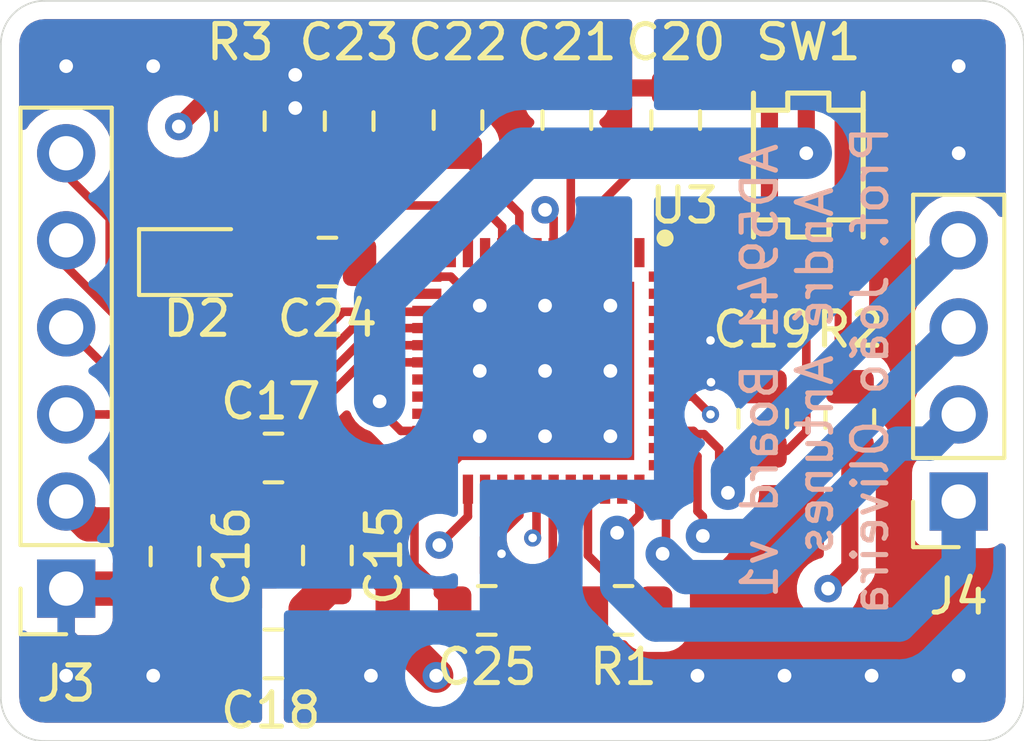
<source format=kicad_pcb>
(kicad_pcb (version 20171130) (host pcbnew "(5.1.5-0-10_14)")

  (general
    (thickness 1.6)
    (drawings 10)
    (tracks 205)
    (zones 0)
    (modules 19)
    (nets 44)
  )

  (page A4)
  (layers
    (0 F.Cu signal)
    (1 In1.Cu power)
    (2 In2.Cu power)
    (31 B.Cu signal)
    (32 B.Adhes user)
    (33 F.Adhes user)
    (34 B.Paste user)
    (35 F.Paste user)
    (36 B.SilkS user)
    (37 F.SilkS user)
    (38 B.Mask user)
    (39 F.Mask user)
    (40 Dwgs.User user hide)
    (41 Cmts.User user hide)
    (42 Eco1.User user hide)
    (43 Eco2.User user hide)
    (44 Edge.Cuts user)
    (45 Margin user)
    (46 B.CrtYd user)
    (47 F.CrtYd user)
    (48 B.Fab user hide)
    (49 F.Fab user hide)
  )

  (setup
    (last_trace_width 0.2)
    (user_trace_width 0.146812)
    (user_trace_width 0.15)
    (user_trace_width 0.153162)
    (user_trace_width 0.22)
    (user_trace_width 0.25)
    (user_trace_width 0.28)
    (user_trace_width 0.3)
    (user_trace_width 0.5)
    (user_trace_width 0.75)
    (user_trace_width 1)
    (user_trace_width 1.5)
    (user_trace_width 2)
    (trace_clearance 0.15)
    (zone_clearance 0.508)
    (zone_45_only no)
    (trace_min 0.08)
    (via_size 0.8)
    (via_drill 0.4)
    (via_min_size 0.25)
    (via_min_drill 0.2)
    (user_via 0.5 0.25)
    (uvia_size 0.3)
    (uvia_drill 0.1)
    (uvias_allowed no)
    (uvia_min_size 0.2)
    (uvia_min_drill 0.1)
    (edge_width 0.05)
    (segment_width 0.2)
    (pcb_text_width 0.3)
    (pcb_text_size 1.5 1.5)
    (mod_edge_width 0.12)
    (mod_text_size 1 1)
    (mod_text_width 0.15)
    (pad_size 1.5 1.5)
    (pad_drill 0)
    (pad_to_mask_clearance 0.05)
    (solder_mask_min_width 0.2)
    (aux_axis_origin 0 0)
    (visible_elements 7FFDFF7F)
    (pcbplotparams
      (layerselection 0x010fc_ffffffff)
      (usegerberextensions false)
      (usegerberattributes false)
      (usegerberadvancedattributes false)
      (creategerberjobfile false)
      (excludeedgelayer false)
      (linewidth 0.100000)
      (plotframeref false)
      (viasonmask false)
      (mode 1)
      (useauxorigin true)
      (hpglpennumber 1)
      (hpglpenspeed 20)
      (hpglpendiameter 15.000000)
      (psnegative false)
      (psa4output false)
      (plotreference true)
      (plotvalue true)
      (plotinvisibletext false)
      (padsonsilk false)
      (subtractmaskfromsilk false)
      (outputformat 1)
      (mirror false)
      (drillshape 0)
      (scaleselection 1)
      (outputdirectory "gerber/"))
  )

  (net 0 "")
  (net 1 "/IoT Sensor Node HPFE/FE_VREF_1V82")
  (net 2 "/IoT Sensor Node HPFE/FE_VREF_2V5")
  (net 3 "/IoT Sensor Node HPFE/FE_VZERO0")
  (net 4 "/IoT Sensor Node HPFE/FE_VBIAS0")
  (net 5 "/IoT Sensor Node HPFE/FE_AVDD_REG")
  (net 6 "/IoT Sensor Node HPFE/FE_VBIAS_CAP")
  (net 7 "/IoT Sensor Node HPFE/FE_DVDD_REG1V8")
  (net 8 "/IoT Sensor Node HPFE/FE_VSSA")
  (net 9 "/IoT Sensor Node HPFE/FE_3V3A")
  (net 10 "/IoT Sensor Node HPFE/FE_VSS")
  (net 11 "/IoT Sensor Node HPFE/FE_3V3")
  (net 12 "/IoT Sensor Node HPFE/RCAL1")
  (net 13 "/IoT Sensor Node HPFE/RCAL0")
  (net 14 "/IoT Sensor Node HPFE/FE_AD5941_CS")
  (net 15 "/IoT Sensor Node HPFE/FE_SCLK")
  (net 16 "/IoT Sensor Node HPFE/FE_MISO")
  (net 17 "/IoT Sensor Node HPFE/FE_MOSI")
  (net 18 "/IoT Sensor Node HPFE/FE_AIN0")
  (net 19 "/IoT Sensor Node HPFE/FE_AIN1")
  (net 20 "/IoT Sensor Node HPFE/FE_AIN2")
  (net 21 "/IoT Sensor Node HPFE/FE_AIN3")
  (net 22 "/IoT Sensor Node HPFE/RESET")
  (net 23 "Net-(D2-Pad2)")
  (net 24 "Net-(U3-Pad1)")
  (net 25 "Net-(U3-Pad2)")
  (net 26 "Net-(U3-Pad3)")
  (net 27 "Net-(U3-Pad7)")
  (net 28 "Net-(U3-Pad10)")
  (net 29 "Net-(U3-Pad11)")
  (net 30 "Net-(U3-Pad12)")
  (net 31 "Net-(U3-Pad19)")
  (net 32 "Net-(U3-Pad20)")
  (net 33 "Net-(U3-Pad21)")
  (net 34 "Net-(U3-Pad24)")
  (net 35 "Net-(U3-Pad27)")
  (net 36 "Net-(U3-Pad28)")
  (net 37 "Net-(U3-Pad34)")
  (net 38 "Net-(U3-Pad35)")
  (net 39 "Net-(U3-Pad40)")
  (net 40 "Net-(U3-Pad45)")
  (net 41 "Net-(U3-Pad46)")
  (net 42 "Net-(U3-Pad47)")
  (net 43 "Net-(U3-Pad48)")

  (net_class Default "This is the default net class."
    (clearance 0.15)
    (trace_width 0.2)
    (via_dia 0.8)
    (via_drill 0.4)
    (uvia_dia 0.3)
    (uvia_drill 0.1)
    (diff_pair_width 0.153162)
    (diff_pair_gap 0.2032)
    (add_net "/IoT Sensor Node HPFE/FE_3V3")
    (add_net "/IoT Sensor Node HPFE/FE_3V3A")
    (add_net "/IoT Sensor Node HPFE/FE_AD5941_CS")
    (add_net "/IoT Sensor Node HPFE/FE_AIN0")
    (add_net "/IoT Sensor Node HPFE/FE_AIN1")
    (add_net "/IoT Sensor Node HPFE/FE_AIN2")
    (add_net "/IoT Sensor Node HPFE/FE_AIN3")
    (add_net "/IoT Sensor Node HPFE/FE_AVDD_REG")
    (add_net "/IoT Sensor Node HPFE/FE_DVDD_REG1V8")
    (add_net "/IoT Sensor Node HPFE/FE_MISO")
    (add_net "/IoT Sensor Node HPFE/FE_MOSI")
    (add_net "/IoT Sensor Node HPFE/FE_SCLK")
    (add_net "/IoT Sensor Node HPFE/FE_VBIAS0")
    (add_net "/IoT Sensor Node HPFE/FE_VBIAS_CAP")
    (add_net "/IoT Sensor Node HPFE/FE_VREF_1V82")
    (add_net "/IoT Sensor Node HPFE/FE_VREF_2V5")
    (add_net "/IoT Sensor Node HPFE/FE_VSS")
    (add_net "/IoT Sensor Node HPFE/FE_VSSA")
    (add_net "/IoT Sensor Node HPFE/FE_VZERO0")
    (add_net "/IoT Sensor Node HPFE/RCAL0")
    (add_net "/IoT Sensor Node HPFE/RCAL1")
    (add_net "/IoT Sensor Node HPFE/RESET")
    (add_net "Net-(D2-Pad2)")
    (add_net "Net-(U3-Pad1)")
    (add_net "Net-(U3-Pad10)")
    (add_net "Net-(U3-Pad11)")
    (add_net "Net-(U3-Pad12)")
    (add_net "Net-(U3-Pad19)")
    (add_net "Net-(U3-Pad2)")
    (add_net "Net-(U3-Pad20)")
    (add_net "Net-(U3-Pad21)")
    (add_net "Net-(U3-Pad24)")
    (add_net "Net-(U3-Pad27)")
    (add_net "Net-(U3-Pad28)")
    (add_net "Net-(U3-Pad3)")
    (add_net "Net-(U3-Pad34)")
    (add_net "Net-(U3-Pad35)")
    (add_net "Net-(U3-Pad40)")
    (add_net "Net-(U3-Pad45)")
    (add_net "Net-(U3-Pad46)")
    (add_net "Net-(U3-Pad47)")
    (add_net "Net-(U3-Pad48)")
    (add_net "Net-(U3-Pad7)")
  )

  (module Connector_PinSocket_2.54mm:PinSocket_1x04_P2.54mm_Vertical (layer F.Cu) (tedit 5A19A429) (tstamp 5E9CCC77)
    (at 177.8 35.56 180)
    (descr "Through hole straight socket strip, 1x04, 2.54mm pitch, single row (from Kicad 4.0.7), script generated")
    (tags "Through hole socket strip THT 1x04 2.54mm single row")
    (path /5E7E3DEC/5EA12EF1)
    (fp_text reference J4 (at 0 -2.77) (layer F.SilkS)
      (effects (font (size 1 1) (thickness 0.15)))
    )
    (fp_text value Conn_01x04 (at 0 10.39) (layer F.Fab)
      (effects (font (size 1 1) (thickness 0.15)))
    )
    (fp_text user %R (at 0 3.81 90) (layer F.Fab)
      (effects (font (size 1 1) (thickness 0.15)))
    )
    (fp_line (start -1.8 9.4) (end -1.8 -1.8) (layer F.CrtYd) (width 0.05))
    (fp_line (start 1.75 9.4) (end -1.8 9.4) (layer F.CrtYd) (width 0.05))
    (fp_line (start 1.75 -1.8) (end 1.75 9.4) (layer F.CrtYd) (width 0.05))
    (fp_line (start -1.8 -1.8) (end 1.75 -1.8) (layer F.CrtYd) (width 0.05))
    (fp_line (start 0 -1.33) (end 1.33 -1.33) (layer F.SilkS) (width 0.12))
    (fp_line (start 1.33 -1.33) (end 1.33 0) (layer F.SilkS) (width 0.12))
    (fp_line (start 1.33 1.27) (end 1.33 8.95) (layer F.SilkS) (width 0.12))
    (fp_line (start -1.33 8.95) (end 1.33 8.95) (layer F.SilkS) (width 0.12))
    (fp_line (start -1.33 1.27) (end -1.33 8.95) (layer F.SilkS) (width 0.12))
    (fp_line (start -1.33 1.27) (end 1.33 1.27) (layer F.SilkS) (width 0.12))
    (fp_line (start -1.27 8.89) (end -1.27 -1.27) (layer F.Fab) (width 0.1))
    (fp_line (start 1.27 8.89) (end -1.27 8.89) (layer F.Fab) (width 0.1))
    (fp_line (start 1.27 -0.635) (end 1.27 8.89) (layer F.Fab) (width 0.1))
    (fp_line (start 0.635 -1.27) (end 1.27 -0.635) (layer F.Fab) (width 0.1))
    (fp_line (start -1.27 -1.27) (end 0.635 -1.27) (layer F.Fab) (width 0.1))
    (pad 4 thru_hole oval (at 0 7.62 180) (size 1.7 1.7) (drill 1) (layers *.Cu *.Mask)
      (net 18 "/IoT Sensor Node HPFE/FE_AIN0"))
    (pad 3 thru_hole oval (at 0 5.08 180) (size 1.7 1.7) (drill 1) (layers *.Cu *.Mask)
      (net 19 "/IoT Sensor Node HPFE/FE_AIN1"))
    (pad 2 thru_hole oval (at 0 2.54 180) (size 1.7 1.7) (drill 1) (layers *.Cu *.Mask)
      (net 20 "/IoT Sensor Node HPFE/FE_AIN2"))
    (pad 1 thru_hole rect (at 0 0 180) (size 1.7 1.7) (drill 1) (layers *.Cu *.Mask)
      (net 21 "/IoT Sensor Node HPFE/FE_AIN3"))
    (model ${KISYS3DMOD}/Connector_PinSocket_2.54mm.3dshapes/PinSocket_1x04_P2.54mm_Vertical.wrl
      (offset (xyz 0 0 -1.55))
      (scale (xyz 1 1 1))
      (rotate (xyz 0 180 0))
    )
  )

  (module Connector_PinSocket_2.54mm:PinSocket_1x06_P2.54mm_Vertical (layer F.Cu) (tedit 5A19A430) (tstamp 5E9F88C3)
    (at 151.765 38.1 180)
    (descr "Through hole straight socket strip, 1x06, 2.54mm pitch, single row (from Kicad 4.0.7), script generated")
    (tags "Through hole socket strip THT 1x06 2.54mm single row")
    (path /5E7E3DEC/5EA2B30E)
    (fp_text reference J3 (at 0 -2.77) (layer F.SilkS)
      (effects (font (size 1 1) (thickness 0.15)))
    )
    (fp_text value Conn_01x06 (at 0 15.47) (layer F.Fab)
      (effects (font (size 1 1) (thickness 0.15)))
    )
    (fp_text user %R (at 0 6.35 90) (layer F.Fab)
      (effects (font (size 1 1) (thickness 0.15)))
    )
    (fp_line (start -1.8 14.45) (end -1.8 -1.8) (layer F.CrtYd) (width 0.05))
    (fp_line (start 1.75 14.45) (end -1.8 14.45) (layer F.CrtYd) (width 0.05))
    (fp_line (start 1.75 -1.8) (end 1.75 14.45) (layer F.CrtYd) (width 0.05))
    (fp_line (start -1.8 -1.8) (end 1.75 -1.8) (layer F.CrtYd) (width 0.05))
    (fp_line (start 0 -1.33) (end 1.33 -1.33) (layer F.SilkS) (width 0.12))
    (fp_line (start 1.33 -1.33) (end 1.33 0) (layer F.SilkS) (width 0.12))
    (fp_line (start 1.33 1.27) (end 1.33 14.03) (layer F.SilkS) (width 0.12))
    (fp_line (start -1.33 14.03) (end 1.33 14.03) (layer F.SilkS) (width 0.12))
    (fp_line (start -1.33 1.27) (end -1.33 14.03) (layer F.SilkS) (width 0.12))
    (fp_line (start -1.33 1.27) (end 1.33 1.27) (layer F.SilkS) (width 0.12))
    (fp_line (start -1.27 13.97) (end -1.27 -1.27) (layer F.Fab) (width 0.1))
    (fp_line (start 1.27 13.97) (end -1.27 13.97) (layer F.Fab) (width 0.1))
    (fp_line (start 1.27 -0.635) (end 1.27 13.97) (layer F.Fab) (width 0.1))
    (fp_line (start 0.635 -1.27) (end 1.27 -0.635) (layer F.Fab) (width 0.1))
    (fp_line (start -1.27 -1.27) (end 0.635 -1.27) (layer F.Fab) (width 0.1))
    (pad 6 thru_hole oval (at 0 12.7 180) (size 1.7 1.7) (drill 1) (layers *.Cu *.Mask)
      (net 14 "/IoT Sensor Node HPFE/FE_AD5941_CS"))
    (pad 5 thru_hole oval (at 0 10.16 180) (size 1.7 1.7) (drill 1) (layers *.Cu *.Mask)
      (net 15 "/IoT Sensor Node HPFE/FE_SCLK"))
    (pad 4 thru_hole oval (at 0 7.62 180) (size 1.7 1.7) (drill 1) (layers *.Cu *.Mask)
      (net 17 "/IoT Sensor Node HPFE/FE_MOSI"))
    (pad 3 thru_hole oval (at 0 5.08 180) (size 1.7 1.7) (drill 1) (layers *.Cu *.Mask)
      (net 16 "/IoT Sensor Node HPFE/FE_MISO"))
    (pad 2 thru_hole oval (at 0 2.54 180) (size 1.7 1.7) (drill 1) (layers *.Cu *.Mask)
      (net 11 "/IoT Sensor Node HPFE/FE_3V3"))
    (pad 1 thru_hole rect (at 0 0 180) (size 1.7 1.7) (drill 1) (layers *.Cu *.Mask)
      (net 10 "/IoT Sensor Node HPFE/FE_VSS"))
    (model ${KISYS3DMOD}/Connector_PinSocket_2.54mm.3dshapes/PinSocket_1x06_P2.54mm_Vertical.wrl
      (offset (xyz 0 0 -1.55))
      (scale (xyz 1 1 1))
      (rotate (xyz 0 180 0))
    )
  )

  (module SamacSys:QFN50P700X700X80-49N-D (layer F.Cu) (tedit 0) (tstamp 5E831CA3)
    (at 165.735 31.75 270)
    (descr "48-Lead Lead Frame Chip Scale Package [LFCSP]")
    (tags "Integrated Circuit")
    (path /5E7E3DEC/5E8ED2E8)
    (attr smd)
    (fp_text reference U3 (at -4.826 -4.064 180) (layer F.SilkS)
      (effects (font (size 1 1) (thickness 0.15)))
    )
    (fp_text value AD5941BCPZ (at 0 0 90) (layer F.SilkS) hide
      (effects (font (size 1.27 1.27) (thickness 0.254)))
    )
    (fp_text user %R (at 0 0 90) (layer F.Fab)
      (effects (font (size 1.27 1.27) (thickness 0.254)))
    )
    (fp_line (start -4.125 -4.125) (end 4.125 -4.125) (layer F.CrtYd) (width 0.05))
    (fp_line (start 4.125 -4.125) (end 4.125 4.125) (layer F.CrtYd) (width 0.05))
    (fp_line (start 4.125 4.125) (end -4.125 4.125) (layer F.CrtYd) (width 0.05))
    (fp_line (start -4.125 4.125) (end -4.125 -4.125) (layer F.CrtYd) (width 0.05))
    (fp_line (start -3.5 -3.5) (end 3.5 -3.5) (layer F.Fab) (width 0.1))
    (fp_line (start 3.5 -3.5) (end 3.5 3.5) (layer F.Fab) (width 0.1))
    (fp_line (start 3.5 3.5) (end -3.5 3.5) (layer F.Fab) (width 0.1))
    (fp_line (start -3.5 3.5) (end -3.5 -3.5) (layer F.Fab) (width 0.1))
    (fp_line (start -3.5 -3) (end -3 -3.5) (layer F.Fab) (width 0.1))
    (fp_circle (center -3.875 -3.5) (end -3.875 -3.375) (layer F.SilkS) (width 0.25))
    (pad 1 smd rect (at -3.45 -2.75) (size 0.3 0.85) (layers F.Cu F.Paste F.Mask)
      (net 24 "Net-(U3-Pad1)"))
    (pad 2 smd rect (at -3.45 -2.25) (size 0.3 0.85) (layers F.Cu F.Paste F.Mask)
      (net 25 "Net-(U3-Pad2)"))
    (pad 3 smd rect (at -3.45 -1.75) (size 0.3 0.85) (layers F.Cu F.Paste F.Mask)
      (net 26 "Net-(U3-Pad3)"))
    (pad 4 smd rect (at -3.45 -1.25) (size 0.3 0.85) (layers F.Cu F.Paste F.Mask)
      (net 2 "/IoT Sensor Node HPFE/FE_VREF_2V5"))
    (pad 5 smd rect (at -3.45 -0.75) (size 0.3 0.85) (layers F.Cu F.Paste F.Mask)
      (net 5 "/IoT Sensor Node HPFE/FE_AVDD_REG"))
    (pad 6 smd rect (at -3.45 -0.25) (size 0.3 0.85) (layers F.Cu F.Paste F.Mask)
      (net 11 "/IoT Sensor Node HPFE/FE_3V3"))
    (pad 7 smd rect (at -3.45 0.25) (size 0.3 0.85) (layers F.Cu F.Paste F.Mask)
      (net 27 "Net-(U3-Pad7)"))
    (pad 8 smd rect (at -3.45 0.75) (size 0.3 0.85) (layers F.Cu F.Paste F.Mask)
      (net 4 "/IoT Sensor Node HPFE/FE_VBIAS0"))
    (pad 9 smd rect (at -3.45 1.25) (size 0.3 0.85) (layers F.Cu F.Paste F.Mask)
      (net 3 "/IoT Sensor Node HPFE/FE_VZERO0"))
    (pad 10 smd rect (at -3.45 1.75) (size 0.3 0.85) (layers F.Cu F.Paste F.Mask)
      (net 28 "Net-(U3-Pad10)"))
    (pad 11 smd rect (at -3.45 2.25) (size 0.3 0.85) (layers F.Cu F.Paste F.Mask)
      (net 29 "Net-(U3-Pad11)"))
    (pad 12 smd rect (at -3.45 2.75) (size 0.3 0.85) (layers F.Cu F.Paste F.Mask)
      (net 30 "Net-(U3-Pad12)"))
    (pad 13 smd rect (at -2.75 3.45 270) (size 0.3 0.85) (layers F.Cu F.Paste F.Mask)
      (net 10 "/IoT Sensor Node HPFE/FE_VSS"))
    (pad 14 smd rect (at -2.25 3.45 270) (size 0.3 0.85) (layers F.Cu F.Paste F.Mask)
      (net 7 "/IoT Sensor Node HPFE/FE_DVDD_REG1V8"))
    (pad 15 smd rect (at -1.75 3.45 270) (size 0.3 0.85) (layers F.Cu F.Paste F.Mask)
      (net 14 "/IoT Sensor Node HPFE/FE_AD5941_CS"))
    (pad 16 smd rect (at -1.25 3.45 270) (size 0.3 0.85) (layers F.Cu F.Paste F.Mask)
      (net 15 "/IoT Sensor Node HPFE/FE_SCLK"))
    (pad 17 smd rect (at -0.75 3.45 270) (size 0.3 0.85) (layers F.Cu F.Paste F.Mask)
      (net 17 "/IoT Sensor Node HPFE/FE_MOSI"))
    (pad 18 smd rect (at -0.25 3.45 270) (size 0.3 0.85) (layers F.Cu F.Paste F.Mask)
      (net 16 "/IoT Sensor Node HPFE/FE_MISO"))
    (pad 19 smd rect (at 0.25 3.45 270) (size 0.3 0.85) (layers F.Cu F.Paste F.Mask)
      (net 31 "Net-(U3-Pad19)"))
    (pad 20 smd rect (at 0.75 3.45 270) (size 0.3 0.85) (layers F.Cu F.Paste F.Mask)
      (net 32 "Net-(U3-Pad20)"))
    (pad 21 smd rect (at 1.25 3.45 270) (size 0.3 0.85) (layers F.Cu F.Paste F.Mask)
      (net 33 "Net-(U3-Pad21)"))
    (pad 22 smd rect (at 1.75 3.45 270) (size 0.3 0.85) (layers F.Cu F.Paste F.Mask)
      (net 22 "/IoT Sensor Node HPFE/RESET"))
    (pad 23 smd rect (at 2.25 3.45 270) (size 0.3 0.85) (layers F.Cu F.Paste F.Mask)
      (net 10 "/IoT Sensor Node HPFE/FE_VSS"))
    (pad 24 smd rect (at 2.75 3.45 270) (size 0.3 0.85) (layers F.Cu F.Paste F.Mask)
      (net 34 "Net-(U3-Pad24)"))
    (pad 25 smd rect (at 3.45 2.75) (size 0.3 0.85) (layers F.Cu F.Paste F.Mask)
      (net 10 "/IoT Sensor Node HPFE/FE_VSS"))
    (pad 26 smd rect (at 3.45 2.25) (size 0.3 0.85) (layers F.Cu F.Paste F.Mask)
      (net 11 "/IoT Sensor Node HPFE/FE_3V3"))
    (pad 27 smd rect (at 3.45 1.75) (size 0.3 0.85) (layers F.Cu F.Paste F.Mask)
      (net 35 "Net-(U3-Pad27)"))
    (pad 28 smd rect (at 3.45 1.25) (size 0.3 0.85) (layers F.Cu F.Paste F.Mask)
      (net 36 "Net-(U3-Pad28)"))
    (pad 29 smd rect (at 3.45 0.75) (size 0.3 0.85) (layers F.Cu F.Paste F.Mask)
      (net 8 "/IoT Sensor Node HPFE/FE_VSSA"))
    (pad 30 smd rect (at 3.45 0.25) (size 0.3 0.85) (layers F.Cu F.Paste F.Mask)
      (net 9 "/IoT Sensor Node HPFE/FE_3V3A"))
    (pad 31 smd rect (at 3.45 -0.25) (size 0.3 0.85) (layers F.Cu F.Paste F.Mask)
      (net 6 "/IoT Sensor Node HPFE/FE_VBIAS_CAP"))
    (pad 32 smd rect (at 3.45 -0.75) (size 0.3 0.85) (layers F.Cu F.Paste F.Mask)
      (net 13 "/IoT Sensor Node HPFE/RCAL0"))
    (pad 33 smd rect (at 3.45 -1.25) (size 0.3 0.85) (layers F.Cu F.Paste F.Mask)
      (net 12 "/IoT Sensor Node HPFE/RCAL1"))
    (pad 34 smd rect (at 3.45 -1.75) (size 0.3 0.85) (layers F.Cu F.Paste F.Mask)
      (net 37 "Net-(U3-Pad34)"))
    (pad 35 smd rect (at 3.45 -2.25) (size 0.3 0.85) (layers F.Cu F.Paste F.Mask)
      (net 38 "Net-(U3-Pad35)"))
    (pad 36 smd rect (at 3.45 -2.75) (size 0.3 0.85) (layers F.Cu F.Paste F.Mask)
      (net 21 "/IoT Sensor Node HPFE/FE_AIN3"))
    (pad 37 smd rect (at 2.75 -3.45 270) (size 0.3 0.85) (layers F.Cu F.Paste F.Mask)
      (net 20 "/IoT Sensor Node HPFE/FE_AIN2"))
    (pad 38 smd rect (at 2.25 -3.45 270) (size 0.3 0.85) (layers F.Cu F.Paste F.Mask)
      (net 19 "/IoT Sensor Node HPFE/FE_AIN1"))
    (pad 39 smd rect (at 1.75 -3.45 270) (size 0.3 0.85) (layers F.Cu F.Paste F.Mask)
      (net 18 "/IoT Sensor Node HPFE/FE_AIN0"))
    (pad 40 smd rect (at 1.25 -3.45 270) (size 0.3 0.85) (layers F.Cu F.Paste F.Mask)
      (net 39 "Net-(U3-Pad40)"))
    (pad 41 smd rect (at 0.75 -3.45 270) (size 0.3 0.85) (layers F.Cu F.Paste F.Mask)
      (net 9 "/IoT Sensor Node HPFE/FE_3V3A"))
    (pad 42 smd rect (at 0.25 -3.45 270) (size 0.3 0.85) (layers F.Cu F.Paste F.Mask)
      (net 8 "/IoT Sensor Node HPFE/FE_VSSA"))
    (pad 43 smd rect (at -0.25 -3.45 270) (size 0.3 0.85) (layers F.Cu F.Paste F.Mask)
      (net 1 "/IoT Sensor Node HPFE/FE_VREF_1V82"))
    (pad 44 smd rect (at -0.75 -3.45 270) (size 0.3 0.85) (layers F.Cu F.Paste F.Mask)
      (net 8 "/IoT Sensor Node HPFE/FE_VSSA"))
    (pad 45 smd rect (at -1.25 -3.45 270) (size 0.3 0.85) (layers F.Cu F.Paste F.Mask)
      (net 40 "Net-(U3-Pad45)"))
    (pad 46 smd rect (at -1.75 -3.45 270) (size 0.3 0.85) (layers F.Cu F.Paste F.Mask)
      (net 41 "Net-(U3-Pad46)"))
    (pad 47 smd rect (at -2.25 -3.45 270) (size 0.3 0.85) (layers F.Cu F.Paste F.Mask)
      (net 42 "Net-(U3-Pad47)"))
    (pad 48 smd rect (at -2.75 -3.45 270) (size 0.3 0.85) (layers F.Cu F.Paste F.Mask)
      (net 43 "Net-(U3-Pad48)"))
    (pad 49 smd rect (at 0 0 270) (size 5.2 5.2) (layers F.Cu F.Paste F.Mask)
      (net 10 "/IoT Sensor Node HPFE/FE_VSS"))
    (model "C:\\Users\\andre\\Google Drive\\KiCad\\share\\SamacSys_Parts.3dshapes\\AD5941BCPZ.stp"
      (at (xyz 0 0 0))
      (scale (xyz 1 1 1))
      (rotate (xyz 0 0 0))
    )
  )

  (module Resistor_SMD:R_0805_2012Metric (layer F.Cu) (tedit 5B36C52B) (tstamp 5EA86A68)
    (at 156.845 24.4625 270)
    (descr "Resistor SMD 0805 (2012 Metric), square (rectangular) end terminal, IPC_7351 nominal, (Body size source: https://docs.google.com/spreadsheets/d/1BsfQQcO9C6DZCsRaXUlFlo91Tg2WpOkGARC1WS5S8t0/edit?usp=sharing), generated with kicad-footprint-generator")
    (tags resistor)
    (path /5E7E3DEC/5EB1BB29)
    (attr smd)
    (fp_text reference R3 (at -2.301 0 180) (layer F.SilkS)
      (effects (font (size 1 1) (thickness 0.15)))
    )
    (fp_text value 1KR (at 0 1.65 90) (layer F.Fab)
      (effects (font (size 1 1) (thickness 0.15)))
    )
    (fp_text user %R (at 0 0 90) (layer F.Fab)
      (effects (font (size 0.5 0.5) (thickness 0.08)))
    )
    (fp_line (start 1.68 0.95) (end -1.68 0.95) (layer F.CrtYd) (width 0.05))
    (fp_line (start 1.68 -0.95) (end 1.68 0.95) (layer F.CrtYd) (width 0.05))
    (fp_line (start -1.68 -0.95) (end 1.68 -0.95) (layer F.CrtYd) (width 0.05))
    (fp_line (start -1.68 0.95) (end -1.68 -0.95) (layer F.CrtYd) (width 0.05))
    (fp_line (start -0.258578 0.71) (end 0.258578 0.71) (layer F.SilkS) (width 0.12))
    (fp_line (start -0.258578 -0.71) (end 0.258578 -0.71) (layer F.SilkS) (width 0.12))
    (fp_line (start 1 0.6) (end -1 0.6) (layer F.Fab) (width 0.1))
    (fp_line (start 1 -0.6) (end 1 0.6) (layer F.Fab) (width 0.1))
    (fp_line (start -1 -0.6) (end 1 -0.6) (layer F.Fab) (width 0.1))
    (fp_line (start -1 0.6) (end -1 -0.6) (layer F.Fab) (width 0.1))
    (pad 2 smd roundrect (at 0.9375 0 270) (size 0.975 1.4) (layers F.Cu F.Paste F.Mask) (roundrect_rratio 0.25)
      (net 23 "Net-(D2-Pad2)"))
    (pad 1 smd roundrect (at -0.9375 0 270) (size 0.975 1.4) (layers F.Cu F.Paste F.Mask) (roundrect_rratio 0.25)
      (net 11 "/IoT Sensor Node HPFE/FE_3V3"))
    (model ${KISYS3DMOD}/Resistor_SMD.3dshapes/R_0805_2012Metric.wrl
      (at (xyz 0 0 0))
      (scale (xyz 1 1 1))
      (rotate (xyz 0 0 0))
    )
  )

  (module LED_SMD:LED_0805_2012Metric (layer F.Cu) (tedit 5B36C52C) (tstamp 5EA868BF)
    (at 155.575 28.575)
    (descr "LED SMD 0805 (2012 Metric), square (rectangular) end terminal, IPC_7351 nominal, (Body size source: https://docs.google.com/spreadsheets/d/1BsfQQcO9C6DZCsRaXUlFlo91Tg2WpOkGARC1WS5S8t0/edit?usp=sharing), generated with kicad-footprint-generator")
    (tags diode)
    (path /5E7E3DEC/5EB28AE7)
    (attr smd)
    (fp_text reference D2 (at 0 1.651) (layer F.SilkS)
      (effects (font (size 1 1) (thickness 0.15)))
    )
    (fp_text value LED (at 0 1.65) (layer F.Fab)
      (effects (font (size 1 1) (thickness 0.15)))
    )
    (fp_text user %R (at 0 0) (layer F.Fab)
      (effects (font (size 0.5 0.5) (thickness 0.08)))
    )
    (fp_line (start 1.68 0.95) (end -1.68 0.95) (layer F.CrtYd) (width 0.05))
    (fp_line (start 1.68 -0.95) (end 1.68 0.95) (layer F.CrtYd) (width 0.05))
    (fp_line (start -1.68 -0.95) (end 1.68 -0.95) (layer F.CrtYd) (width 0.05))
    (fp_line (start -1.68 0.95) (end -1.68 -0.95) (layer F.CrtYd) (width 0.05))
    (fp_line (start -1.685 0.96) (end 1 0.96) (layer F.SilkS) (width 0.12))
    (fp_line (start -1.685 -0.96) (end -1.685 0.96) (layer F.SilkS) (width 0.12))
    (fp_line (start 1 -0.96) (end -1.685 -0.96) (layer F.SilkS) (width 0.12))
    (fp_line (start 1 0.6) (end 1 -0.6) (layer F.Fab) (width 0.1))
    (fp_line (start -1 0.6) (end 1 0.6) (layer F.Fab) (width 0.1))
    (fp_line (start -1 -0.3) (end -1 0.6) (layer F.Fab) (width 0.1))
    (fp_line (start -0.7 -0.6) (end -1 -0.3) (layer F.Fab) (width 0.1))
    (fp_line (start 1 -0.6) (end -0.7 -0.6) (layer F.Fab) (width 0.1))
    (pad 2 smd roundrect (at 0.9375 0) (size 0.975 1.4) (layers F.Cu F.Paste F.Mask) (roundrect_rratio 0.25)
      (net 23 "Net-(D2-Pad2)"))
    (pad 1 smd roundrect (at -0.9375 0) (size 0.975 1.4) (layers F.Cu F.Paste F.Mask) (roundrect_rratio 0.25)
      (net 10 "/IoT Sensor Node HPFE/FE_VSS"))
    (model ${KISYS3DMOD}/LED_SMD.3dshapes/LED_0805_2012Metric.wrl
      (at (xyz 0 0 0))
      (scale (xyz 1 1 1))
      (rotate (xyz 0 0 0))
    )
  )

  (module Resistor_SMD:R_0805_2012Metric (layer F.Cu) (tedit 5B36C52B) (tstamp 5E9E4C0E)
    (at 174.625 33.15 270)
    (descr "Resistor SMD 0805 (2012 Metric), square (rectangular) end terminal, IPC_7351 nominal, (Body size source: https://docs.google.com/spreadsheets/d/1BsfQQcO9C6DZCsRaXUlFlo91Tg2WpOkGARC1WS5S8t0/edit?usp=sharing), generated with kicad-footprint-generator")
    (tags resistor)
    (path /5E7E3DEC/5EA6E6A2)
    (attr smd)
    (fp_text reference R2 (at -2.6065 0 180) (layer F.SilkS)
      (effects (font (size 1 1) (thickness 0.15)))
    )
    (fp_text value 10KR (at 0 1.65 90) (layer F.Fab)
      (effects (font (size 1 1) (thickness 0.15)))
    )
    (fp_text user %R (at 0 0 90) (layer F.Fab)
      (effects (font (size 0.5 0.5) (thickness 0.08)))
    )
    (fp_line (start 1.68 0.95) (end -1.68 0.95) (layer F.CrtYd) (width 0.05))
    (fp_line (start 1.68 -0.95) (end 1.68 0.95) (layer F.CrtYd) (width 0.05))
    (fp_line (start -1.68 -0.95) (end 1.68 -0.95) (layer F.CrtYd) (width 0.05))
    (fp_line (start -1.68 0.95) (end -1.68 -0.95) (layer F.CrtYd) (width 0.05))
    (fp_line (start -0.258578 0.71) (end 0.258578 0.71) (layer F.SilkS) (width 0.12))
    (fp_line (start -0.258578 -0.71) (end 0.258578 -0.71) (layer F.SilkS) (width 0.12))
    (fp_line (start 1 0.6) (end -1 0.6) (layer F.Fab) (width 0.1))
    (fp_line (start 1 -0.6) (end 1 0.6) (layer F.Fab) (width 0.1))
    (fp_line (start -1 -0.6) (end 1 -0.6) (layer F.Fab) (width 0.1))
    (fp_line (start -1 0.6) (end -1 -0.6) (layer F.Fab) (width 0.1))
    (pad 2 smd roundrect (at 0.9375 0 270) (size 0.975 1.4) (layers F.Cu F.Paste F.Mask) (roundrect_rratio 0.25)
      (net 9 "/IoT Sensor Node HPFE/FE_3V3A"))
    (pad 1 smd roundrect (at -0.9375 0 270) (size 0.975 1.4) (layers F.Cu F.Paste F.Mask) (roundrect_rratio 0.25)
      (net 22 "/IoT Sensor Node HPFE/RESET"))
    (model ${KISYS3DMOD}/Resistor_SMD.3dshapes/R_0805_2012Metric.wrl
      (at (xyz 0 0 0))
      (scale (xyz 1 1 1))
      (rotate (xyz 0 0 0))
    )
  )

  (module Resistor_SMD:R_0805_2012Metric (layer F.Cu) (tedit 5B36C52B) (tstamp 5E9B6594)
    (at 168.024 38.735)
    (descr "Resistor SMD 0805 (2012 Metric), square (rectangular) end terminal, IPC_7351 nominal, (Body size source: https://docs.google.com/spreadsheets/d/1BsfQQcO9C6DZCsRaXUlFlo91Tg2WpOkGARC1WS5S8t0/edit?usp=sharing), generated with kicad-footprint-generator")
    (tags resistor)
    (path /5E7E3DEC/5E9CB54C)
    (attr smd)
    (fp_text reference R1 (at -0.003 1.651) (layer F.SilkS)
      (effects (font (size 1 1) (thickness 0.15)))
    )
    (fp_text value 200R (at 0 1.65) (layer F.Fab)
      (effects (font (size 1 1) (thickness 0.15)))
    )
    (fp_text user %R (at 0 0) (layer F.Fab)
      (effects (font (size 0.5 0.5) (thickness 0.08)))
    )
    (fp_line (start 1.68 0.95) (end -1.68 0.95) (layer F.CrtYd) (width 0.05))
    (fp_line (start 1.68 -0.95) (end 1.68 0.95) (layer F.CrtYd) (width 0.05))
    (fp_line (start -1.68 -0.95) (end 1.68 -0.95) (layer F.CrtYd) (width 0.05))
    (fp_line (start -1.68 0.95) (end -1.68 -0.95) (layer F.CrtYd) (width 0.05))
    (fp_line (start -0.258578 0.71) (end 0.258578 0.71) (layer F.SilkS) (width 0.12))
    (fp_line (start -0.258578 -0.71) (end 0.258578 -0.71) (layer F.SilkS) (width 0.12))
    (fp_line (start 1 0.6) (end -1 0.6) (layer F.Fab) (width 0.1))
    (fp_line (start 1 -0.6) (end 1 0.6) (layer F.Fab) (width 0.1))
    (fp_line (start -1 -0.6) (end 1 -0.6) (layer F.Fab) (width 0.1))
    (fp_line (start -1 0.6) (end -1 -0.6) (layer F.Fab) (width 0.1))
    (pad 2 smd roundrect (at 0.9375 0) (size 0.975 1.4) (layers F.Cu F.Paste F.Mask) (roundrect_rratio 0.25)
      (net 12 "/IoT Sensor Node HPFE/RCAL1"))
    (pad 1 smd roundrect (at -0.9375 0) (size 0.975 1.4) (layers F.Cu F.Paste F.Mask) (roundrect_rratio 0.25)
      (net 13 "/IoT Sensor Node HPFE/RCAL0"))
    (model ${KISYS3DMOD}/Resistor_SMD.3dshapes/R_0805_2012Metric.wrl
      (at (xyz 0 0 0))
      (scale (xyz 1 1 1))
      (rotate (xyz 0 0 0))
    )
  )

  (module Capacitor_SMD:C_0805_2012Metric (layer F.Cu) (tedit 5B36C52B) (tstamp 5E98F2CC)
    (at 164.0355 38.735 180)
    (descr "Capacitor SMD 0805 (2012 Metric), square (rectangular) end terminal, IPC_7351 nominal, (Body size source: https://docs.google.com/spreadsheets/d/1BsfQQcO9C6DZCsRaXUlFlo91Tg2WpOkGARC1WS5S8t0/edit?usp=sharing), generated with kicad-footprint-generator")
    (tags capacitor)
    (path /5E7E3DEC/5EB82627)
    (attr smd)
    (fp_text reference C25 (at 0 -1.65) (layer F.SilkS)
      (effects (font (size 1 1) (thickness 0.15)))
    )
    (fp_text value 470nF (at 0 1.65) (layer F.Fab)
      (effects (font (size 1 1) (thickness 0.15)))
    )
    (fp_text user %R (at 0 0) (layer F.Fab)
      (effects (font (size 0.5 0.5) (thickness 0.08)))
    )
    (fp_line (start 1.68 0.95) (end -1.68 0.95) (layer F.CrtYd) (width 0.05))
    (fp_line (start 1.68 -0.95) (end 1.68 0.95) (layer F.CrtYd) (width 0.05))
    (fp_line (start -1.68 -0.95) (end 1.68 -0.95) (layer F.CrtYd) (width 0.05))
    (fp_line (start -1.68 0.95) (end -1.68 -0.95) (layer F.CrtYd) (width 0.05))
    (fp_line (start -0.258578 0.71) (end 0.258578 0.71) (layer F.SilkS) (width 0.12))
    (fp_line (start -0.258578 -0.71) (end 0.258578 -0.71) (layer F.SilkS) (width 0.12))
    (fp_line (start 1 0.6) (end -1 0.6) (layer F.Fab) (width 0.1))
    (fp_line (start 1 -0.6) (end 1 0.6) (layer F.Fab) (width 0.1))
    (fp_line (start -1 -0.6) (end 1 -0.6) (layer F.Fab) (width 0.1))
    (fp_line (start -1 0.6) (end -1 -0.6) (layer F.Fab) (width 0.1))
    (pad 2 smd roundrect (at 0.9375 0 180) (size 0.975 1.4) (layers F.Cu F.Paste F.Mask) (roundrect_rratio 0.25)
      (net 10 "/IoT Sensor Node HPFE/FE_VSS"))
    (pad 1 smd roundrect (at -0.9375 0 180) (size 0.975 1.4) (layers F.Cu F.Paste F.Mask) (roundrect_rratio 0.25)
      (net 6 "/IoT Sensor Node HPFE/FE_VBIAS_CAP"))
    (model ${KISYS3DMOD}/Capacitor_SMD.3dshapes/C_0805_2012Metric.wrl
      (at (xyz 0 0 0))
      (scale (xyz 1 1 1))
      (rotate (xyz 0 0 0))
    )
  )

  (module Capacitor_SMD:C_0805_2012Metric (layer F.Cu) (tedit 5B36C52B) (tstamp 5E98F2AA)
    (at 159.385 28.575 180)
    (descr "Capacitor SMD 0805 (2012 Metric), square (rectangular) end terminal, IPC_7351 nominal, (Body size source: https://docs.google.com/spreadsheets/d/1BsfQQcO9C6DZCsRaXUlFlo91Tg2WpOkGARC1WS5S8t0/edit?usp=sharing), generated with kicad-footprint-generator")
    (tags capacitor)
    (path /5E7E3DEC/5EB63F09)
    (attr smd)
    (fp_text reference C24 (at 0 -1.651 180) (layer F.SilkS)
      (effects (font (size 1 1) (thickness 0.15)))
    )
    (fp_text value 470nF (at 0 1.65) (layer F.Fab)
      (effects (font (size 1 1) (thickness 0.15)))
    )
    (fp_text user %R (at 0 0) (layer F.Fab)
      (effects (font (size 0.5 0.5) (thickness 0.08)))
    )
    (fp_line (start 1.68 0.95) (end -1.68 0.95) (layer F.CrtYd) (width 0.05))
    (fp_line (start 1.68 -0.95) (end 1.68 0.95) (layer F.CrtYd) (width 0.05))
    (fp_line (start -1.68 -0.95) (end 1.68 -0.95) (layer F.CrtYd) (width 0.05))
    (fp_line (start -1.68 0.95) (end -1.68 -0.95) (layer F.CrtYd) (width 0.05))
    (fp_line (start -0.258578 0.71) (end 0.258578 0.71) (layer F.SilkS) (width 0.12))
    (fp_line (start -0.258578 -0.71) (end 0.258578 -0.71) (layer F.SilkS) (width 0.12))
    (fp_line (start 1 0.6) (end -1 0.6) (layer F.Fab) (width 0.1))
    (fp_line (start 1 -0.6) (end 1 0.6) (layer F.Fab) (width 0.1))
    (fp_line (start -1 -0.6) (end 1 -0.6) (layer F.Fab) (width 0.1))
    (fp_line (start -1 0.6) (end -1 -0.6) (layer F.Fab) (width 0.1))
    (pad 2 smd roundrect (at 0.9375 0 180) (size 0.975 1.4) (layers F.Cu F.Paste F.Mask) (roundrect_rratio 0.25)
      (net 10 "/IoT Sensor Node HPFE/FE_VSS"))
    (pad 1 smd roundrect (at -0.9375 0 180) (size 0.975 1.4) (layers F.Cu F.Paste F.Mask) (roundrect_rratio 0.25)
      (net 7 "/IoT Sensor Node HPFE/FE_DVDD_REG1V8"))
    (model ${KISYS3DMOD}/Capacitor_SMD.3dshapes/C_0805_2012Metric.wrl
      (at (xyz 0 0 0))
      (scale (xyz 1 1 1))
      (rotate (xyz 0 0 0))
    )
  )

  (module Capacitor_SMD:C_0805_2012Metric (layer F.Cu) (tedit 5B36C52B) (tstamp 5E98F2BB)
    (at 166.37 24.4325 90)
    (descr "Capacitor SMD 0805 (2012 Metric), square (rectangular) end terminal, IPC_7351 nominal, (Body size source: https://docs.google.com/spreadsheets/d/1BsfQQcO9C6DZCsRaXUlFlo91Tg2WpOkGARC1WS5S8t0/edit?usp=sharing), generated with kicad-footprint-generator")
    (tags capacitor)
    (path /5E7E3DEC/5EB63F2F)
    (attr smd)
    (fp_text reference C21 (at 2.271 0) (layer F.SilkS)
      (effects (font (size 1 1) (thickness 0.15)))
    )
    (fp_text value 470nF (at 0 1.65 90) (layer F.Fab)
      (effects (font (size 1 1) (thickness 0.15)))
    )
    (fp_text user %R (at 0 0 90) (layer F.Fab)
      (effects (font (size 0.5 0.5) (thickness 0.08)))
    )
    (fp_line (start 1.68 0.95) (end -1.68 0.95) (layer F.CrtYd) (width 0.05))
    (fp_line (start 1.68 -0.95) (end 1.68 0.95) (layer F.CrtYd) (width 0.05))
    (fp_line (start -1.68 -0.95) (end 1.68 -0.95) (layer F.CrtYd) (width 0.05))
    (fp_line (start -1.68 0.95) (end -1.68 -0.95) (layer F.CrtYd) (width 0.05))
    (fp_line (start -0.258578 0.71) (end 0.258578 0.71) (layer F.SilkS) (width 0.12))
    (fp_line (start -0.258578 -0.71) (end 0.258578 -0.71) (layer F.SilkS) (width 0.12))
    (fp_line (start 1 0.6) (end -1 0.6) (layer F.Fab) (width 0.1))
    (fp_line (start 1 -0.6) (end 1 0.6) (layer F.Fab) (width 0.1))
    (fp_line (start -1 -0.6) (end 1 -0.6) (layer F.Fab) (width 0.1))
    (fp_line (start -1 0.6) (end -1 -0.6) (layer F.Fab) (width 0.1))
    (pad 2 smd roundrect (at 0.9375 0 90) (size 0.975 1.4) (layers F.Cu F.Paste F.Mask) (roundrect_rratio 0.25)
      (net 10 "/IoT Sensor Node HPFE/FE_VSS"))
    (pad 1 smd roundrect (at -0.9375 0 90) (size 0.975 1.4) (layers F.Cu F.Paste F.Mask) (roundrect_rratio 0.25)
      (net 5 "/IoT Sensor Node HPFE/FE_AVDD_REG"))
    (model ${KISYS3DMOD}/Capacitor_SMD.3dshapes/C_0805_2012Metric.wrl
      (at (xyz 0 0 0))
      (scale (xyz 1 1 1))
      (rotate (xyz 0 0 0))
    )
  )

  (module Capacitor_SMD:C_0805_2012Metric (layer F.Cu) (tedit 5B36C52B) (tstamp 5E98F277)
    (at 169.545 24.4325 90)
    (descr "Capacitor SMD 0805 (2012 Metric), square (rectangular) end terminal, IPC_7351 nominal, (Body size source: https://docs.google.com/spreadsheets/d/1BsfQQcO9C6DZCsRaXUlFlo91Tg2WpOkGARC1WS5S8t0/edit?usp=sharing), generated with kicad-footprint-generator")
    (tags capacitor)
    (path /5E7E3DEC/5EB17D08)
    (attr smd)
    (fp_text reference C20 (at 2.271 0) (layer F.SilkS)
      (effects (font (size 1 1) (thickness 0.15)))
    )
    (fp_text value 470nF (at 0 1.65 90) (layer F.Fab)
      (effects (font (size 1 1) (thickness 0.15)))
    )
    (fp_text user %R (at 0 0 90) (layer F.Fab)
      (effects (font (size 0.5 0.5) (thickness 0.08)))
    )
    (fp_line (start 1.68 0.95) (end -1.68 0.95) (layer F.CrtYd) (width 0.05))
    (fp_line (start 1.68 -0.95) (end 1.68 0.95) (layer F.CrtYd) (width 0.05))
    (fp_line (start -1.68 -0.95) (end 1.68 -0.95) (layer F.CrtYd) (width 0.05))
    (fp_line (start -1.68 0.95) (end -1.68 -0.95) (layer F.CrtYd) (width 0.05))
    (fp_line (start -0.258578 0.71) (end 0.258578 0.71) (layer F.SilkS) (width 0.12))
    (fp_line (start -0.258578 -0.71) (end 0.258578 -0.71) (layer F.SilkS) (width 0.12))
    (fp_line (start 1 0.6) (end -1 0.6) (layer F.Fab) (width 0.1))
    (fp_line (start 1 -0.6) (end 1 0.6) (layer F.Fab) (width 0.1))
    (fp_line (start -1 -0.6) (end 1 -0.6) (layer F.Fab) (width 0.1))
    (fp_line (start -1 0.6) (end -1 -0.6) (layer F.Fab) (width 0.1))
    (pad 2 smd roundrect (at 0.9375 0 90) (size 0.975 1.4) (layers F.Cu F.Paste F.Mask) (roundrect_rratio 0.25)
      (net 10 "/IoT Sensor Node HPFE/FE_VSS"))
    (pad 1 smd roundrect (at -0.9375 0 90) (size 0.975 1.4) (layers F.Cu F.Paste F.Mask) (roundrect_rratio 0.25)
      (net 2 "/IoT Sensor Node HPFE/FE_VREF_2V5"))
    (model ${KISYS3DMOD}/Capacitor_SMD.3dshapes/C_0805_2012Metric.wrl
      (at (xyz 0 0 0))
      (scale (xyz 1 1 1))
      (rotate (xyz 0 0 0))
    )
  )

  (module Capacitor_SMD:C_0805_2012Metric (layer F.Cu) (tedit 5B36C52B) (tstamp 5E98F266)
    (at 172.085 33.1447 270)
    (descr "Capacitor SMD 0805 (2012 Metric), square (rectangular) end terminal, IPC_7351 nominal, (Body size source: https://docs.google.com/spreadsheets/d/1BsfQQcO9C6DZCsRaXUlFlo91Tg2WpOkGARC1WS5S8t0/edit?usp=sharing), generated with kicad-footprint-generator")
    (tags capacitor)
    (path /5E7E3DEC/5EB17D26)
    (attr smd)
    (fp_text reference C19 (at -2.6012 0 180) (layer F.SilkS)
      (effects (font (size 1 1) (thickness 0.15)))
    )
    (fp_text value 4.7uF (at 0 1.65 90) (layer F.Fab)
      (effects (font (size 1 1) (thickness 0.15)))
    )
    (fp_text user %R (at 0 0 90) (layer F.Fab)
      (effects (font (size 0.5 0.5) (thickness 0.08)))
    )
    (fp_line (start 1.68 0.95) (end -1.68 0.95) (layer F.CrtYd) (width 0.05))
    (fp_line (start 1.68 -0.95) (end 1.68 0.95) (layer F.CrtYd) (width 0.05))
    (fp_line (start -1.68 -0.95) (end 1.68 -0.95) (layer F.CrtYd) (width 0.05))
    (fp_line (start -1.68 0.95) (end -1.68 -0.95) (layer F.CrtYd) (width 0.05))
    (fp_line (start -0.258578 0.71) (end 0.258578 0.71) (layer F.SilkS) (width 0.12))
    (fp_line (start -0.258578 -0.71) (end 0.258578 -0.71) (layer F.SilkS) (width 0.12))
    (fp_line (start 1 0.6) (end -1 0.6) (layer F.Fab) (width 0.1))
    (fp_line (start 1 -0.6) (end 1 0.6) (layer F.Fab) (width 0.1))
    (fp_line (start -1 -0.6) (end 1 -0.6) (layer F.Fab) (width 0.1))
    (fp_line (start -1 0.6) (end -1 -0.6) (layer F.Fab) (width 0.1))
    (pad 2 smd roundrect (at 0.9375 0 270) (size 0.975 1.4) (layers F.Cu F.Paste F.Mask) (roundrect_rratio 0.25)
      (net 10 "/IoT Sensor Node HPFE/FE_VSS"))
    (pad 1 smd roundrect (at -0.9375 0 270) (size 0.975 1.4) (layers F.Cu F.Paste F.Mask) (roundrect_rratio 0.25)
      (net 1 "/IoT Sensor Node HPFE/FE_VREF_1V82"))
    (model ${KISYS3DMOD}/Capacitor_SMD.3dshapes/C_0805_2012Metric.wrl
      (at (xyz 0 0 0))
      (scale (xyz 1 1 1))
      (rotate (xyz 0 0 0))
    )
  )

  (module Capacitor_SMD:C_0805_2012Metric (layer F.Cu) (tedit 5B36C52B) (tstamp 5E98F288)
    (at 160.02 24.4625 90)
    (descr "Capacitor SMD 0805 (2012 Metric), square (rectangular) end terminal, IPC_7351 nominal, (Body size source: https://docs.google.com/spreadsheets/d/1BsfQQcO9C6DZCsRaXUlFlo91Tg2WpOkGARC1WS5S8t0/edit?usp=sharing), generated with kicad-footprint-generator")
    (tags capacitor)
    (path /5E7E3DEC/5EB71705)
    (attr smd)
    (fp_text reference C23 (at 2.301 0) (layer F.SilkS)
      (effects (font (size 1 1) (thickness 0.15)))
    )
    (fp_text value 100nF (at 0 1.65 90) (layer F.Fab)
      (effects (font (size 1 1) (thickness 0.15)))
    )
    (fp_text user %R (at 0 0 90) (layer F.Fab)
      (effects (font (size 0.5 0.5) (thickness 0.08)))
    )
    (fp_line (start 1.68 0.95) (end -1.68 0.95) (layer F.CrtYd) (width 0.05))
    (fp_line (start 1.68 -0.95) (end 1.68 0.95) (layer F.CrtYd) (width 0.05))
    (fp_line (start -1.68 -0.95) (end 1.68 -0.95) (layer F.CrtYd) (width 0.05))
    (fp_line (start -1.68 0.95) (end -1.68 -0.95) (layer F.CrtYd) (width 0.05))
    (fp_line (start -0.258578 0.71) (end 0.258578 0.71) (layer F.SilkS) (width 0.12))
    (fp_line (start -0.258578 -0.71) (end 0.258578 -0.71) (layer F.SilkS) (width 0.12))
    (fp_line (start 1 0.6) (end -1 0.6) (layer F.Fab) (width 0.1))
    (fp_line (start 1 -0.6) (end 1 0.6) (layer F.Fab) (width 0.1))
    (fp_line (start -1 -0.6) (end 1 -0.6) (layer F.Fab) (width 0.1))
    (fp_line (start -1 0.6) (end -1 -0.6) (layer F.Fab) (width 0.1))
    (pad 2 smd roundrect (at 0.9375 0 90) (size 0.975 1.4) (layers F.Cu F.Paste F.Mask) (roundrect_rratio 0.25)
      (net 10 "/IoT Sensor Node HPFE/FE_VSS"))
    (pad 1 smd roundrect (at -0.9375 0 90) (size 0.975 1.4) (layers F.Cu F.Paste F.Mask) (roundrect_rratio 0.25)
      (net 3 "/IoT Sensor Node HPFE/FE_VZERO0"))
    (model ${KISYS3DMOD}/Capacitor_SMD.3dshapes/C_0805_2012Metric.wrl
      (at (xyz 0 0 0))
      (scale (xyz 1 1 1))
      (rotate (xyz 0 0 0))
    )
  )

  (module Capacitor_SMD:C_0805_2012Metric (layer F.Cu) (tedit 5B36C52B) (tstamp 5E98F299)
    (at 163.195 24.4325 90)
    (descr "Capacitor SMD 0805 (2012 Metric), square (rectangular) end terminal, IPC_7351 nominal, (Body size source: https://docs.google.com/spreadsheets/d/1BsfQQcO9C6DZCsRaXUlFlo91Tg2WpOkGARC1WS5S8t0/edit?usp=sharing), generated with kicad-footprint-generator")
    (tags capacitor)
    (path /5E7E3DEC/5EB71729)
    (attr smd)
    (fp_text reference C22 (at 2.271 0) (layer F.SilkS)
      (effects (font (size 1 1) (thickness 0.15)))
    )
    (fp_text value 100nF (at 0 1.65 90) (layer F.Fab)
      (effects (font (size 1 1) (thickness 0.15)))
    )
    (fp_text user %R (at 0 0 90) (layer F.Fab)
      (effects (font (size 0.5 0.5) (thickness 0.08)))
    )
    (fp_line (start 1.68 0.95) (end -1.68 0.95) (layer F.CrtYd) (width 0.05))
    (fp_line (start 1.68 -0.95) (end 1.68 0.95) (layer F.CrtYd) (width 0.05))
    (fp_line (start -1.68 -0.95) (end 1.68 -0.95) (layer F.CrtYd) (width 0.05))
    (fp_line (start -1.68 0.95) (end -1.68 -0.95) (layer F.CrtYd) (width 0.05))
    (fp_line (start -0.258578 0.71) (end 0.258578 0.71) (layer F.SilkS) (width 0.12))
    (fp_line (start -0.258578 -0.71) (end 0.258578 -0.71) (layer F.SilkS) (width 0.12))
    (fp_line (start 1 0.6) (end -1 0.6) (layer F.Fab) (width 0.1))
    (fp_line (start 1 -0.6) (end 1 0.6) (layer F.Fab) (width 0.1))
    (fp_line (start -1 -0.6) (end 1 -0.6) (layer F.Fab) (width 0.1))
    (fp_line (start -1 0.6) (end -1 -0.6) (layer F.Fab) (width 0.1))
    (pad 2 smd roundrect (at 0.9375 0 90) (size 0.975 1.4) (layers F.Cu F.Paste F.Mask) (roundrect_rratio 0.25)
      (net 10 "/IoT Sensor Node HPFE/FE_VSS"))
    (pad 1 smd roundrect (at -0.9375 0 90) (size 0.975 1.4) (layers F.Cu F.Paste F.Mask) (roundrect_rratio 0.25)
      (net 4 "/IoT Sensor Node HPFE/FE_VBIAS0"))
    (model ${KISYS3DMOD}/Capacitor_SMD.3dshapes/C_0805_2012Metric.wrl
      (at (xyz 0 0 0))
      (scale (xyz 1 1 1))
      (rotate (xyz 0 0 0))
    )
  )

  (module Capacitor_SMD:C_0805_2012Metric (layer F.Cu) (tedit 5B36C52B) (tstamp 5E8388FA)
    (at 157.8125 40.005)
    (descr "Capacitor SMD 0805 (2012 Metric), square (rectangular) end terminal, IPC_7351 nominal, (Body size source: https://docs.google.com/spreadsheets/d/1BsfQQcO9C6DZCsRaXUlFlo91Tg2WpOkGARC1WS5S8t0/edit?usp=sharing), generated with kicad-footprint-generator")
    (tags capacitor)
    (path /5E7E3DEC/5E867D37)
    (attr smd)
    (fp_text reference C18 (at -0.0785 1.651) (layer F.SilkS)
      (effects (font (size 1 1) (thickness 0.15)))
    )
    (fp_text value 1uF (at 0 1.65) (layer F.Fab)
      (effects (font (size 1 1) (thickness 0.15)))
    )
    (fp_text user %R (at 0 0) (layer F.Fab)
      (effects (font (size 0.5 0.5) (thickness 0.08)))
    )
    (fp_line (start 1.68 0.95) (end -1.68 0.95) (layer F.CrtYd) (width 0.05))
    (fp_line (start 1.68 -0.95) (end 1.68 0.95) (layer F.CrtYd) (width 0.05))
    (fp_line (start -1.68 -0.95) (end 1.68 -0.95) (layer F.CrtYd) (width 0.05))
    (fp_line (start -1.68 0.95) (end -1.68 -0.95) (layer F.CrtYd) (width 0.05))
    (fp_line (start -0.258578 0.71) (end 0.258578 0.71) (layer F.SilkS) (width 0.12))
    (fp_line (start -0.258578 -0.71) (end 0.258578 -0.71) (layer F.SilkS) (width 0.12))
    (fp_line (start 1 0.6) (end -1 0.6) (layer F.Fab) (width 0.1))
    (fp_line (start 1 -0.6) (end 1 0.6) (layer F.Fab) (width 0.1))
    (fp_line (start -1 -0.6) (end 1 -0.6) (layer F.Fab) (width 0.1))
    (fp_line (start -1 0.6) (end -1 -0.6) (layer F.Fab) (width 0.1))
    (pad 2 smd roundrect (at 0.9375 0) (size 0.975 1.4) (layers F.Cu F.Paste F.Mask) (roundrect_rratio 0.25)
      (net 8 "/IoT Sensor Node HPFE/FE_VSSA"))
    (pad 1 smd roundrect (at -0.9375 0) (size 0.975 1.4) (layers F.Cu F.Paste F.Mask) (roundrect_rratio 0.25)
      (net 10 "/IoT Sensor Node HPFE/FE_VSS"))
    (model ${KISYS3DMOD}/Capacitor_SMD.3dshapes/C_0805_2012Metric.wrl
      (at (xyz 0 0 0))
      (scale (xyz 1 1 1))
      (rotate (xyz 0 0 0))
    )
  )

  (module Capacitor_SMD:C_0805_2012Metric (layer F.Cu) (tedit 5B36C52B) (tstamp 5E8388E9)
    (at 157.8125 34.29)
    (descr "Capacitor SMD 0805 (2012 Metric), square (rectangular) end terminal, IPC_7351 nominal, (Body size source: https://docs.google.com/spreadsheets/d/1BsfQQcO9C6DZCsRaXUlFlo91Tg2WpOkGARC1WS5S8t0/edit?usp=sharing), generated with kicad-footprint-generator")
    (tags capacitor)
    (path /5E7E3DEC/5E867D49)
    (attr smd)
    (fp_text reference C17 (at -0.0785 -1.651) (layer F.SilkS)
      (effects (font (size 1 1) (thickness 0.15)))
    )
    (fp_text value 1uF (at 0 1.65) (layer F.Fab)
      (effects (font (size 1 1) (thickness 0.15)))
    )
    (fp_text user %R (at 0 0) (layer F.Fab)
      (effects (font (size 0.5 0.5) (thickness 0.08)))
    )
    (fp_line (start 1.68 0.95) (end -1.68 0.95) (layer F.CrtYd) (width 0.05))
    (fp_line (start 1.68 -0.95) (end 1.68 0.95) (layer F.CrtYd) (width 0.05))
    (fp_line (start -1.68 -0.95) (end 1.68 -0.95) (layer F.CrtYd) (width 0.05))
    (fp_line (start -1.68 0.95) (end -1.68 -0.95) (layer F.CrtYd) (width 0.05))
    (fp_line (start -0.258578 0.71) (end 0.258578 0.71) (layer F.SilkS) (width 0.12))
    (fp_line (start -0.258578 -0.71) (end 0.258578 -0.71) (layer F.SilkS) (width 0.12))
    (fp_line (start 1 0.6) (end -1 0.6) (layer F.Fab) (width 0.1))
    (fp_line (start 1 -0.6) (end 1 0.6) (layer F.Fab) (width 0.1))
    (fp_line (start -1 -0.6) (end 1 -0.6) (layer F.Fab) (width 0.1))
    (fp_line (start -1 0.6) (end -1 -0.6) (layer F.Fab) (width 0.1))
    (pad 2 smd roundrect (at 0.9375 0) (size 0.975 1.4) (layers F.Cu F.Paste F.Mask) (roundrect_rratio 0.25)
      (net 9 "/IoT Sensor Node HPFE/FE_3V3A"))
    (pad 1 smd roundrect (at -0.9375 0) (size 0.975 1.4) (layers F.Cu F.Paste F.Mask) (roundrect_rratio 0.25)
      (net 11 "/IoT Sensor Node HPFE/FE_3V3"))
    (model ${KISYS3DMOD}/Capacitor_SMD.3dshapes/C_0805_2012Metric.wrl
      (at (xyz 0 0 0))
      (scale (xyz 1 1 1))
      (rotate (xyz 0 0 0))
    )
  )

  (module Capacitor_SMD:C_0805_2012Metric (layer F.Cu) (tedit 5B36C52B) (tstamp 5E8388D8)
    (at 154.94 37.1625 270)
    (descr "Capacitor SMD 0805 (2012 Metric), square (rectangular) end terminal, IPC_7351 nominal, (Body size source: https://docs.google.com/spreadsheets/d/1BsfQQcO9C6DZCsRaXUlFlo91Tg2WpOkGARC1WS5S8t0/edit?usp=sharing), generated with kicad-footprint-generator")
    (tags capacitor)
    (path /5E7E3DEC/5E8624FE)
    (attr smd)
    (fp_text reference C16 (at 0 -1.651 90) (layer F.SilkS)
      (effects (font (size 1 1) (thickness 0.15)))
    )
    (fp_text value 1uF (at 0 1.65 90) (layer F.Fab)
      (effects (font (size 1 1) (thickness 0.15)))
    )
    (fp_text user %R (at 0 0 90) (layer F.Fab)
      (effects (font (size 0.5 0.5) (thickness 0.08)))
    )
    (fp_line (start 1.68 0.95) (end -1.68 0.95) (layer F.CrtYd) (width 0.05))
    (fp_line (start 1.68 -0.95) (end 1.68 0.95) (layer F.CrtYd) (width 0.05))
    (fp_line (start -1.68 -0.95) (end 1.68 -0.95) (layer F.CrtYd) (width 0.05))
    (fp_line (start -1.68 0.95) (end -1.68 -0.95) (layer F.CrtYd) (width 0.05))
    (fp_line (start -0.258578 0.71) (end 0.258578 0.71) (layer F.SilkS) (width 0.12))
    (fp_line (start -0.258578 -0.71) (end 0.258578 -0.71) (layer F.SilkS) (width 0.12))
    (fp_line (start 1 0.6) (end -1 0.6) (layer F.Fab) (width 0.1))
    (fp_line (start 1 -0.6) (end 1 0.6) (layer F.Fab) (width 0.1))
    (fp_line (start -1 -0.6) (end 1 -0.6) (layer F.Fab) (width 0.1))
    (fp_line (start -1 0.6) (end -1 -0.6) (layer F.Fab) (width 0.1))
    (pad 2 smd roundrect (at 0.9375 0 270) (size 0.975 1.4) (layers F.Cu F.Paste F.Mask) (roundrect_rratio 0.25)
      (net 10 "/IoT Sensor Node HPFE/FE_VSS"))
    (pad 1 smd roundrect (at -0.9375 0 270) (size 0.975 1.4) (layers F.Cu F.Paste F.Mask) (roundrect_rratio 0.25)
      (net 11 "/IoT Sensor Node HPFE/FE_3V3"))
    (model ${KISYS3DMOD}/Capacitor_SMD.3dshapes/C_0805_2012Metric.wrl
      (at (xyz 0 0 0))
      (scale (xyz 1 1 1))
      (rotate (xyz 0 0 0))
    )
  )

  (module Capacitor_SMD:C_0805_2012Metric (layer F.Cu) (tedit 5B36C52B) (tstamp 5E8388C7)
    (at 159.385 37.1325 270)
    (descr "Capacitor SMD 0805 (2012 Metric), square (rectangular) end terminal, IPC_7351 nominal, (Body size source: https://docs.google.com/spreadsheets/d/1BsfQQcO9C6DZCsRaXUlFlo91Tg2WpOkGARC1WS5S8t0/edit?usp=sharing), generated with kicad-footprint-generator")
    (tags capacitor)
    (path /5E7E3DEC/5E8624EC)
    (attr smd)
    (fp_text reference C15 (at 0 -1.651 90) (layer F.SilkS)
      (effects (font (size 1 1) (thickness 0.15)))
    )
    (fp_text value 1uF (at 0 1.65 90) (layer F.Fab)
      (effects (font (size 1 1) (thickness 0.15)))
    )
    (fp_text user %R (at 0 0 90) (layer F.Fab)
      (effects (font (size 0.5 0.5) (thickness 0.08)))
    )
    (fp_line (start 1.68 0.95) (end -1.68 0.95) (layer F.CrtYd) (width 0.05))
    (fp_line (start 1.68 -0.95) (end 1.68 0.95) (layer F.CrtYd) (width 0.05))
    (fp_line (start -1.68 -0.95) (end 1.68 -0.95) (layer F.CrtYd) (width 0.05))
    (fp_line (start -1.68 0.95) (end -1.68 -0.95) (layer F.CrtYd) (width 0.05))
    (fp_line (start -0.258578 0.71) (end 0.258578 0.71) (layer F.SilkS) (width 0.12))
    (fp_line (start -0.258578 -0.71) (end 0.258578 -0.71) (layer F.SilkS) (width 0.12))
    (fp_line (start 1 0.6) (end -1 0.6) (layer F.Fab) (width 0.1))
    (fp_line (start 1 -0.6) (end 1 0.6) (layer F.Fab) (width 0.1))
    (fp_line (start -1 -0.6) (end 1 -0.6) (layer F.Fab) (width 0.1))
    (fp_line (start -1 0.6) (end -1 -0.6) (layer F.Fab) (width 0.1))
    (pad 2 smd roundrect (at 0.9375 0 270) (size 0.975 1.4) (layers F.Cu F.Paste F.Mask) (roundrect_rratio 0.25)
      (net 8 "/IoT Sensor Node HPFE/FE_VSSA"))
    (pad 1 smd roundrect (at -0.9375 0 270) (size 0.975 1.4) (layers F.Cu F.Paste F.Mask) (roundrect_rratio 0.25)
      (net 9 "/IoT Sensor Node HPFE/FE_3V3A"))
    (model ${KISYS3DMOD}/Capacitor_SMD.3dshapes/C_0805_2012Metric.wrl
      (at (xyz 0 0 0))
      (scale (xyz 1 1 1))
      (rotate (xyz 0 0 0))
    )
  )

  (module Button_Switch_SMD:PTS815SJM250SMTR (layer F.Cu) (tedit 5E9C9A1D) (tstamp 5E9E4C22)
    (at 173.414 25.745 270)
    (path /5E7E3DEC/5EA4AC83)
    (fp_text reference SW1 (at -3.5835 0 180) (layer F.SilkS)
      (effects (font (size 1 1) (thickness 0.15)))
    )
    (fp_text value RESET (at 0 -4.8 90) (layer F.Fab)
      (effects (font (size 1 1) (thickness 0.15)))
    )
    (fp_line (start 1.6 0.6) (end 1.6 1.6) (layer F.SilkS) (width 0.15))
    (fp_line (start 2.1 0.6) (end 1.6 0.6) (layer F.SilkS) (width 0.15))
    (fp_line (start 1.6 -0.6) (end 2.1 -0.6) (layer F.SilkS) (width 0.15))
    (fp_line (start 1.6 -1.6) (end 1.6 -0.6) (layer F.SilkS) (width 0.15))
    (fp_line (start -2.1 0.6) (end -1.6 0.6) (layer F.SilkS) (width 0.15))
    (fp_line (start -1.6 1.6) (end -1.6 0.6) (layer F.SilkS) (width 0.15))
    (fp_line (start -1.6 -0.6) (end -1.6 -1.6) (layer F.SilkS) (width 0.15))
    (fp_line (start -2.1 -0.6) (end -1.6 -0.6) (layer F.SilkS) (width 0.15))
    (fp_line (start -2.1 -1.6) (end 2.1 -1.6) (layer F.SilkS) (width 0.15))
    (fp_line (start -2.1 1.6) (end 2.1 1.6) (layer F.SilkS) (width 0.15))
    (fp_line (start 2.1 -0.6) (end 2.1 0.6) (layer F.SilkS) (width 0.15))
    (fp_line (start -2.1 -0.6) (end -2.1 0.6) (layer F.SilkS) (width 0.15))
    (pad 2 smd rect (at 2.25 1.075 270) (size 1 0.7) (layers F.Cu F.Paste F.Mask)
      (net 10 "/IoT Sensor Node HPFE/FE_VSS"))
    (pad 2 smd rect (at -2.25 1.075 270) (size 1 0.7) (layers F.Cu F.Paste F.Mask)
      (net 10 "/IoT Sensor Node HPFE/FE_VSS"))
    (pad 1 smd rect (at 2.25 -1.075 270) (size 1 0.7) (layers F.Cu F.Paste F.Mask)
      (net 22 "/IoT Sensor Node HPFE/RESET"))
    (pad 1 smd rect (at -2.25 -1.075 270) (size 1 0.7) (layers F.Cu F.Paste F.Mask)
      (net 22 "/IoT Sensor Node HPFE/RESET"))
  )

  (gr_text "AD5941 Board v1\nAndré Antunes\nProf. João Oliveira" (at 173.609 31.75 90) (layer B.SilkS) (tstamp 5ED151CF)
    (effects (font (size 1 1) (thickness 0.15)) (justify mirror))
  )
  (gr_arc (start 151.13 22.225) (end 151.13 20.955) (angle -90) (layer Edge.Cuts) (width 0.05))
  (gr_arc (start 178.435 22.225) (end 179.705 22.225) (angle -90) (layer Edge.Cuts) (width 0.05))
  (gr_arc (start 178.435 41.275) (end 178.435 42.545) (angle -90) (layer Edge.Cuts) (width 0.05))
  (gr_arc (start 151.13 41.275) (end 149.86 41.275) (angle -90) (layer Edge.Cuts) (width 0.05))
  (gr_circle (center 43.815 20.955) (end 43.815 24.003) (layer Dwgs.User) (width 0.15))
  (gr_line (start 179.705 41.275) (end 179.705 22.225) (layer Edge.Cuts) (width 0.05) (tstamp 5E8340D4))
  (gr_line (start 151.13 42.545) (end 178.435 42.545) (layer Edge.Cuts) (width 0.05))
  (gr_line (start 149.86 22.225) (end 149.86 41.275) (layer Edge.Cuts) (width 0.05))
  (gr_line (start 178.435 20.955) (end 151.13 20.955) (layer Edge.Cuts) (width 0.05))

  (segment (start 171.3778 31.5) (end 169.2624 31.5) (width 0.25) (layer F.Cu) (net 1) (status 20))
  (segment (start 172.085 32.2072) (end 171.3778 31.5) (width 0.25) (layer F.Cu) (net 1) (status 10))
  (segment (start 168.845 25.37) (end 169.545 25.37) (width 0.25) (layer F.Cu) (net 2) (status 20))
  (segment (start 166.985 27.23) (end 168.845 25.37) (width 0.25) (layer F.Cu) (net 2))
  (segment (start 166.985 28.2226) (end 166.985 27.23) (width 0.25) (layer F.Cu) (net 2) (status 10))
  (segment (start 161.544 26.924) (end 160.02 25.4) (width 0.25) (layer F.Cu) (net 3) (status 20))
  (segment (start 163.8638 26.924) (end 161.544 26.924) (width 0.25) (layer F.Cu) (net 3))
  (segment (start 164.485 28.2226) (end 164.485 27.5452) (width 0.25) (layer F.Cu) (net 3) (status 10))
  (segment (start 164.485 27.5452) (end 163.8638 26.924) (width 0.25) (layer F.Cu) (net 3))
  (segment (start 164.984999 27.159999) (end 163.195 25.37) (width 0.25) (layer F.Cu) (net 4) (status 20))
  (segment (start 164.984999 28.2226) (end 164.984999 27.159999) (width 0.25) (layer F.Cu) (net 4) (status 10))
  (segment (start 166.485001 25.485001) (end 166.37 25.37) (width 0.25) (layer F.Cu) (net 5) (status 30))
  (segment (start 166.485001 28.2226) (end 166.485001 25.485001) (width 0.25) (layer F.Cu) (net 5) (status 30))
  (segment (start 165.960001 37.747999) (end 164.973 38.735) (width 0.25) (layer F.Cu) (net 6) (status 20))
  (segment (start 165.960001 35.461999) (end 165.960001 37.747999) (width 0.25) (layer F.Cu) (net 6) (status 10))
  (segment (start 165.985 35.437) (end 165.960001 35.461999) (width 0.25) (layer F.Cu) (net 6) (status 30))
  (segment (start 165.985 35.2774) (end 165.985 35.437) (width 0.25) (layer F.Cu) (net 6) (status 30))
  (segment (start 161.247499 29.499999) (end 160.3225 28.575) (width 0.25) (layer F.Cu) (net 7) (status 20))
  (segment (start 162.2076 29.499999) (end 161.247499 29.499999) (width 0.25) (layer F.Cu) (net 7) (status 10))
  (via (at 177.8 40.64) (size 0.8) (drill 0.4) (layers F.Cu B.Cu) (net 8))
  (segment (start 158.75 38.705) (end 159.385 38.07) (width 1) (layer F.Cu) (net 8) (status 20))
  (segment (start 158.75 40.005) (end 158.75 38.705) (width 1) (layer F.Cu) (net 8) (status 10))
  (via (at 160.655 40.64) (size 0.8) (drill 0.4) (layers F.Cu B.Cu) (net 8))
  (segment (start 158.75 40.005) (end 160.02 40.005) (width 1) (layer F.Cu) (net 8) (status 10))
  (segment (start 160.02 40.005) (end 160.655 40.64) (width 1) (layer F.Cu) (net 8))
  (via (at 170.561 30.861) (size 0.5) (drill 0.25) (layers F.Cu B.Cu) (net 8))
  (segment (start 170.422001 30.999999) (end 170.561 30.861) (width 0.25) (layer F.Cu) (net 8))
  (segment (start 169.2624 30.999999) (end 170.422001 30.999999) (width 0.25) (layer F.Cu) (net 8) (status 10))
  (segment (start 170.494504 32) (end 170.574798 32.080294) (width 0.25) (layer F.Cu) (net 8))
  (via (at 170.574798 32.080294) (size 0.5) (drill 0.25) (layers F.Cu B.Cu) (net 8))
  (segment (start 169.2624 32) (end 170.494504 32) (width 0.25) (layer F.Cu) (net 8) (status 10))
  (segment (start 164.465 36.474799) (end 164.465 37.084) (width 0.25) (layer F.Cu) (net 8))
  (segment (start 164.984999 35.2774) (end 164.984999 35.9548) (width 0.25) (layer F.Cu) (net 8) (status 10))
  (segment (start 164.984999 35.9548) (end 164.465 36.474799) (width 0.25) (layer F.Cu) (net 8))
  (via (at 164.465 37.084) (size 0.5) (drill 0.25) (layers F.Cu B.Cu) (net 8))
  (via (at 170.18 40.64) (size 0.8) (drill 0.4) (layers F.Cu B.Cu) (net 8))
  (via (at 172.72 40.64) (size 0.8) (drill 0.4) (layers F.Cu B.Cu) (net 8))
  (via (at 175.26 40.64) (size 0.8) (drill 0.4) (layers F.Cu B.Cu) (net 8))
  (via (at 177.8 25.4) (size 0.8) (drill 0.4) (layers F.Cu B.Cu) (net 8))
  (via (at 177.8 22.86) (size 0.8) (drill 0.4) (layers F.Cu B.Cu) (net 8))
  (segment (start 158.75 35.56) (end 159.385 36.195) (width 1) (layer F.Cu) (net 9) (status 20))
  (segment (start 158.75 34.29) (end 158.75 35.56) (width 1) (layer F.Cu) (net 9) (status 10))
  (via (at 162.56 40.64) (size 0.8) (drill 0.4) (layers F.Cu B.Cu) (net 9))
  (segment (start 165.485 36.510851) (end 165.372812 36.623039) (width 0.25) (layer F.Cu) (net 9))
  (segment (start 165.485 35.2774) (end 165.485 36.510851) (width 0.25) (layer F.Cu) (net 9) (status 10))
  (via (at 165.372812 36.623039) (size 0.5) (drill 0.25) (layers F.Cu B.Cu) (net 9))
  (segment (start 169.2624 32.500001) (end 170.041001 32.500001) (width 0.25) (layer F.Cu) (net 9) (status 10))
  (segment (start 170.041001 32.500001) (end 170.561 33.02) (width 0.25) (layer F.Cu) (net 9))
  (via (at 170.561 33.02) (size 0.5) (drill 0.25) (layers F.Cu B.Cu) (net 9))
  (segment (start 161.29 39.37) (end 162.56 40.64) (width 1) (layer F.Cu) (net 9))
  (segment (start 161.29 37.94032) (end 161.29 39.37) (width 1) (layer F.Cu) (net 9))
  (segment (start 159.54468 36.195) (end 161.29 37.94032) (width 1) (layer F.Cu) (net 9))
  (segment (start 159.385 36.195) (end 159.54468 36.195) (width 1) (layer F.Cu) (net 9))
  (segment (start 174.625 37.464996) (end 173.99 38.099996) (width 0.5) (layer F.Cu) (net 9))
  (via (at 173.99 38.099996) (size 0.8) (drill 0.4) (layers F.Cu B.Cu) (net 9))
  (segment (start 174.625 34.0875) (end 174.625 37.464996) (width 0.5) (layer F.Cu) (net 9))
  (via (at 151.765 22.86) (size 0.8) (drill 0.4) (layers F.Cu B.Cu) (net 10) (tstamp 5EC756E4))
  (via (at 154.305 22.86) (size 0.8) (drill 0.4) (layers F.Cu B.Cu) (net 10) (tstamp 5EC756E7))
  (via (at 165.735 29.845) (size 0.8) (drill 0.4) (layers F.Cu B.Cu) (net 10) (status 30))
  (via (at 163.83 29.845) (size 0.8) (drill 0.4) (layers F.Cu B.Cu) (net 10) (status 30))
  (via (at 163.83 31.75) (size 0.8) (drill 0.4) (layers F.Cu B.Cu) (net 10) (status 30))
  (via (at 165.735 31.75) (size 0.8) (drill 0.4) (layers F.Cu B.Cu) (net 10) (status 30))
  (via (at 165.735 33.655) (size 0.8) (drill 0.4) (layers F.Cu B.Cu) (net 10) (status 30))
  (via (at 163.83 33.655) (size 0.8) (drill 0.4) (layers F.Cu B.Cu) (net 10) (status 30))
  (via (at 167.64 33.655) (size 0.8) (drill 0.4) (layers F.Cu B.Cu) (net 10) (status 30))
  (via (at 167.64 31.75) (size 0.8) (drill 0.4) (layers F.Cu B.Cu) (net 10) (status 30))
  (via (at 167.64 29.845) (size 0.8) (drill 0.4) (layers F.Cu B.Cu) (net 10) (status 30))
  (segment (start 169.545 23.495) (end 166.37 23.495) (width 0.5) (layer F.Cu) (net 10) (status 30))
  (segment (start 166.37 23.495) (end 163.195 23.495) (width 0.5) (layer F.Cu) (net 10) (status 30))
  (segment (start 160.05 23.495) (end 160.02 23.525) (width 0.5) (layer F.Cu) (net 10) (status 30))
  (segment (start 163.195 23.495) (end 160.05 23.495) (width 0.5) (layer F.Cu) (net 10) (status 30))
  (segment (start 160.02 23.525) (end 158.4475 25.0975) (width 0.5) (layer F.Cu) (net 10) (status 10))
  (segment (start 158.4475 27.0995) (end 158.4475 28.575) (width 0.5) (layer F.Cu) (net 10) (status 20))
  (segment (start 158.4475 25.0975) (end 158.4475 27.0995) (width 0.5) (layer F.Cu) (net 10))
  (segment (start 154.94 38.1) (end 151.765 38.1) (width 1) (layer F.Cu) (net 10) (status 30))
  (segment (start 154.97 38.1) (end 156.875 40.005) (width 1) (layer F.Cu) (net 10) (status 30))
  (segment (start 154.94 38.1) (end 154.97 38.1) (width 1) (layer F.Cu) (net 10) (status 30))
  (segment (start 162.985 29) (end 165.735 31.75) (width 0.25) (layer F.Cu) (net 10) (status 20))
  (segment (start 162.2076 29) (end 162.985 29) (width 0.25) (layer F.Cu) (net 10) (status 10))
  (segment (start 163.484999 34.000001) (end 163.83 33.655) (width 0.25) (layer F.Cu) (net 10) (status 30))
  (segment (start 162.2076 34.000001) (end 163.484999 34.000001) (width 0.25) (layer F.Cu) (net 10) (status 30))
  (segment (start 162.985 34.5) (end 165.735 31.75) (width 0.25) (layer F.Cu) (net 10) (status 20))
  (segment (start 162.985 35.2774) (end 162.985 34.5) (width 0.25) (layer F.Cu) (net 10) (status 10))
  (segment (start 154.6375 29.352) (end 154.6375 28.575) (width 0.5) (layer F.Cu) (net 10) (status 20))
  (segment (start 157.48 30.48) (end 155.7655 30.48) (width 0.5) (layer F.Cu) (net 10))
  (segment (start 155.7655 30.48) (end 154.6375 29.352) (width 0.5) (layer F.Cu) (net 10))
  (segment (start 158.4475 28.575) (end 158.4475 29.5125) (width 0.5) (layer F.Cu) (net 10) (status 10))
  (segment (start 158.4475 29.5125) (end 157.48 30.48) (width 0.5) (layer F.Cu) (net 10))
  (segment (start 158.4475 25.0975) (end 158.4475 24.0815) (width 0.5) (layer F.Cu) (net 10))
  (segment (start 158.4475 23.114) (end 158.4475 23.114) (width 0.5) (layer F.Cu) (net 10) (tstamp 5EA88F8A))
  (via (at 158.4475 23.114) (size 0.8) (drill 0.4) (layers F.Cu B.Cu) (net 10))
  (segment (start 158.4475 24.0815) (end 158.4475 23.114) (width 0.5) (layer F.Cu) (net 10) (tstamp 5EA88F8C))
  (via (at 158.4475 24.0815) (size 0.8) (drill 0.4) (layers F.Cu B.Cu) (net 10))
  (segment (start 162.612473 38.249473) (end 163.098 38.735) (width 0.25) (layer F.Cu) (net 10))
  (segment (start 161.925 37.408579) (end 162.612473 38.096052) (width 0.25) (layer F.Cu) (net 10))
  (segment (start 162.612473 38.096052) (end 162.612473 38.249473) (width 0.25) (layer F.Cu) (net 10))
  (segment (start 162.985 35.2774) (end 162.585 35.2774) (width 0.25) (layer F.Cu) (net 10))
  (segment (start 162.585 35.2774) (end 161.925 35.9374) (width 0.25) (layer F.Cu) (net 10))
  (segment (start 161.925 35.9374) (end 161.925 37.408579) (width 0.25) (layer F.Cu) (net 10))
  (via (at 151.765 40.64) (size 0.8) (drill 0.4) (layers F.Cu B.Cu) (net 10))
  (via (at 154.305 40.64) (size 0.8) (drill 0.4) (layers F.Cu B.Cu) (net 10))
  (segment (start 172.785 34.0822) (end 172.085 34.0822) (width 0.25) (layer F.Cu) (net 10))
  (segment (start 173.355 28.125) (end 173.355 33.5122) (width 0.25) (layer F.Cu) (net 10))
  (segment (start 173.355 33.5122) (end 172.785 34.0822) (width 0.25) (layer F.Cu) (net 10))
  (segment (start 172.339 27.995) (end 173.225 27.995) (width 0.25) (layer F.Cu) (net 10))
  (segment (start 173.225 27.995) (end 173.355 28.125) (width 0.25) (layer F.Cu) (net 10))
  (segment (start 172.339 23.495) (end 169.545 23.495) (width 0.5) (layer F.Cu) (net 10))
  (segment (start 172.28 23.554) (end 172.339 23.495) (width 0.5) (layer F.Cu) (net 10))
  (segment (start 172.339 27.995) (end 172.28 27.936) (width 0.5) (layer F.Cu) (net 10))
  (segment (start 172.28 27.936) (end 172.28 23.554) (width 0.5) (layer F.Cu) (net 10))
  (segment (start 152.43 36.225) (end 151.765 35.56) (width 1) (layer F.Cu) (net 11) (status 20))
  (segment (start 154.94 36.225) (end 152.43 36.225) (width 1) (layer F.Cu) (net 11) (status 10))
  (segment (start 154.94 36.225) (end 156.875 34.29) (width 1) (layer F.Cu) (net 11) (status 30))
  (segment (start 165.985 28.2226) (end 165.985 27.301) (width 0.25) (layer F.Cu) (net 11) (status 10))
  (segment (start 165.985 27.301) (end 165.735 27.051) (width 0.25) (layer F.Cu) (net 11))
  (via (at 165.735 27.051) (size 0.8) (drill 0.4) (layers F.Cu B.Cu) (net 11))
  (segment (start 163.484999 35.2774) (end 163.484999 35.995011) (width 0.25) (layer F.Cu) (net 11) (status 10))
  (segment (start 163.484999 35.995011) (end 162.65001 36.83) (width 0.25) (layer F.Cu) (net 11))
  (via (at 162.65001 36.83) (size 0.8) (drill 0.4) (layers F.Cu B.Cu) (net 11))
  (segment (start 156.145 23.525) (end 155.0495 24.6205) (width 0.5) (layer F.Cu) (net 11))
  (segment (start 156.845 23.525) (end 156.145 23.525) (width 0.5) (layer F.Cu) (net 11) (status 10))
  (via (at 155.0495 24.6205) (size 0.8) (drill 0.4) (layers F.Cu B.Cu) (net 11))
  (segment (start 166.985 35.2774) (end 166.985 37.12915) (width 0.25) (layer F.Cu) (net 12) (status 10))
  (segment (start 166.985 37.12915) (end 168.105323 38.249473) (width 0.25) (layer F.Cu) (net 12))
  (segment (start 168.475973 38.249473) (end 168.9615 38.735) (width 0.25) (layer F.Cu) (net 12) (status 20))
  (segment (start 168.105323 38.249473) (end 168.475973 38.249473) (width 0.25) (layer F.Cu) (net 12))
  (segment (start 166.485001 35.2774) (end 166.485001 38.133501) (width 0.25) (layer F.Cu) (net 13) (status 10))
  (segment (start 166.485001 38.133501) (end 167.0865 38.735) (width 0.25) (layer F.Cu) (net 13) (status 20))
  (segment (start 151.765 26.035) (end 151.765 25.4) (width 0.25) (layer F.Cu) (net 14))
  (segment (start 153.035 27.305) (end 151.765 26.035) (width 0.25) (layer F.Cu) (net 14))
  (segment (start 153.035 28.956) (end 153.035 27.305) (width 0.25) (layer F.Cu) (net 14))
  (segment (start 159.840001 30.024999) (end 158.75 31.115) (width 0.25) (layer F.Cu) (net 14))
  (segment (start 155.194 31.115) (end 153.035 28.956) (width 0.25) (layer F.Cu) (net 14))
  (segment (start 162.2076 30.000001) (end 162.182602 30.024999) (width 0.25) (layer F.Cu) (net 14))
  (segment (start 162.182602 30.024999) (end 159.840001 30.024999) (width 0.25) (layer F.Cu) (net 14))
  (segment (start 158.75 31.115) (end 155.194 31.115) (width 0.25) (layer F.Cu) (net 14))
  (segment (start 158.87841 31.75) (end 154.813 31.75) (width 0.25) (layer F.Cu) (net 15))
  (segment (start 154.813 31.75) (end 151.765 28.702) (width 0.25) (layer F.Cu) (net 15))
  (segment (start 162.2076 30.5) (end 160.12841 30.5) (width 0.25) (layer F.Cu) (net 15))
  (segment (start 151.765 28.702) (end 151.765 27.94) (width 0.25) (layer F.Cu) (net 15))
  (segment (start 160.12841 30.5) (end 158.87841 31.75) (width 0.25) (layer F.Cu) (net 15))
  (segment (start 158.881232 33.02) (end 152.967081 33.02) (width 0.25) (layer F.Cu) (net 16))
  (segment (start 152.967081 33.02) (end 151.765 33.02) (width 0.25) (layer F.Cu) (net 16))
  (segment (start 160.401232 31.5) (end 158.881232 33.02) (width 0.25) (layer F.Cu) (net 16))
  (segment (start 162.2076 31.5) (end 160.401232 31.5) (width 0.25) (layer F.Cu) (net 16))
  (segment (start 158.879821 32.385) (end 153.67 32.385) (width 0.25) (layer F.Cu) (net 17))
  (segment (start 162.2076 30.999999) (end 160.264822 30.999999) (width 0.25) (layer F.Cu) (net 17))
  (segment (start 152.614999 31.329999) (end 151.765 30.48) (width 0.25) (layer F.Cu) (net 17))
  (segment (start 153.67 32.385) (end 152.614999 31.329999) (width 0.25) (layer F.Cu) (net 17))
  (segment (start 160.264822 30.999999) (end 158.879821 32.385) (width 0.25) (layer F.Cu) (net 17))
  (via (at 171.069 35.306) (size 0.8) (drill 0.4) (layers F.Cu B.Cu) (net 18))
  (segment (start 171.069 34.671) (end 171.069 35.306) (width 1) (layer B.Cu) (net 18))
  (segment (start 177.8 27.94) (end 171.069 34.671) (width 1) (layer B.Cu) (net 18) (status 10))
  (segment (start 170.374002 33.595002) (end 170.815 34.036) (width 0.25) (layer F.Cu) (net 18))
  (segment (start 170.157998 33.595002) (end 170.374002 33.595002) (width 0.25) (layer F.Cu) (net 18))
  (segment (start 169.2624 33.499999) (end 170.062995 33.499999) (width 0.25) (layer F.Cu) (net 18) (status 10))
  (segment (start 170.815 34.036) (end 170.815 35.052) (width 0.25) (layer F.Cu) (net 18))
  (segment (start 170.815 35.052) (end 171.069 35.306) (width 0.25) (layer F.Cu) (net 18))
  (segment (start 170.062995 33.499999) (end 170.157998 33.595002) (width 0.25) (layer F.Cu) (net 18))
  (via (at 170.337159 36.563081) (size 0.8) (drill 0.4) (layers F.Cu B.Cu) (net 19))
  (segment (start 170.18 34.240201) (end 170.18 35.840237) (width 0.25) (layer F.Cu) (net 19))
  (segment (start 169.9398 34.000001) (end 170.18 34.240201) (width 0.25) (layer F.Cu) (net 19))
  (segment (start 170.18 35.840237) (end 170.337159 35.997396) (width 0.25) (layer F.Cu) (net 19))
  (segment (start 169.2624 34.000001) (end 169.9398 34.000001) (width 0.25) (layer F.Cu) (net 19) (status 10))
  (segment (start 170.337159 35.997396) (end 170.337159 36.563081) (width 0.25) (layer F.Cu) (net 19))
  (segment (start 170.337159 36.563081) (end 171.711556 36.563081) (width 1) (layer B.Cu) (net 19))
  (segment (start 176.950001 31.329999) (end 177.8 30.48) (width 1) (layer B.Cu) (net 19))
  (segment (start 176.944638 31.329999) (end 176.950001 31.329999) (width 1) (layer B.Cu) (net 19))
  (segment (start 171.711556 36.563081) (end 176.944638 31.329999) (width 1) (layer B.Cu) (net 19))
  (via (at 169.164 37.084) (size 0.8) (drill 0.4) (layers F.Cu B.Cu) (net 20))
  (segment (start 169.2624 34.5) (end 169.2624 36.9856) (width 0.25) (layer F.Cu) (net 20) (status 10))
  (segment (start 169.2624 36.9856) (end 169.164 37.084) (width 0.25) (layer F.Cu) (net 20))
  (segment (start 176.030999 33.869999) (end 176.950001 33.869999) (width 1) (layer B.Cu) (net 20))
  (segment (start 169.843091 37.763091) (end 172.137907 37.763091) (width 1) (layer B.Cu) (net 20))
  (segment (start 176.950001 33.869999) (end 177.8 33.02) (width 1) (layer B.Cu) (net 20))
  (segment (start 169.164 37.084) (end 169.843091 37.763091) (width 1) (layer B.Cu) (net 20))
  (segment (start 172.137907 37.763091) (end 176.030999 33.869999) (width 1) (layer B.Cu) (net 20))
  (segment (start 167.968384 36.471416) (end 167.83671 36.471416) (width 0.25) (layer F.Cu) (net 21))
  (segment (start 168.485 35.2774) (end 168.485 35.9548) (width 0.25) (layer F.Cu) (net 21) (status 10))
  (segment (start 168.485 35.9548) (end 167.968384 36.471416) (width 0.25) (layer F.Cu) (net 21))
  (via (at 167.83671 36.471416) (size 0.8) (drill 0.4) (layers F.Cu B.Cu) (net 21))
  (segment (start 167.83671 38.019465) (end 168.96725 39.150005) (width 1) (layer B.Cu) (net 21))
  (segment (start 167.83671 36.471416) (end 167.83671 38.019465) (width 1) (layer B.Cu) (net 21))
  (segment (start 168.96725 39.150005) (end 176.059995 39.150005) (width 1) (layer B.Cu) (net 21))
  (segment (start 176.059995 39.150005) (end 177.8 37.41) (width 1) (layer B.Cu) (net 21))
  (segment (start 177.8 37.41) (end 177.8 35.56) (width 1) (layer B.Cu) (net 21))
  (via (at 173.355 25.4) (size 0.8) (drill 0.4) (layers F.Cu B.Cu) (net 22))
  (segment (start 161.5302 33.499999) (end 160.909 32.878799) (width 0.25) (layer F.Cu) (net 22))
  (via (at 160.909 32.639) (size 0.8) (drill 0.4) (layers F.Cu B.Cu) (net 22))
  (segment (start 165.1 25.4) (end 160.909 29.591) (width 1.5) (layer B.Cu) (net 22))
  (segment (start 162.2076 33.499999) (end 161.5302 33.499999) (width 0.25) (layer F.Cu) (net 22) (status 10))
  (segment (start 160.909 32.878799) (end 160.909 32.639) (width 0.25) (layer F.Cu) (net 22))
  (segment (start 173.355 25.4) (end 165.1 25.4) (width 1.5) (layer B.Cu) (net 22))
  (segment (start 160.909 29.591) (end 160.909 32.639) (width 1.5) (layer B.Cu) (net 22))
  (segment (start 174.43 32.0175) (end 174.625 32.2125) (width 0.5) (layer F.Cu) (net 22))
  (segment (start 174.489 27.995) (end 174.43 28.054) (width 0.5) (layer F.Cu) (net 22))
  (segment (start 174.43 28.054) (end 174.43 32.0175) (width 0.5) (layer F.Cu) (net 22))
  (segment (start 174.43 27.936) (end 174.489 27.995) (width 0.5) (layer F.Cu) (net 22))
  (segment (start 173.355 23.749) (end 173.609 23.495) (width 0.5) (layer F.Cu) (net 22))
  (segment (start 173.355 25.4) (end 173.355 23.749) (width 0.5) (layer F.Cu) (net 22))
  (segment (start 173.609 23.495) (end 174.489 23.495) (width 0.5) (layer F.Cu) (net 22))
  (segment (start 174.43 23.554) (end 174.43 27.936) (width 0.5) (layer F.Cu) (net 22))
  (segment (start 174.489 23.495) (end 174.43 23.554) (width 0.5) (layer F.Cu) (net 22))
  (segment (start 156.845 28.2425) (end 156.5125 28.575) (width 0.5) (layer F.Cu) (net 23) (status 30))
  (segment (start 156.845 25.4) (end 156.845 28.2425) (width 0.5) (layer F.Cu) (net 23) (status 30))

  (zone (net 11) (net_name "/IoT Sensor Node HPFE/FE_3V3") (layer In1.Cu) (tstamp 5EF4CAEE) (hatch edge 0.508)
    (connect_pads (clearance 0.508))
    (min_thickness 0.254)
    (fill yes (arc_segments 32) (thermal_gap 0.508) (thermal_bridge_width 0.508))
    (polygon
      (pts
        (xy 163.195 34.29) (xy 163.195 38.1) (xy 157.48 38.1) (xy 157.48 42.545) (xy 149.86 42.545)
        (xy 149.86 20.955) (xy 168.275 20.955) (xy 168.275 34.29)
      )
    )
    (filled_polygon
      (pts
        (xy 168.148 28.939651) (xy 168.130256 28.927795) (xy 167.941898 28.849774) (xy 167.741939 28.81) (xy 167.538061 28.81)
        (xy 167.338102 28.849774) (xy 167.149744 28.927795) (xy 166.980226 29.041063) (xy 166.836063 29.185226) (xy 166.722795 29.354744)
        (xy 166.6875 29.439953) (xy 166.652205 29.354744) (xy 166.538937 29.185226) (xy 166.394774 29.041063) (xy 166.225256 28.927795)
        (xy 166.036898 28.849774) (xy 165.836939 28.81) (xy 165.633061 28.81) (xy 165.433102 28.849774) (xy 165.244744 28.927795)
        (xy 165.075226 29.041063) (xy 164.931063 29.185226) (xy 164.817795 29.354744) (xy 164.7825 29.439953) (xy 164.747205 29.354744)
        (xy 164.633937 29.185226) (xy 164.489774 29.041063) (xy 164.320256 28.927795) (xy 164.131898 28.849774) (xy 163.931939 28.81)
        (xy 163.728061 28.81) (xy 163.528102 28.849774) (xy 163.339744 28.927795) (xy 163.170226 29.041063) (xy 163.026063 29.185226)
        (xy 162.912795 29.354744) (xy 162.834774 29.543102) (xy 162.795 29.743061) (xy 162.795 29.946939) (xy 162.834774 30.146898)
        (xy 162.912795 30.335256) (xy 163.026063 30.504774) (xy 163.170226 30.648937) (xy 163.339744 30.762205) (xy 163.424953 30.7975)
        (xy 163.339744 30.832795) (xy 163.170226 30.946063) (xy 163.026063 31.090226) (xy 162.912795 31.259744) (xy 162.834774 31.448102)
        (xy 162.795 31.648061) (xy 162.795 31.851939) (xy 162.834774 32.051898) (xy 162.912795 32.240256) (xy 163.026063 32.409774)
        (xy 163.170226 32.553937) (xy 163.339744 32.667205) (xy 163.424953 32.7025) (xy 163.339744 32.737795) (xy 163.170226 32.851063)
        (xy 163.026063 32.995226) (xy 162.912795 33.164744) (xy 162.834774 33.353102) (xy 162.795 33.553061) (xy 162.795 33.756939)
        (xy 162.834774 33.956898) (xy 162.912795 34.145256) (xy 163.026063 34.314774) (xy 163.068 34.356711) (xy 163.068 37.973)
        (xy 157.48 37.973) (xy 157.455224 37.97544) (xy 157.431399 37.982667) (xy 157.409443 37.994403) (xy 157.390197 38.010197)
        (xy 157.374403 38.029443) (xy 157.362667 38.051399) (xy 157.35544 38.075224) (xy 157.353 38.1) (xy 157.353 41.885)
        (xy 151.162279 41.885) (xy 151.012131 41.870278) (xy 150.898754 41.836047) (xy 150.794183 41.780446) (xy 150.702405 41.705594)
        (xy 150.626909 41.614335) (xy 150.570581 41.51016) (xy 150.53556 41.397024) (xy 150.52 41.248979) (xy 150.52 40.538061)
        (xy 150.73 40.538061) (xy 150.73 40.741939) (xy 150.769774 40.941898) (xy 150.847795 41.130256) (xy 150.961063 41.299774)
        (xy 151.105226 41.443937) (xy 151.274744 41.557205) (xy 151.463102 41.635226) (xy 151.663061 41.675) (xy 151.866939 41.675)
        (xy 152.066898 41.635226) (xy 152.255256 41.557205) (xy 152.424774 41.443937) (xy 152.568937 41.299774) (xy 152.682205 41.130256)
        (xy 152.760226 40.941898) (xy 152.8 40.741939) (xy 152.8 40.538061) (xy 153.27 40.538061) (xy 153.27 40.741939)
        (xy 153.309774 40.941898) (xy 153.387795 41.130256) (xy 153.501063 41.299774) (xy 153.645226 41.443937) (xy 153.814744 41.557205)
        (xy 154.003102 41.635226) (xy 154.203061 41.675) (xy 154.406939 41.675) (xy 154.606898 41.635226) (xy 154.795256 41.557205)
        (xy 154.964774 41.443937) (xy 155.108937 41.299774) (xy 155.222205 41.130256) (xy 155.300226 40.941898) (xy 155.34 40.741939)
        (xy 155.34 40.538061) (xy 155.300226 40.338102) (xy 155.222205 40.149744) (xy 155.108937 39.980226) (xy 154.964774 39.836063)
        (xy 154.795256 39.722795) (xy 154.606898 39.644774) (xy 154.406939 39.605) (xy 154.203061 39.605) (xy 154.003102 39.644774)
        (xy 153.814744 39.722795) (xy 153.645226 39.836063) (xy 153.501063 39.980226) (xy 153.387795 40.149744) (xy 153.309774 40.338102)
        (xy 153.27 40.538061) (xy 152.8 40.538061) (xy 152.760226 40.338102) (xy 152.682205 40.149744) (xy 152.568937 39.980226)
        (xy 152.424774 39.836063) (xy 152.255256 39.722795) (xy 152.066898 39.644774) (xy 151.866939 39.605) (xy 151.663061 39.605)
        (xy 151.463102 39.644774) (xy 151.274744 39.722795) (xy 151.105226 39.836063) (xy 150.961063 39.980226) (xy 150.847795 40.149744)
        (xy 150.769774 40.338102) (xy 150.73 40.538061) (xy 150.52 40.538061) (xy 150.52 39.447295) (xy 150.560506 39.480537)
        (xy 150.67082 39.539502) (xy 150.790518 39.575812) (xy 150.915 39.588072) (xy 152.615 39.588072) (xy 152.739482 39.575812)
        (xy 152.85918 39.539502) (xy 152.969494 39.480537) (xy 153.066185 39.401185) (xy 153.145537 39.304494) (xy 153.204502 39.19418)
        (xy 153.240812 39.074482) (xy 153.253072 38.95) (xy 153.253072 37.25) (xy 153.240812 37.125518) (xy 153.204502 37.00582)
        (xy 153.145537 36.895506) (xy 153.066185 36.798815) (xy 152.969494 36.719463) (xy 152.85918 36.660498) (xy 152.778534 36.636034)
        (xy 152.862588 36.560269) (xy 153.036641 36.32692) (xy 153.161825 36.064099) (xy 153.206476 35.91689) (xy 153.085155 35.687)
        (xy 151.892 35.687) (xy 151.892 35.707) (xy 151.638 35.707) (xy 151.638 35.687) (xy 151.618 35.687)
        (xy 151.618 35.433) (xy 151.638 35.433) (xy 151.638 35.413) (xy 151.892 35.413) (xy 151.892 35.433)
        (xy 153.085155 35.433) (xy 153.206476 35.20311) (xy 153.161825 35.055901) (xy 153.036641 34.79308) (xy 152.862588 34.559731)
        (xy 152.646355 34.364822) (xy 152.529466 34.295195) (xy 152.711632 34.173475) (xy 152.918475 33.966632) (xy 153.08099 33.723411)
        (xy 153.192932 33.453158) (xy 153.25 33.16626) (xy 153.25 32.87374) (xy 153.192932 32.586842) (xy 153.172313 32.537061)
        (xy 159.874 32.537061) (xy 159.874 32.740939) (xy 159.913774 32.940898) (xy 159.991795 33.129256) (xy 160.105063 33.298774)
        (xy 160.249226 33.442937) (xy 160.418744 33.556205) (xy 160.607102 33.634226) (xy 160.807061 33.674) (xy 161.010939 33.674)
        (xy 161.210898 33.634226) (xy 161.399256 33.556205) (xy 161.568774 33.442937) (xy 161.712937 33.298774) (xy 161.826205 33.129256)
        (xy 161.904226 32.940898) (xy 161.944 32.740939) (xy 161.944 32.537061) (xy 161.904226 32.337102) (xy 161.826205 32.148744)
        (xy 161.712937 31.979226) (xy 161.568774 31.835063) (xy 161.399256 31.721795) (xy 161.210898 31.643774) (xy 161.010939 31.604)
        (xy 160.807061 31.604) (xy 160.607102 31.643774) (xy 160.418744 31.721795) (xy 160.249226 31.835063) (xy 160.105063 31.979226)
        (xy 159.991795 32.148744) (xy 159.913774 32.337102) (xy 159.874 32.537061) (xy 153.172313 32.537061) (xy 153.08099 32.316589)
        (xy 152.918475 32.073368) (xy 152.711632 31.866525) (xy 152.53724 31.75) (xy 152.711632 31.633475) (xy 152.918475 31.426632)
        (xy 153.08099 31.183411) (xy 153.192932 30.913158) (xy 153.25 30.62626) (xy 153.25 30.33374) (xy 153.192932 30.046842)
        (xy 153.08099 29.776589) (xy 152.918475 29.533368) (xy 152.711632 29.326525) (xy 152.53724 29.21) (xy 152.711632 29.093475)
        (xy 152.918475 28.886632) (xy 153.08099 28.643411) (xy 153.192932 28.373158) (xy 153.25 28.08626) (xy 153.25 27.79374)
        (xy 153.192932 27.506842) (xy 153.08099 27.236589) (xy 152.918475 26.993368) (xy 152.711632 26.786525) (xy 152.53724 26.67)
        (xy 152.711632 26.553475) (xy 152.918475 26.346632) (xy 153.08099 26.103411) (xy 153.192932 25.833158) (xy 153.25 25.54626)
        (xy 153.25 25.25374) (xy 153.192932 24.966842) (xy 153.08099 24.696589) (xy 152.918475 24.453368) (xy 152.711632 24.246525)
        (xy 152.468411 24.08401) (xy 152.198158 23.972068) (xy 151.91126 23.915) (xy 151.61874 23.915) (xy 151.331842 23.972068)
        (xy 151.061589 24.08401) (xy 150.818368 24.246525) (xy 150.611525 24.453368) (xy 150.52 24.590345) (xy 150.52 22.758061)
        (xy 150.73 22.758061) (xy 150.73 22.961939) (xy 150.769774 23.161898) (xy 150.847795 23.350256) (xy 150.961063 23.519774)
        (xy 151.105226 23.663937) (xy 151.274744 23.777205) (xy 151.463102 23.855226) (xy 151.663061 23.895) (xy 151.866939 23.895)
        (xy 152.066898 23.855226) (xy 152.255256 23.777205) (xy 152.424774 23.663937) (xy 152.568937 23.519774) (xy 152.682205 23.350256)
        (xy 152.760226 23.161898) (xy 152.8 22.961939) (xy 152.8 22.758061) (xy 153.27 22.758061) (xy 153.27 22.961939)
        (xy 153.309774 23.161898) (xy 153.387795 23.350256) (xy 153.501063 23.519774) (xy 153.645226 23.663937) (xy 153.814744 23.777205)
        (xy 154.003102 23.855226) (xy 154.203061 23.895) (xy 154.406939 23.895) (xy 154.606898 23.855226) (xy 154.795256 23.777205)
        (xy 154.964774 23.663937) (xy 155.108937 23.519774) (xy 155.222205 23.350256) (xy 155.300226 23.161898) (xy 155.33003 23.012061)
        (xy 157.4125 23.012061) (xy 157.4125 23.215939) (xy 157.452274 23.415898) (xy 157.5276 23.59775) (xy 157.452274 23.779602)
        (xy 157.4125 23.979561) (xy 157.4125 24.183439) (xy 157.452274 24.383398) (xy 157.530295 24.571756) (xy 157.643563 24.741274)
        (xy 157.787726 24.885437) (xy 157.957244 24.998705) (xy 158.145602 25.076726) (xy 158.345561 25.1165) (xy 158.549439 25.1165)
        (xy 158.749398 25.076726) (xy 158.937756 24.998705) (xy 159.107274 24.885437) (xy 159.251437 24.741274) (xy 159.364705 24.571756)
        (xy 159.442726 24.383398) (xy 159.4825 24.183439) (xy 159.4825 23.979561) (xy 159.442726 23.779602) (xy 159.3674 23.59775)
        (xy 159.442726 23.415898) (xy 159.4825 23.215939) (xy 159.4825 23.012061) (xy 159.442726 22.812102) (xy 159.364705 22.623744)
        (xy 159.251437 22.454226) (xy 159.107274 22.310063) (xy 158.937756 22.196795) (xy 158.749398 22.118774) (xy 158.549439 22.079)
        (xy 158.345561 22.079) (xy 158.145602 22.118774) (xy 157.957244 22.196795) (xy 157.787726 22.310063) (xy 157.643563 22.454226)
        (xy 157.530295 22.623744) (xy 157.452274 22.812102) (xy 157.4125 23.012061) (xy 155.33003 23.012061) (xy 155.34 22.961939)
        (xy 155.34 22.758061) (xy 155.300226 22.558102) (xy 155.222205 22.369744) (xy 155.108937 22.200226) (xy 154.964774 22.056063)
        (xy 154.795256 21.942795) (xy 154.606898 21.864774) (xy 154.406939 21.825) (xy 154.203061 21.825) (xy 154.003102 21.864774)
        (xy 153.814744 21.942795) (xy 153.645226 22.056063) (xy 153.501063 22.200226) (xy 153.387795 22.369744) (xy 153.309774 22.558102)
        (xy 153.27 22.758061) (xy 152.8 22.758061) (xy 152.760226 22.558102) (xy 152.682205 22.369744) (xy 152.568937 22.200226)
        (xy 152.424774 22.056063) (xy 152.255256 21.942795) (xy 152.066898 21.864774) (xy 151.866939 21.825) (xy 151.663061 21.825)
        (xy 151.463102 21.864774) (xy 151.274744 21.942795) (xy 151.105226 22.056063) (xy 150.961063 22.200226) (xy 150.847795 22.369744)
        (xy 150.769774 22.558102) (xy 150.73 22.758061) (xy 150.52 22.758061) (xy 150.52 22.257279) (xy 150.534722 22.107131)
        (xy 150.568953 21.993754) (xy 150.624555 21.889181) (xy 150.699407 21.797404) (xy 150.790664 21.721909) (xy 150.894844 21.665581)
        (xy 151.007976 21.63056) (xy 151.156022 21.615) (xy 168.148 21.615)
      )
    )
  )
  (zone (net 10) (net_name "/IoT Sensor Node HPFE/FE_VSS") (layer In2.Cu) (tstamp 5EF4CAEB) (hatch edge 0.508)
    (connect_pads (clearance 0.508))
    (min_thickness 0.254)
    (fill yes (arc_segments 32) (thermal_gap 0.508) (thermal_bridge_width 0.508))
    (polygon
      (pts
        (xy 163.195 34.29) (xy 163.195 38.1) (xy 157.48 38.1) (xy 157.48 42.545) (xy 149.86 42.545)
        (xy 149.86 20.955) (xy 168.275 20.955) (xy 168.275 34.29)
      )
    )
    (filled_polygon
      (pts
        (xy 168.148 34.163) (xy 163.195 34.163) (xy 163.170224 34.16544) (xy 163.146399 34.172667) (xy 163.124443 34.184403)
        (xy 163.105197 34.200197) (xy 163.089403 34.219443) (xy 163.077667 34.241399) (xy 163.07044 34.265224) (xy 163.068 34.29)
        (xy 163.068 35.882861) (xy 162.951908 35.834774) (xy 162.751949 35.795) (xy 162.548071 35.795) (xy 162.348112 35.834774)
        (xy 162.159754 35.912795) (xy 161.990236 36.026063) (xy 161.846073 36.170226) (xy 161.732805 36.339744) (xy 161.654784 36.528102)
        (xy 161.61501 36.728061) (xy 161.61501 36.931939) (xy 161.654784 37.131898) (xy 161.732805 37.320256) (xy 161.846073 37.489774)
        (xy 161.990236 37.633937) (xy 162.159754 37.747205) (xy 162.348112 37.825226) (xy 162.548071 37.865) (xy 162.751949 37.865)
        (xy 162.951908 37.825226) (xy 163.068 37.777139) (xy 163.068 37.973) (xy 157.48 37.973) (xy 157.455224 37.97544)
        (xy 157.431399 37.982667) (xy 157.409443 37.994403) (xy 157.390197 38.010197) (xy 157.374403 38.029443) (xy 157.362667 38.051399)
        (xy 157.35544 38.075224) (xy 157.353 38.1) (xy 157.353 41.885) (xy 151.162279 41.885) (xy 151.012131 41.870278)
        (xy 150.898754 41.836047) (xy 150.794183 41.780446) (xy 150.702405 41.705594) (xy 150.626909 41.614335) (xy 150.570581 41.51016)
        (xy 150.53556 41.397024) (xy 150.52 41.248979) (xy 150.52 39.447295) (xy 150.560506 39.480537) (xy 150.67082 39.539502)
        (xy 150.790518 39.575812) (xy 150.915 39.588072) (xy 151.47925 39.585) (xy 151.638 39.42625) (xy 151.638 38.227)
        (xy 151.892 38.227) (xy 151.892 39.42625) (xy 152.05075 39.585) (xy 152.615 39.588072) (xy 152.739482 39.575812)
        (xy 152.85918 39.539502) (xy 152.969494 39.480537) (xy 153.066185 39.401185) (xy 153.145537 39.304494) (xy 153.204502 39.19418)
        (xy 153.240812 39.074482) (xy 153.253072 38.95) (xy 153.25 38.38575) (xy 153.09125 38.227) (xy 151.892 38.227)
        (xy 151.638 38.227) (xy 151.618 38.227) (xy 151.618 37.973) (xy 151.638 37.973) (xy 151.638 37.953)
        (xy 151.892 37.953) (xy 151.892 37.973) (xy 153.09125 37.973) (xy 153.25 37.81425) (xy 153.253072 37.25)
        (xy 153.240812 37.125518) (xy 153.204502 37.00582) (xy 153.145537 36.895506) (xy 153.066185 36.798815) (xy 152.969494 36.719463)
        (xy 152.85918 36.660498) (xy 152.78662 36.638487) (xy 152.918475 36.506632) (xy 153.08099 36.263411) (xy 153.192932 35.993158)
        (xy 153.25 35.70626) (xy 153.25 35.41374) (xy 153.192932 35.126842) (xy 153.08099 34.856589) (xy 152.918475 34.613368)
        (xy 152.711632 34.406525) (xy 152.53724 34.29) (xy 152.711632 34.173475) (xy 152.918475 33.966632) (xy 153.08099 33.723411)
        (xy 153.192932 33.453158) (xy 153.25 33.16626) (xy 153.25 32.87374) (xy 153.192932 32.586842) (xy 153.172313 32.537061)
        (xy 159.874 32.537061) (xy 159.874 32.740939) (xy 159.913774 32.940898) (xy 159.991795 33.129256) (xy 160.105063 33.298774)
        (xy 160.249226 33.442937) (xy 160.418744 33.556205) (xy 160.607102 33.634226) (xy 160.807061 33.674) (xy 161.010939 33.674)
        (xy 161.210898 33.634226) (xy 161.399256 33.556205) (xy 161.568774 33.442937) (xy 161.712937 33.298774) (xy 161.826205 33.129256)
        (xy 161.904226 32.940898) (xy 161.944 32.740939) (xy 161.944 32.537061) (xy 161.904226 32.337102) (xy 161.826205 32.148744)
        (xy 161.712937 31.979226) (xy 161.568774 31.835063) (xy 161.399256 31.721795) (xy 161.210898 31.643774) (xy 161.010939 31.604)
        (xy 160.807061 31.604) (xy 160.607102 31.643774) (xy 160.418744 31.721795) (xy 160.249226 31.835063) (xy 160.105063 31.979226)
        (xy 159.991795 32.148744) (xy 159.913774 32.337102) (xy 159.874 32.537061) (xy 153.172313 32.537061) (xy 153.08099 32.316589)
        (xy 152.918475 32.073368) (xy 152.711632 31.866525) (xy 152.53724 31.75) (xy 152.711632 31.633475) (xy 152.918475 31.426632)
        (xy 153.08099 31.183411) (xy 153.192932 30.913158) (xy 153.25 30.62626) (xy 153.25 30.33374) (xy 153.192932 30.046842)
        (xy 153.08099 29.776589) (xy 152.918475 29.533368) (xy 152.711632 29.326525) (xy 152.53724 29.21) (xy 152.711632 29.093475)
        (xy 152.918475 28.886632) (xy 153.08099 28.643411) (xy 153.192932 28.373158) (xy 153.25 28.08626) (xy 153.25 27.79374)
        (xy 153.192932 27.506842) (xy 153.08099 27.236589) (xy 152.918475 26.993368) (xy 152.874168 26.949061) (xy 164.7 26.949061)
        (xy 164.7 27.152939) (xy 164.739774 27.352898) (xy 164.817795 27.541256) (xy 164.931063 27.710774) (xy 165.075226 27.854937)
        (xy 165.244744 27.968205) (xy 165.433102 28.046226) (xy 165.633061 28.086) (xy 165.836939 28.086) (xy 166.036898 28.046226)
        (xy 166.225256 27.968205) (xy 166.394774 27.854937) (xy 166.538937 27.710774) (xy 166.652205 27.541256) (xy 166.730226 27.352898)
        (xy 166.77 27.152939) (xy 166.77 26.949061) (xy 166.730226 26.749102) (xy 166.652205 26.560744) (xy 166.538937 26.391226)
        (xy 166.394774 26.247063) (xy 166.225256 26.133795) (xy 166.036898 26.055774) (xy 165.836939 26.016) (xy 165.633061 26.016)
        (xy 165.433102 26.055774) (xy 165.244744 26.133795) (xy 165.075226 26.247063) (xy 164.931063 26.391226) (xy 164.817795 26.560744)
        (xy 164.739774 26.749102) (xy 164.7 26.949061) (xy 152.874168 26.949061) (xy 152.711632 26.786525) (xy 152.53724 26.67)
        (xy 152.711632 26.553475) (xy 152.918475 26.346632) (xy 153.08099 26.103411) (xy 153.192932 25.833158) (xy 153.25 25.54626)
        (xy 153.25 25.25374) (xy 153.192932 24.966842) (xy 153.08099 24.696589) (xy 152.962036 24.518561) (xy 154.0145 24.518561)
        (xy 154.0145 24.722439) (xy 154.054274 24.922398) (xy 154.132295 25.110756) (xy 154.245563 25.280274) (xy 154.389726 25.424437)
        (xy 154.559244 25.537705) (xy 154.747602 25.615726) (xy 154.947561 25.6555) (xy 155.151439 25.6555) (xy 155.351398 25.615726)
        (xy 155.539756 25.537705) (xy 155.709274 25.424437) (xy 155.853437 25.280274) (xy 155.966705 25.110756) (xy 156.044726 24.922398)
        (xy 156.0845 24.722439) (xy 156.0845 24.518561) (xy 156.044726 24.318602) (xy 155.966705 24.130244) (xy 155.853437 23.960726)
        (xy 155.709274 23.816563) (xy 155.539756 23.703295) (xy 155.351398 23.625274) (xy 155.151439 23.5855) (xy 154.947561 23.5855)
        (xy 154.747602 23.625274) (xy 154.559244 23.703295) (xy 154.389726 23.816563) (xy 154.245563 23.960726) (xy 154.132295 24.130244)
        (xy 154.054274 24.318602) (xy 154.0145 24.518561) (xy 152.962036 24.518561) (xy 152.918475 24.453368) (xy 152.711632 24.246525)
        (xy 152.468411 24.08401) (xy 152.198158 23.972068) (xy 151.91126 23.915) (xy 151.61874 23.915) (xy 151.331842 23.972068)
        (xy 151.061589 24.08401) (xy 150.818368 24.246525) (xy 150.611525 24.453368) (xy 150.52 24.590345) (xy 150.52 22.257279)
        (xy 150.534722 22.107131) (xy 150.568953 21.993754) (xy 150.624555 21.889181) (xy 150.699407 21.797404) (xy 150.790664 21.721909)
        (xy 150.894844 21.665581) (xy 151.007976 21.63056) (xy 151.156022 21.615) (xy 168.148 21.615)
      )
    )
  )
  (zone (net 8) (net_name "/IoT Sensor Node HPFE/FE_VSSA") (layer In2.Cu) (tstamp 5EF4CAE8) (hatch edge 0.508)
    (connect_pads (clearance 0.508))
    (min_thickness 0.254)
    (fill yes (arc_segments 32) (thermal_gap 0.508) (thermal_bridge_width 0.508))
    (polygon
      (pts
        (xy 158.115 42.545) (xy 158.115 38.735) (xy 163.83 38.735) (xy 163.83 34.925) (xy 168.91 34.925)
        (xy 168.91 20.955) (xy 179.705 20.955) (xy 179.705 42.545)
      )
    )
    (filled_polygon
      (pts
        (xy 178.552869 21.629722) (xy 178.666246 21.663953) (xy 178.770819 21.719555) (xy 178.862596 21.794407) (xy 178.938091 21.885664)
        (xy 178.994419 21.989844) (xy 179.02944 22.102976) (xy 179.045001 22.251031) (xy 179.045001 27.130346) (xy 178.953475 26.993368)
        (xy 178.746632 26.786525) (xy 178.503411 26.62401) (xy 178.233158 26.512068) (xy 177.94626 26.455) (xy 177.65374 26.455)
        (xy 177.366842 26.512068) (xy 177.096589 26.62401) (xy 176.853368 26.786525) (xy 176.646525 26.993368) (xy 176.48401 27.236589)
        (xy 176.372068 27.506842) (xy 176.315 27.79374) (xy 176.315 28.08626) (xy 176.372068 28.373158) (xy 176.48401 28.643411)
        (xy 176.646525 28.886632) (xy 176.853368 29.093475) (xy 177.02776 29.21) (xy 176.853368 29.326525) (xy 176.646525 29.533368)
        (xy 176.48401 29.776589) (xy 176.372068 30.046842) (xy 176.315 30.33374) (xy 176.315 30.62626) (xy 176.372068 30.913158)
        (xy 176.48401 31.183411) (xy 176.646525 31.426632) (xy 176.853368 31.633475) (xy 177.02776 31.75) (xy 176.853368 31.866525)
        (xy 176.646525 32.073368) (xy 176.48401 32.316589) (xy 176.372068 32.586842) (xy 176.315 32.87374) (xy 176.315 33.16626)
        (xy 176.372068 33.453158) (xy 176.48401 33.723411) (xy 176.646525 33.966632) (xy 176.77838 34.098487) (xy 176.70582 34.120498)
        (xy 176.595506 34.179463) (xy 176.498815 34.258815) (xy 176.419463 34.355506) (xy 176.360498 34.46582) (xy 176.324188 34.585518)
        (xy 176.311928 34.71) (xy 176.311928 36.41) (xy 176.324188 36.534482) (xy 176.360498 36.65418) (xy 176.419463 36.764494)
        (xy 176.498815 36.861185) (xy 176.595506 36.940537) (xy 176.70582 36.999502) (xy 176.825518 37.035812) (xy 176.95 37.048072)
        (xy 178.65 37.048072) (xy 178.774482 37.035812) (xy 178.89418 36.999502) (xy 179.004494 36.940537) (xy 179.045 36.907295)
        (xy 179.045 41.242721) (xy 179.030278 41.392869) (xy 178.996047 41.506246) (xy 178.940446 41.610817) (xy 178.865594 41.702595)
        (xy 178.774335 41.778091) (xy 178.67016 41.834419) (xy 178.557024 41.86944) (xy 178.408979 41.885) (xy 158.242 41.885)
        (xy 158.242 40.538061) (xy 161.525 40.538061) (xy 161.525 40.741939) (xy 161.564774 40.941898) (xy 161.642795 41.130256)
        (xy 161.756063 41.299774) (xy 161.900226 41.443937) (xy 162.069744 41.557205) (xy 162.258102 41.635226) (xy 162.458061 41.675)
        (xy 162.661939 41.675) (xy 162.861898 41.635226) (xy 163.050256 41.557205) (xy 163.219774 41.443937) (xy 163.363937 41.299774)
        (xy 163.477205 41.130256) (xy 163.555226 40.941898) (xy 163.595 40.741939) (xy 163.595 40.538061) (xy 163.555226 40.338102)
        (xy 163.477205 40.149744) (xy 163.363937 39.980226) (xy 163.219774 39.836063) (xy 163.050256 39.722795) (xy 162.861898 39.644774)
        (xy 162.661939 39.605) (xy 162.458061 39.605) (xy 162.258102 39.644774) (xy 162.069744 39.722795) (xy 161.900226 39.836063)
        (xy 161.756063 39.980226) (xy 161.642795 40.149744) (xy 161.564774 40.338102) (xy 161.525 40.538061) (xy 158.242 40.538061)
        (xy 158.242 38.862) (xy 163.83 38.862) (xy 163.854776 38.85956) (xy 163.878601 38.852333) (xy 163.900557 38.840597)
        (xy 163.919803 38.824803) (xy 163.935597 38.805557) (xy 163.947333 38.783601) (xy 163.95456 38.759776) (xy 163.957 38.735)
        (xy 163.957 36.535874) (xy 164.487812 36.535874) (xy 164.487812 36.710204) (xy 164.521822 36.881184) (xy 164.588535 37.042244)
        (xy 164.685388 37.187194) (xy 164.808657 37.310463) (xy 164.953607 37.407316) (xy 165.114667 37.474029) (xy 165.285647 37.508039)
        (xy 165.459977 37.508039) (xy 165.630957 37.474029) (xy 165.792017 37.407316) (xy 165.936967 37.310463) (xy 166.060236 37.187194)
        (xy 166.157089 37.042244) (xy 166.223802 36.881184) (xy 166.257812 36.710204) (xy 166.257812 36.535874) (xy 166.224714 36.369477)
        (xy 166.80171 36.369477) (xy 166.80171 36.573355) (xy 166.841484 36.773314) (xy 166.919505 36.961672) (xy 167.032773 37.13119)
        (xy 167.176936 37.275353) (xy 167.346454 37.388621) (xy 167.534812 37.466642) (xy 167.734771 37.506416) (xy 167.938649 37.506416)
        (xy 168.138608 37.466642) (xy 168.192904 37.444152) (xy 168.246795 37.574256) (xy 168.360063 37.743774) (xy 168.504226 37.887937)
        (xy 168.673744 38.001205) (xy 168.862102 38.079226) (xy 169.062061 38.119) (xy 169.265939 38.119) (xy 169.465898 38.079226)
        (xy 169.654256 38.001205) (xy 169.658967 37.998057) (xy 172.955 37.998057) (xy 172.955 38.201935) (xy 172.994774 38.401894)
        (xy 173.072795 38.590252) (xy 173.186063 38.75977) (xy 173.330226 38.903933) (xy 173.499744 39.017201) (xy 173.688102 39.095222)
        (xy 173.888061 39.134996) (xy 174.091939 39.134996) (xy 174.291898 39.095222) (xy 174.480256 39.017201) (xy 174.649774 38.903933)
        (xy 174.793937 38.75977) (xy 174.907205 38.590252) (xy 174.985226 38.401894) (xy 175.025 38.201935) (xy 175.025 37.998057)
        (xy 174.985226 37.798098) (xy 174.907205 37.60974) (xy 174.793937 37.440222) (xy 174.649774 37.296059) (xy 174.480256 37.182791)
        (xy 174.291898 37.10477) (xy 174.091939 37.064996) (xy 173.888061 37.064996) (xy 173.688102 37.10477) (xy 173.499744 37.182791)
        (xy 173.330226 37.296059) (xy 173.186063 37.440222) (xy 173.072795 37.60974) (xy 172.994774 37.798098) (xy 172.955 37.998057)
        (xy 169.658967 37.998057) (xy 169.823774 37.887937) (xy 169.967937 37.743774) (xy 170.081205 37.574256) (xy 170.083811 37.567964)
        (xy 170.23522 37.598081) (xy 170.439098 37.598081) (xy 170.639057 37.558307) (xy 170.827415 37.480286) (xy 170.996933 37.367018)
        (xy 171.141096 37.222855) (xy 171.254364 37.053337) (xy 171.332385 36.864979) (xy 171.372159 36.66502) (xy 171.372159 36.461142)
        (xy 171.341513 36.307071) (xy 171.370898 36.301226) (xy 171.559256 36.223205) (xy 171.728774 36.109937) (xy 171.872937 35.965774)
        (xy 171.986205 35.796256) (xy 172.064226 35.607898) (xy 172.104 35.407939) (xy 172.104 35.204061) (xy 172.064226 35.004102)
        (xy 171.986205 34.815744) (xy 171.872937 34.646226) (xy 171.728774 34.502063) (xy 171.559256 34.388795) (xy 171.370898 34.310774)
        (xy 171.170939 34.271) (xy 170.967061 34.271) (xy 170.767102 34.310774) (xy 170.578744 34.388795) (xy 170.409226 34.502063)
        (xy 170.265063 34.646226) (xy 170.151795 34.815744) (xy 170.073774 35.004102) (xy 170.034 35.204061) (xy 170.034 35.407939)
        (xy 170.064646 35.56201) (xy 170.035261 35.567855) (xy 169.846903 35.645876) (xy 169.677385 35.759144) (xy 169.533222 35.903307)
        (xy 169.419954 36.072825) (xy 169.417348 36.079117) (xy 169.265939 36.049) (xy 169.062061 36.049) (xy 168.862102 36.088774)
        (xy 168.807806 36.111264) (xy 168.753915 35.98116) (xy 168.640647 35.811642) (xy 168.496484 35.667479) (xy 168.326966 35.554211)
        (xy 168.138608 35.47619) (xy 167.938649 35.436416) (xy 167.734771 35.436416) (xy 167.534812 35.47619) (xy 167.346454 35.554211)
        (xy 167.176936 35.667479) (xy 167.032773 35.811642) (xy 166.919505 35.98116) (xy 166.841484 36.169518) (xy 166.80171 36.369477)
        (xy 166.224714 36.369477) (xy 166.223802 36.364894) (xy 166.157089 36.203834) (xy 166.060236 36.058884) (xy 165.936967 35.935615)
        (xy 165.792017 35.838762) (xy 165.630957 35.772049) (xy 165.459977 35.738039) (xy 165.285647 35.738039) (xy 165.114667 35.772049)
        (xy 164.953607 35.838762) (xy 164.808657 35.935615) (xy 164.685388 36.058884) (xy 164.588535 36.203834) (xy 164.521822 36.364894)
        (xy 164.487812 36.535874) (xy 163.957 36.535874) (xy 163.957 35.052) (xy 168.91 35.052) (xy 168.934776 35.04956)
        (xy 168.958601 35.042333) (xy 168.980557 35.030597) (xy 168.999803 35.014803) (xy 169.015597 34.995557) (xy 169.027333 34.973601)
        (xy 169.03456 34.949776) (xy 169.037 34.925) (xy 169.037 32.932835) (xy 169.676 32.932835) (xy 169.676 33.107165)
        (xy 169.71001 33.278145) (xy 169.776723 33.439205) (xy 169.873576 33.584155) (xy 169.996845 33.707424) (xy 170.141795 33.804277)
        (xy 170.302855 33.87099) (xy 170.473835 33.905) (xy 170.648165 33.905) (xy 170.819145 33.87099) (xy 170.980205 33.804277)
        (xy 171.125155 33.707424) (xy 171.248424 33.584155) (xy 171.345277 33.439205) (xy 171.41199 33.278145) (xy 171.446 33.107165)
        (xy 171.446 32.932835) (xy 171.41199 32.761855) (xy 171.345277 32.600795) (xy 171.248424 32.455845) (xy 171.125155 32.332576)
        (xy 170.980205 32.235723) (xy 170.819145 32.16901) (xy 170.648165 32.135) (xy 170.473835 32.135) (xy 170.302855 32.16901)
        (xy 170.141795 32.235723) (xy 169.996845 32.332576) (xy 169.873576 32.455845) (xy 169.776723 32.600795) (xy 169.71001 32.761855)
        (xy 169.676 32.932835) (xy 169.037 32.932835) (xy 169.037 25.298061) (xy 172.32 25.298061) (xy 172.32 25.501939)
        (xy 172.359774 25.701898) (xy 172.437795 25.890256) (xy 172.551063 26.059774) (xy 172.695226 26.203937) (xy 172.864744 26.317205)
        (xy 173.053102 26.395226) (xy 173.253061 26.435) (xy 173.456939 26.435) (xy 173.656898 26.395226) (xy 173.845256 26.317205)
        (xy 174.014774 26.203937) (xy 174.158937 26.059774) (xy 174.272205 25.890256) (xy 174.350226 25.701898) (xy 174.39 25.501939)
        (xy 174.39 25.298061) (xy 174.350226 25.098102) (xy 174.272205 24.909744) (xy 174.158937 24.740226) (xy 174.014774 24.596063)
        (xy 173.845256 24.482795) (xy 173.656898 24.404774) (xy 173.456939 24.365) (xy 173.253061 24.365) (xy 173.053102 24.404774)
        (xy 172.864744 24.482795) (xy 172.695226 24.596063) (xy 172.551063 24.740226) (xy 172.437795 24.909744) (xy 172.359774 25.098102)
        (xy 172.32 25.298061) (xy 169.037 25.298061) (xy 169.037 21.615) (xy 178.402721 21.615)
      )
    )
  )
  (zone (net 9) (net_name "/IoT Sensor Node HPFE/FE_3V3A") (layer In1.Cu) (tstamp 5EF4CAE5) (hatch edge 0.508)
    (connect_pads (clearance 0.508))
    (min_thickness 0.254)
    (fill yes (arc_segments 32) (thermal_gap 0.508) (thermal_bridge_width 0.508))
    (polygon
      (pts
        (xy 158.115 42.545) (xy 158.115 38.735) (xy 163.83 38.735) (xy 163.83 34.925) (xy 168.91 34.925)
        (xy 168.91 20.955) (xy 179.705 20.955) (xy 179.705 42.545)
      )
    )
    (filled_polygon
      (pts
        (xy 178.552869 21.629722) (xy 178.666246 21.663953) (xy 178.770819 21.719555) (xy 178.862596 21.794407) (xy 178.938091 21.885664)
        (xy 178.994419 21.989844) (xy 179.02944 22.102976) (xy 179.045001 22.251031) (xy 179.045001 27.130346) (xy 178.953475 26.993368)
        (xy 178.746632 26.786525) (xy 178.503411 26.62401) (xy 178.233158 26.512068) (xy 177.94626 26.455) (xy 177.65374 26.455)
        (xy 177.366842 26.512068) (xy 177.096589 26.62401) (xy 176.853368 26.786525) (xy 176.646525 26.993368) (xy 176.48401 27.236589)
        (xy 176.372068 27.506842) (xy 176.315 27.79374) (xy 176.315 28.08626) (xy 176.372068 28.373158) (xy 176.48401 28.643411)
        (xy 176.646525 28.886632) (xy 176.853368 29.093475) (xy 177.02776 29.21) (xy 176.853368 29.326525) (xy 176.646525 29.533368)
        (xy 176.48401 29.776589) (xy 176.372068 30.046842) (xy 176.315 30.33374) (xy 176.315 30.62626) (xy 176.372068 30.913158)
        (xy 176.48401 31.183411) (xy 176.646525 31.426632) (xy 176.853368 31.633475) (xy 177.02776 31.75) (xy 176.853368 31.866525)
        (xy 176.646525 32.073368) (xy 176.48401 32.316589) (xy 176.372068 32.586842) (xy 176.315 32.87374) (xy 176.315 33.16626)
        (xy 176.372068 33.453158) (xy 176.48401 33.723411) (xy 176.646525 33.966632) (xy 176.77838 34.098487) (xy 176.70582 34.120498)
        (xy 176.595506 34.179463) (xy 176.498815 34.258815) (xy 176.419463 34.355506) (xy 176.360498 34.46582) (xy 176.324188 34.585518)
        (xy 176.311928 34.71) (xy 176.311928 36.41) (xy 176.324188 36.534482) (xy 176.360498 36.65418) (xy 176.419463 36.764494)
        (xy 176.498815 36.861185) (xy 176.595506 36.940537) (xy 176.70582 36.999502) (xy 176.825518 37.035812) (xy 176.95 37.048072)
        (xy 178.65 37.048072) (xy 178.774482 37.035812) (xy 178.89418 36.999502) (xy 179.004494 36.940537) (xy 179.045 36.907295)
        (xy 179.045 41.242721) (xy 179.030278 41.392869) (xy 178.996047 41.506246) (xy 178.940446 41.610817) (xy 178.865594 41.702595)
        (xy 178.774335 41.778091) (xy 178.67016 41.834419) (xy 178.557024 41.86944) (xy 178.408979 41.885) (xy 158.242 41.885)
        (xy 158.242 40.538061) (xy 159.62 40.538061) (xy 159.62 40.741939) (xy 159.659774 40.941898) (xy 159.737795 41.130256)
        (xy 159.851063 41.299774) (xy 159.995226 41.443937) (xy 160.164744 41.557205) (xy 160.353102 41.635226) (xy 160.553061 41.675)
        (xy 160.756939 41.675) (xy 160.956898 41.635226) (xy 161.145256 41.557205) (xy 161.314774 41.443937) (xy 161.458937 41.299774)
        (xy 161.572205 41.130256) (xy 161.650226 40.941898) (xy 161.69 40.741939) (xy 161.69 40.538061) (xy 169.145 40.538061)
        (xy 169.145 40.741939) (xy 169.184774 40.941898) (xy 169.262795 41.130256) (xy 169.376063 41.299774) (xy 169.520226 41.443937)
        (xy 169.689744 41.557205) (xy 169.878102 41.635226) (xy 170.078061 41.675) (xy 170.281939 41.675) (xy 170.481898 41.635226)
        (xy 170.670256 41.557205) (xy 170.839774 41.443937) (xy 170.983937 41.299774) (xy 171.097205 41.130256) (xy 171.175226 40.941898)
        (xy 171.215 40.741939) (xy 171.215 40.538061) (xy 171.685 40.538061) (xy 171.685 40.741939) (xy 171.724774 40.941898)
        (xy 171.802795 41.130256) (xy 171.916063 41.299774) (xy 172.060226 41.443937) (xy 172.229744 41.557205) (xy 172.418102 41.635226)
        (xy 172.618061 41.675) (xy 172.821939 41.675) (xy 173.021898 41.635226) (xy 173.210256 41.557205) (xy 173.379774 41.443937)
        (xy 173.523937 41.299774) (xy 173.637205 41.130256) (xy 173.715226 40.941898) (xy 173.755 40.741939) (xy 173.755 40.538061)
        (xy 174.225 40.538061) (xy 174.225 40.741939) (xy 174.264774 40.941898) (xy 174.342795 41.130256) (xy 174.456063 41.299774)
        (xy 174.600226 41.443937) (xy 174.769744 41.557205) (xy 174.958102 41.635226) (xy 175.158061 41.675) (xy 175.361939 41.675)
        (xy 175.561898 41.635226) (xy 175.750256 41.557205) (xy 175.919774 41.443937) (xy 176.063937 41.299774) (xy 176.177205 41.130256)
        (xy 176.255226 40.941898) (xy 176.295 40.741939) (xy 176.295 40.538061) (xy 176.765 40.538061) (xy 176.765 40.741939)
        (xy 176.804774 40.941898) (xy 176.882795 41.130256) (xy 176.996063 41.299774) (xy 177.140226 41.443937) (xy 177.309744 41.557205)
        (xy 177.498102 41.635226) (xy 177.698061 41.675) (xy 177.901939 41.675) (xy 178.101898 41.635226) (xy 178.290256 41.557205)
        (xy 178.459774 41.443937) (xy 178.603937 41.299774) (xy 178.717205 41.130256) (xy 178.795226 40.941898) (xy 178.835 40.741939)
        (xy 178.835 40.538061) (xy 178.795226 40.338102) (xy 178.717205 40.149744) (xy 178.603937 39.980226) (xy 178.459774 39.836063)
        (xy 178.290256 39.722795) (xy 178.101898 39.644774) (xy 177.901939 39.605) (xy 177.698061 39.605) (xy 177.498102 39.644774)
        (xy 177.309744 39.722795) (xy 177.140226 39.836063) (xy 176.996063 39.980226) (xy 176.882795 40.149744) (xy 176.804774 40.338102)
        (xy 176.765 40.538061) (xy 176.295 40.538061) (xy 176.255226 40.338102) (xy 176.177205 40.149744) (xy 176.063937 39.980226)
        (xy 175.919774 39.836063) (xy 175.750256 39.722795) (xy 175.561898 39.644774) (xy 175.361939 39.605) (xy 175.158061 39.605)
        (xy 174.958102 39.644774) (xy 174.769744 39.722795) (xy 174.600226 39.836063) (xy 174.456063 39.980226) (xy 174.342795 40.149744)
        (xy 174.264774 40.338102) (xy 174.225 40.538061) (xy 173.755 40.538061) (xy 173.715226 40.338102) (xy 173.637205 40.149744)
        (xy 173.523937 39.980226) (xy 173.379774 39.836063) (xy 173.210256 39.722795) (xy 173.021898 39.644774) (xy 172.821939 39.605)
        (xy 172.618061 39.605) (xy 172.418102 39.644774) (xy 172.229744 39.722795) (xy 172.060226 39.836063) (xy 171.916063 39.980226)
        (xy 171.802795 40.149744) (xy 171.724774 40.338102) (xy 171.685 40.538061) (xy 171.215 40.538061) (xy 171.175226 40.338102)
        (xy 171.097205 40.149744) (xy 170.983937 39.980226) (xy 170.839774 39.836063) (xy 170.670256 39.722795) (xy 170.481898 39.644774)
        (xy 170.281939 39.605) (xy 170.078061 39.605) (xy 169.878102 39.644774) (xy 169.689744 39.722795) (xy 169.520226 39.836063)
        (xy 169.376063 39.980226) (xy 169.262795 40.149744) (xy 169.184774 40.338102) (xy 169.145 40.538061) (xy 161.69 40.538061)
        (xy 161.650226 40.338102) (xy 161.572205 40.149744) (xy 161.458937 39.980226) (xy 161.314774 39.836063) (xy 161.145256 39.722795)
        (xy 160.956898 39.644774) (xy 160.756939 39.605) (xy 160.553061 39.605) (xy 160.353102 39.644774) (xy 160.164744 39.722795)
        (xy 159.995226 39.836063) (xy 159.851063 39.980226) (xy 159.737795 40.149744) (xy 159.659774 40.338102) (xy 159.62 40.538061)
        (xy 158.242 40.538061) (xy 158.242 38.862) (xy 163.83 38.862) (xy 163.854776 38.85956) (xy 163.878601 38.852333)
        (xy 163.900557 38.840597) (xy 163.919803 38.824803) (xy 163.935597 38.805557) (xy 163.947333 38.783601) (xy 163.95456 38.759776)
        (xy 163.957 38.735) (xy 163.957 37.808946) (xy 164.045795 37.868277) (xy 164.206855 37.93499) (xy 164.377835 37.969)
        (xy 164.552165 37.969) (xy 164.723145 37.93499) (xy 164.884205 37.868277) (xy 165.029155 37.771424) (xy 165.152424 37.648155)
        (xy 165.249277 37.503205) (xy 165.31599 37.342145) (xy 165.35 37.171165) (xy 165.35 36.996835) (xy 165.31599 36.825855)
        (xy 165.249277 36.664795) (xy 165.152424 36.519845) (xy 165.029155 36.396576) (xy 164.988599 36.369477) (xy 166.80171 36.369477)
        (xy 166.80171 36.573355) (xy 166.841484 36.773314) (xy 166.919505 36.961672) (xy 167.032773 37.13119) (xy 167.176936 37.275353)
        (xy 167.346454 37.388621) (xy 167.534812 37.466642) (xy 167.734771 37.506416) (xy 167.938649 37.506416) (xy 168.138608 37.466642)
        (xy 168.192904 37.444152) (xy 168.246795 37.574256) (xy 168.360063 37.743774) (xy 168.504226 37.887937) (xy 168.673744 38.001205)
        (xy 168.862102 38.079226) (xy 169.062061 38.119) (xy 169.265939 38.119) (xy 169.465898 38.079226) (xy 169.654256 38.001205)
        (xy 169.823774 37.887937) (xy 169.967937 37.743774) (xy 170.081205 37.574256) (xy 170.083811 37.567964) (xy 170.23522 37.598081)
        (xy 170.439098 37.598081) (xy 170.639057 37.558307) (xy 170.827415 37.480286) (xy 170.996933 37.367018) (xy 171.141096 37.222855)
        (xy 171.254364 37.053337) (xy 171.332385 36.864979) (xy 171.372159 36.66502) (xy 171.372159 36.461142) (xy 171.341513 36.307071)
        (xy 171.370898 36.301226) (xy 171.559256 36.223205) (xy 171.728774 36.109937) (xy 171.872937 35.965774) (xy 171.986205 35.796256)
        (xy 172.064226 35.607898) (xy 172.104 35.407939) (xy 172.104 35.204061) (xy 172.064226 35.004102) (xy 171.986205 34.815744)
        (xy 171.872937 34.646226) (xy 171.728774 34.502063) (xy 171.559256 34.388795) (xy 171.370898 34.310774) (xy 171.170939 34.271)
        (xy 170.967061 34.271) (xy 170.767102 34.310774) (xy 170.578744 34.388795) (xy 170.409226 34.502063) (xy 170.265063 34.646226)
        (xy 170.151795 34.815744) (xy 170.073774 35.004102) (xy 170.034 35.204061) (xy 170.034 35.407939) (xy 170.064646 35.56201)
        (xy 170.035261 35.567855) (xy 169.846903 35.645876) (xy 169.677385 35.759144) (xy 169.533222 35.903307) (xy 169.419954 36.072825)
        (xy 169.417348 36.079117) (xy 169.265939 36.049) (xy 169.062061 36.049) (xy 168.862102 36.088774) (xy 168.807806 36.111264)
        (xy 168.753915 35.98116) (xy 168.640647 35.811642) (xy 168.496484 35.667479) (xy 168.326966 35.554211) (xy 168.138608 35.47619)
        (xy 167.938649 35.436416) (xy 167.734771 35.436416) (xy 167.534812 35.47619) (xy 167.346454 35.554211) (xy 167.176936 35.667479)
        (xy 167.032773 35.811642) (xy 166.919505 35.98116) (xy 166.841484 36.169518) (xy 166.80171 36.369477) (xy 164.988599 36.369477)
        (xy 164.884205 36.299723) (xy 164.723145 36.23301) (xy 164.552165 36.199) (xy 164.377835 36.199) (xy 164.206855 36.23301)
        (xy 164.045795 36.299723) (xy 163.957 36.359054) (xy 163.957 35.052) (xy 168.91 35.052) (xy 168.934776 35.04956)
        (xy 168.958601 35.042333) (xy 168.980557 35.030597) (xy 168.999803 35.014803) (xy 169.015597 34.995557) (xy 169.027333 34.973601)
        (xy 169.03456 34.949776) (xy 169.037 34.925) (xy 169.037 30.773835) (xy 169.676 30.773835) (xy 169.676 30.948165)
        (xy 169.71001 31.119145) (xy 169.776723 31.280205) (xy 169.873576 31.425155) (xy 169.925967 31.477546) (xy 169.887374 31.516139)
        (xy 169.790521 31.661089) (xy 169.723808 31.822149) (xy 169.689798 31.993129) (xy 169.689798 32.167459) (xy 169.723808 32.338439)
        (xy 169.790521 32.499499) (xy 169.887374 32.644449) (xy 170.010643 32.767718) (xy 170.155593 32.864571) (xy 170.316653 32.931284)
        (xy 170.487633 32.965294) (xy 170.661963 32.965294) (xy 170.832943 32.931284) (xy 170.994003 32.864571) (xy 171.138953 32.767718)
        (xy 171.262222 32.644449) (xy 171.359075 32.499499) (xy 171.425788 32.338439) (xy 171.459798 32.167459) (xy 171.459798 31.993129)
        (xy 171.425788 31.822149) (xy 171.359075 31.661089) (xy 171.262222 31.516139) (xy 171.209831 31.463748) (xy 171.248424 31.425155)
        (xy 171.345277 31.280205) (xy 171.41199 31.119145) (xy 171.446 30.948165) (xy 171.446 30.773835) (xy 171.41199 30.602855)
        (xy 171.345277 30.441795) (xy 171.248424 30.296845) (xy 171.125155 30.173576) (xy 170.980205 30.076723) (xy 170.819145 30.01001)
        (xy 170.648165 29.976) (xy 170.473835 29.976) (xy 170.302855 30.01001) (xy 170.141795 30.076723) (xy 169.996845 30.173576)
        (xy 169.873576 30.296845) (xy 169.776723 30.441795) (xy 169.71001 30.602855) (xy 169.676 30.773835) (xy 169.037 30.773835)
        (xy 169.037 25.298061) (xy 172.32 25.298061) (xy 172.32 25.501939) (xy 172.359774 25.701898) (xy 172.437795 25.890256)
        (xy 172.551063 26.059774) (xy 172.695226 26.203937) (xy 172.864744 26.317205) (xy 173.053102 26.395226) (xy 173.253061 26.435)
        (xy 173.456939 26.435) (xy 173.656898 26.395226) (xy 173.845256 26.317205) (xy 174.014774 26.203937) (xy 174.158937 26.059774)
        (xy 174.272205 25.890256) (xy 174.350226 25.701898) (xy 174.39 25.501939) (xy 174.39 25.298061) (xy 176.765 25.298061)
        (xy 176.765 25.501939) (xy 176.804774 25.701898) (xy 176.882795 25.890256) (xy 176.996063 26.059774) (xy 177.140226 26.203937)
        (xy 177.309744 26.317205) (xy 177.498102 26.395226) (xy 177.698061 26.435) (xy 177.901939 26.435) (xy 178.101898 26.395226)
        (xy 178.290256 26.317205) (xy 178.459774 26.203937) (xy 178.603937 26.059774) (xy 178.717205 25.890256) (xy 178.795226 25.701898)
        (xy 178.835 25.501939) (xy 178.835 25.298061) (xy 178.795226 25.098102) (xy 178.717205 24.909744) (xy 178.603937 24.740226)
        (xy 178.459774 24.596063) (xy 178.290256 24.482795) (xy 178.101898 24.404774) (xy 177.901939 24.365) (xy 177.698061 24.365)
        (xy 177.498102 24.404774) (xy 177.309744 24.482795) (xy 177.140226 24.596063) (xy 176.996063 24.740226) (xy 176.882795 24.909744)
        (xy 176.804774 25.098102) (xy 176.765 25.298061) (xy 174.39 25.298061) (xy 174.350226 25.098102) (xy 174.272205 24.909744)
        (xy 174.158937 24.740226) (xy 174.014774 24.596063) (xy 173.845256 24.482795) (xy 173.656898 24.404774) (xy 173.456939 24.365)
        (xy 173.253061 24.365) (xy 173.053102 24.404774) (xy 172.864744 24.482795) (xy 172.695226 24.596063) (xy 172.551063 24.740226)
        (xy 172.437795 24.909744) (xy 172.359774 25.098102) (xy 172.32 25.298061) (xy 169.037 25.298061) (xy 169.037 22.758061)
        (xy 176.765 22.758061) (xy 176.765 22.961939) (xy 176.804774 23.161898) (xy 176.882795 23.350256) (xy 176.996063 23.519774)
        (xy 177.140226 23.663937) (xy 177.309744 23.777205) (xy 177.498102 23.855226) (xy 177.698061 23.895) (xy 177.901939 23.895)
        (xy 178.101898 23.855226) (xy 178.290256 23.777205) (xy 178.459774 23.663937) (xy 178.603937 23.519774) (xy 178.717205 23.350256)
        (xy 178.795226 23.161898) (xy 178.835 22.961939) (xy 178.835 22.758061) (xy 178.795226 22.558102) (xy 178.717205 22.369744)
        (xy 178.603937 22.200226) (xy 178.459774 22.056063) (xy 178.290256 21.942795) (xy 178.101898 21.864774) (xy 177.901939 21.825)
        (xy 177.698061 21.825) (xy 177.498102 21.864774) (xy 177.309744 21.942795) (xy 177.140226 22.056063) (xy 176.996063 22.200226)
        (xy 176.882795 22.369744) (xy 176.804774 22.558102) (xy 176.765 22.758061) (xy 169.037 22.758061) (xy 169.037 21.615)
        (xy 178.402721 21.615)
      )
    )
  )
  (zone (net 8) (net_name "/IoT Sensor Node HPFE/FE_VSSA") (layer F.Cu) (tstamp 5EF4CAE2) (hatch edge 0.508)
    (connect_pads (clearance 0.508))
    (min_thickness 0.254)
    (fill yes (arc_segments 32) (thermal_gap 0.508) (thermal_bridge_width 0.508))
    (polygon
      (pts
        (xy 158.115 42.545) (xy 158.115 38.735) (xy 163.83 38.735) (xy 163.83 34.925) (xy 168.91 34.925)
        (xy 168.91 20.955) (xy 179.705 20.955) (xy 179.705 42.545)
      )
    )
    (filled_polygon
      (pts
        (xy 178.552869 21.629722) (xy 178.666246 21.663953) (xy 178.770819 21.719555) (xy 178.862596 21.794407) (xy 178.938091 21.885664)
        (xy 178.994419 21.989844) (xy 179.02944 22.102976) (xy 179.045001 22.251031) (xy 179.045001 27.130346) (xy 178.953475 26.993368)
        (xy 178.746632 26.786525) (xy 178.503411 26.62401) (xy 178.233158 26.512068) (xy 177.94626 26.455) (xy 177.65374 26.455)
        (xy 177.366842 26.512068) (xy 177.096589 26.62401) (xy 176.853368 26.786525) (xy 176.646525 26.993368) (xy 176.48401 27.236589)
        (xy 176.372068 27.506842) (xy 176.315 27.79374) (xy 176.315 28.08626) (xy 176.372068 28.373158) (xy 176.48401 28.643411)
        (xy 176.646525 28.886632) (xy 176.853368 29.093475) (xy 177.02776 29.21) (xy 176.853368 29.326525) (xy 176.646525 29.533368)
        (xy 176.48401 29.776589) (xy 176.372068 30.046842) (xy 176.315 30.33374) (xy 176.315 30.62626) (xy 176.372068 30.913158)
        (xy 176.48401 31.183411) (xy 176.646525 31.426632) (xy 176.853368 31.633475) (xy 177.02776 31.75) (xy 176.853368 31.866525)
        (xy 176.646525 32.073368) (xy 176.48401 32.316589) (xy 176.372068 32.586842) (xy 176.315 32.87374) (xy 176.315 33.16626)
        (xy 176.372068 33.453158) (xy 176.48401 33.723411) (xy 176.646525 33.966632) (xy 176.77838 34.098487) (xy 176.70582 34.120498)
        (xy 176.595506 34.179463) (xy 176.498815 34.258815) (xy 176.419463 34.355506) (xy 176.360498 34.46582) (xy 176.324188 34.585518)
        (xy 176.311928 34.71) (xy 176.311928 36.41) (xy 176.324188 36.534482) (xy 176.360498 36.65418) (xy 176.419463 36.764494)
        (xy 176.498815 36.861185) (xy 176.595506 36.940537) (xy 176.70582 36.999502) (xy 176.825518 37.035812) (xy 176.95 37.048072)
        (xy 178.65 37.048072) (xy 178.774482 37.035812) (xy 178.89418 36.999502) (xy 179.004494 36.940537) (xy 179.045 36.907295)
        (xy 179.045 41.242721) (xy 179.030278 41.392869) (xy 178.996047 41.506246) (xy 178.940446 41.610817) (xy 178.865594 41.702595)
        (xy 178.774335 41.778091) (xy 178.67016 41.834419) (xy 178.557024 41.86944) (xy 178.408979 41.885) (xy 158.242 41.885)
        (xy 158.242 41.341053) (xy 158.2625 41.343072) (xy 158.46425 41.34) (xy 158.623 41.18125) (xy 158.623 40.132)
        (xy 158.877 40.132) (xy 158.877 41.18125) (xy 159.03575 41.34) (xy 159.2375 41.343072) (xy 159.361982 41.330812)
        (xy 159.48168 41.294502) (xy 159.591994 41.235537) (xy 159.688685 41.156185) (xy 159.768037 41.059494) (xy 159.827002 40.94918)
        (xy 159.863312 40.829482) (xy 159.875572 40.705) (xy 159.8725 40.29075) (xy 159.71375 40.132) (xy 158.877 40.132)
        (xy 158.623 40.132) (xy 158.603 40.132) (xy 158.603 39.878) (xy 158.623 39.878) (xy 158.623 39.858)
        (xy 158.877 39.858) (xy 158.877 39.878) (xy 159.71375 39.878) (xy 159.8725 39.71925) (xy 159.875572 39.305)
        (xy 159.864634 39.193938) (xy 160.085 39.195572) (xy 160.155 39.188678) (xy 160.155 39.314249) (xy 160.149509 39.37)
        (xy 160.155 39.425751) (xy 160.155 39.425752) (xy 160.171423 39.592499) (xy 160.236324 39.806447) (xy 160.341717 40.003623)
        (xy 160.483552 40.176449) (xy 160.52686 40.211991) (xy 161.796856 41.481988) (xy 161.926377 41.588283) (xy 162.123553 41.693675)
        (xy 162.3375 41.758577) (xy 162.559999 41.78049) (xy 162.782498 41.758577) (xy 162.996446 41.693675) (xy 163.193622 41.588283)
        (xy 163.366448 41.446448) (xy 163.508283 41.273622) (xy 163.613675 41.076446) (xy 163.678577 40.862498) (xy 163.70049 40.639999)
        (xy 163.678577 40.4175) (xy 163.613675 40.203553) (xy 163.531933 40.050623) (xy 163.679209 40.005947) (xy 163.831664 39.924458)
        (xy 163.965292 39.814792) (xy 164.0355 39.729244) (xy 164.105708 39.814792) (xy 164.239336 39.924458) (xy 164.391791 40.005947)
        (xy 164.557215 40.056128) (xy 164.72925 40.073072) (xy 165.21675 40.073072) (xy 165.388785 40.056128) (xy 165.554209 40.005947)
        (xy 165.706664 39.924458) (xy 165.840292 39.814792) (xy 165.949958 39.681164) (xy 166.02975 39.531884) (xy 166.109542 39.681164)
        (xy 166.219208 39.814792) (xy 166.352836 39.924458) (xy 166.505291 40.005947) (xy 166.670715 40.056128) (xy 166.84275 40.073072)
        (xy 167.33025 40.073072) (xy 167.502285 40.056128) (xy 167.667709 40.005947) (xy 167.820164 39.924458) (xy 167.953792 39.814792)
        (xy 168.024 39.729244) (xy 168.094208 39.814792) (xy 168.227836 39.924458) (xy 168.380291 40.005947) (xy 168.545715 40.056128)
        (xy 168.71775 40.073072) (xy 169.20525 40.073072) (xy 169.377285 40.056128) (xy 169.542709 40.005947) (xy 169.695164 39.924458)
        (xy 169.828792 39.814792) (xy 169.938458 39.681164) (xy 170.019947 39.528709) (xy 170.070128 39.363285) (xy 170.087072 39.19125)
        (xy 170.087072 38.27875) (xy 170.070128 38.106715) (xy 170.019947 37.941291) (xy 169.938458 37.788836) (xy 169.931434 37.780277)
        (xy 169.967937 37.743774) (xy 170.081205 37.574256) (xy 170.083811 37.567964) (xy 170.23522 37.598081) (xy 170.439098 37.598081)
        (xy 170.639057 37.558307) (xy 170.827415 37.480286) (xy 170.996933 37.367018) (xy 171.141096 37.222855) (xy 171.254364 37.053337)
        (xy 171.332385 36.864979) (xy 171.372159 36.66502) (xy 171.372159 36.461142) (xy 171.341513 36.307071) (xy 171.370898 36.301226)
        (xy 171.559256 36.223205) (xy 171.728774 36.109937) (xy 171.872937 35.965774) (xy 171.986205 35.796256) (xy 172.064226 35.607898)
        (xy 172.104 35.407939) (xy 172.104 35.207772) (xy 172.54125 35.207772) (xy 172.713285 35.190828) (xy 172.878709 35.140647)
        (xy 173.031164 35.059158) (xy 173.164792 34.949492) (xy 173.274458 34.815864) (xy 173.353713 34.667588) (xy 173.354053 34.668709)
        (xy 173.435542 34.821164) (xy 173.545208 34.954792) (xy 173.678836 35.064458) (xy 173.74 35.097151) (xy 173.740001 37.094447)
        (xy 173.688102 37.10477) (xy 173.499744 37.182791) (xy 173.330226 37.296059) (xy 173.186063 37.440222) (xy 173.072795 37.60974)
        (xy 172.994774 37.798098) (xy 172.955 37.998057) (xy 172.955 38.201935) (xy 172.994774 38.401894) (xy 173.072795 38.590252)
        (xy 173.186063 38.75977) (xy 173.330226 38.903933) (xy 173.499744 39.017201) (xy 173.688102 39.095222) (xy 173.888061 39.134996)
        (xy 174.091939 39.134996) (xy 174.291898 39.095222) (xy 174.480256 39.017201) (xy 174.649774 38.903933) (xy 174.793937 38.75977)
        (xy 174.907205 38.590252) (xy 174.985226 38.401894) (xy 174.996535 38.34504) (xy 175.220049 38.121526) (xy 175.253817 38.093813)
        (xy 175.282618 38.05872) (xy 175.364411 37.959055) (xy 175.446589 37.80531) (xy 175.497195 37.638486) (xy 175.500401 37.605937)
        (xy 175.51 37.508473) (xy 175.51 37.508465) (xy 175.514281 37.464996) (xy 175.51 37.421527) (xy 175.51 35.097151)
        (xy 175.571164 35.064458) (xy 175.704792 34.954792) (xy 175.814458 34.821164) (xy 175.895947 34.668709) (xy 175.946128 34.503285)
        (xy 175.963072 34.33125) (xy 175.963072 33.84375) (xy 175.946128 33.671715) (xy 175.895947 33.506291) (xy 175.814458 33.353836)
        (xy 175.704792 33.220208) (xy 175.619244 33.15) (xy 175.704792 33.079792) (xy 175.814458 32.946164) (xy 175.895947 32.793709)
        (xy 175.946128 32.628285) (xy 175.963072 32.45625) (xy 175.963072 31.96875) (xy 175.946128 31.796715) (xy 175.895947 31.631291)
        (xy 175.814458 31.478836) (xy 175.704792 31.345208) (xy 175.571164 31.235542) (xy 175.418709 31.154053) (xy 175.315 31.122593)
        (xy 175.315 28.915948) (xy 175.369537 28.849494) (xy 175.428502 28.73918) (xy 175.464812 28.619482) (xy 175.477072 28.495)
        (xy 175.477072 27.495) (xy 175.464812 27.370518) (xy 175.428502 27.25082) (xy 175.369537 27.140506) (xy 175.315 27.074052)
        (xy 175.315 24.415948) (xy 175.369537 24.349494) (xy 175.428502 24.23918) (xy 175.464812 24.119482) (xy 175.477072 23.995)
        (xy 175.477072 22.995) (xy 175.464812 22.870518) (xy 175.428502 22.75082) (xy 175.369537 22.640506) (xy 175.290185 22.543815)
        (xy 175.193494 22.464463) (xy 175.08318 22.405498) (xy 174.963482 22.369188) (xy 174.839 22.356928) (xy 174.139 22.356928)
        (xy 174.014518 22.369188) (xy 173.89482 22.405498) (xy 173.784506 22.464463) (xy 173.687815 22.543815) (xy 173.634917 22.608272)
        (xy 173.608999 22.605719) (xy 173.565533 22.61) (xy 173.565523 22.61) (xy 173.43551 22.622805) (xy 173.268687 22.673411)
        (xy 173.244139 22.686532) (xy 173.219537 22.640506) (xy 173.140185 22.543815) (xy 173.043494 22.464463) (xy 172.93318 22.405498)
        (xy 172.813482 22.369188) (xy 172.689 22.356928) (xy 171.989 22.356928) (xy 171.864518 22.369188) (xy 171.74482 22.405498)
        (xy 171.634506 22.464463) (xy 171.537815 22.543815) (xy 171.483499 22.61) (xy 170.603215 22.61) (xy 170.491164 22.518042)
        (xy 170.338709 22.436553) (xy 170.173285 22.386372) (xy 170.00125 22.369428) (xy 169.08875 22.369428) (xy 169.037 22.374525)
        (xy 169.037 21.615) (xy 178.402721 21.615)
      )
    )
    (filled_polygon
      (pts
        (xy 164.335 36.263072) (xy 164.563998 36.263072) (xy 164.521822 36.364894) (xy 164.487812 36.535874) (xy 164.487812 36.710204)
        (xy 164.521822 36.881184) (xy 164.588535 37.042244) (xy 164.685388 37.187194) (xy 164.808657 37.310463) (xy 164.93806 37.396928)
        (xy 164.72925 37.396928) (xy 164.557215 37.413872) (xy 164.391791 37.464053) (xy 164.239336 37.545542) (xy 164.105708 37.655208)
        (xy 164.0355 37.740756) (xy 163.965292 37.655208) (xy 163.957 37.648403) (xy 163.957 36.597811) (xy 163.996001 36.55881)
        (xy 164.025 36.535012) (xy 164.119973 36.419287) (xy 164.190545 36.287258) (xy 164.199818 36.256688) (xy 164.235 36.253223)
      )
    )
  )
  (zone (net 8) (net_name "/IoT Sensor Node HPFE/FE_VSSA") (layer B.Cu) (tstamp 5EF4CADF) (hatch edge 0.508)
    (connect_pads (clearance 0.508))
    (min_thickness 0.254)
    (fill yes (arc_segments 32) (thermal_gap 0.508) (thermal_bridge_width 0.508))
    (polygon
      (pts
        (xy 158.115 42.545) (xy 158.115 38.735) (xy 163.83 38.735) (xy 163.83 34.925) (xy 168.91 34.925)
        (xy 168.91 20.955) (xy 179.705 20.955) (xy 179.705 42.545)
      )
    )
    (filled_polygon
      (pts
        (xy 178.552869 21.629722) (xy 178.666246 21.663953) (xy 178.770819 21.719555) (xy 178.862596 21.794407) (xy 178.938091 21.885664)
        (xy 178.994419 21.989844) (xy 179.02944 22.102976) (xy 179.045001 22.251031) (xy 179.045001 27.130346) (xy 178.953475 26.993368)
        (xy 178.746632 26.786525) (xy 178.503411 26.62401) (xy 178.233158 26.512068) (xy 177.94626 26.455) (xy 177.65374 26.455)
        (xy 177.366842 26.512068) (xy 177.096589 26.62401) (xy 176.853368 26.786525) (xy 176.646525 26.993368) (xy 176.48401 27.236589)
        (xy 176.372068 27.506842) (xy 176.315 27.79374) (xy 176.315 27.819868) (xy 171.400574 32.734295) (xy 171.345277 32.600795)
        (xy 171.248424 32.455845) (xy 171.125155 32.332576) (xy 170.980205 32.235723) (xy 170.819145 32.16901) (xy 170.648165 32.135)
        (xy 170.473835 32.135) (xy 170.302855 32.16901) (xy 170.141795 32.235723) (xy 169.996845 32.332576) (xy 169.873576 32.455845)
        (xy 169.776723 32.600795) (xy 169.71001 32.761855) (xy 169.676 32.932835) (xy 169.676 33.107165) (xy 169.71001 33.278145)
        (xy 169.776723 33.439205) (xy 169.873576 33.584155) (xy 169.996845 33.707424) (xy 170.141795 33.804277) (xy 170.270856 33.857735)
        (xy 170.262551 33.864551) (xy 170.120716 34.037377) (xy 170.015325 34.234553) (xy 170.015324 34.234554) (xy 169.950423 34.448502)
        (xy 169.928509 34.671) (xy 169.934 34.726751) (xy 169.934 35.361752) (xy 169.947155 35.495317) (xy 169.900712 35.509405)
        (xy 169.703536 35.614797) (xy 169.53071 35.756632) (xy 169.388875 35.929458) (xy 169.370494 35.963847) (xy 169.164 35.943509)
        (xy 168.941502 35.965423) (xy 168.865531 35.988469) (xy 168.784994 35.837793) (xy 168.643159 35.664967) (xy 168.470333 35.523132)
        (xy 168.273156 35.41774) (xy 168.059208 35.352839) (xy 167.83671 35.330925) (xy 167.614211 35.352839) (xy 167.400263 35.41774)
        (xy 167.203087 35.523132) (xy 167.030261 35.664967) (xy 166.888426 35.837793) (xy 166.783034 36.03497) (xy 166.718133 36.248918)
        (xy 166.70171 36.415665) (xy 166.70171 37.963714) (xy 166.696219 38.019465) (xy 166.70171 38.075216) (xy 166.70171 38.075217)
        (xy 166.71417 38.201721) (xy 166.718133 38.241963) (xy 166.783034 38.455911) (xy 166.815357 38.516383) (xy 166.888427 38.653088)
        (xy 167.030262 38.825914) (xy 167.07357 38.861456) (xy 168.125258 39.913145) (xy 168.160801 39.956454) (xy 168.333627 40.098289)
        (xy 168.530803 40.203681) (xy 168.744751 40.268582) (xy 168.967249 40.290496) (xy 169.023001 40.285005) (xy 176.004244 40.285005)
        (xy 176.059995 40.290496) (xy 176.115746 40.285005) (xy 176.115747 40.285005) (xy 176.282494 40.268582) (xy 176.496442 40.203681)
        (xy 176.693618 40.098289) (xy 176.866444 39.956454) (xy 176.90199 39.913141) (xy 178.563146 38.251987) (xy 178.606449 38.216449)
        (xy 178.722356 38.075217) (xy 178.748284 38.043623) (xy 178.853676 37.846447) (xy 178.918577 37.632499) (xy 178.940491 37.41)
        (xy 178.935 37.354248) (xy 178.935 36.977683) (xy 179.004494 36.940537) (xy 179.045 36.907295) (xy 179.045 41.242721)
        (xy 179.030278 41.392869) (xy 178.996047 41.506246) (xy 178.940446 41.610817) (xy 178.865594 41.702595) (xy 178.774335 41.778091)
        (xy 178.67016 41.834419) (xy 178.557024 41.86944) (xy 178.408979 41.885) (xy 158.242 41.885) (xy 158.242 40.538061)
        (xy 161.525 40.538061) (xy 161.525 40.741939) (xy 161.564774 40.941898) (xy 161.642795 41.130256) (xy 161.756063 41.299774)
        (xy 161.900226 41.443937) (xy 162.069744 41.557205) (xy 162.258102 41.635226) (xy 162.458061 41.675) (xy 162.661939 41.675)
        (xy 162.861898 41.635226) (xy 163.050256 41.557205) (xy 163.219774 41.443937) (xy 163.363937 41.299774) (xy 163.477205 41.130256)
        (xy 163.555226 40.941898) (xy 163.595 40.741939) (xy 163.595 40.538061) (xy 163.555226 40.338102) (xy 163.477205 40.149744)
        (xy 163.363937 39.980226) (xy 163.219774 39.836063) (xy 163.050256 39.722795) (xy 162.861898 39.644774) (xy 162.661939 39.605)
        (xy 162.458061 39.605) (xy 162.258102 39.644774) (xy 162.069744 39.722795) (xy 161.900226 39.836063) (xy 161.756063 39.980226)
        (xy 161.642795 40.149744) (xy 161.564774 40.338102) (xy 161.525 40.538061) (xy 158.242 40.538061) (xy 158.242 38.862)
        (xy 163.83 38.862) (xy 163.854776 38.85956) (xy 163.878601 38.852333) (xy 163.900557 38.840597) (xy 163.919803 38.824803)
        (xy 163.935597 38.805557) (xy 163.947333 38.783601) (xy 163.95456 38.759776) (xy 163.957 38.735) (xy 163.957 36.535874)
        (xy 164.487812 36.535874) (xy 164.487812 36.710204) (xy 164.521822 36.881184) (xy 164.588535 37.042244) (xy 164.685388 37.187194)
        (xy 164.808657 37.310463) (xy 164.953607 37.407316) (xy 165.114667 37.474029) (xy 165.285647 37.508039) (xy 165.459977 37.508039)
        (xy 165.630957 37.474029) (xy 165.792017 37.407316) (xy 165.936967 37.310463) (xy 166.060236 37.187194) (xy 166.157089 37.042244)
        (xy 166.223802 36.881184) (xy 166.257812 36.710204) (xy 166.257812 36.535874) (xy 166.223802 36.364894) (xy 166.157089 36.203834)
        (xy 166.060236 36.058884) (xy 165.936967 35.935615) (xy 165.792017 35.838762) (xy 165.630957 35.772049) (xy 165.459977 35.738039)
        (xy 165.285647 35.738039) (xy 165.114667 35.772049) (xy 164.953607 35.838762) (xy 164.808657 35.935615) (xy 164.685388 36.058884)
        (xy 164.588535 36.203834) (xy 164.521822 36.364894) (xy 164.487812 36.535874) (xy 163.957 36.535874) (xy 163.957 35.052)
        (xy 168.91 35.052) (xy 168.934776 35.04956) (xy 168.958601 35.042333) (xy 168.980557 35.030597) (xy 168.999803 35.014803)
        (xy 169.015597 34.995557) (xy 169.027333 34.973601) (xy 169.03456 34.949776) (xy 169.037 34.925) (xy 169.037 26.785)
        (xy 173.423037 26.785) (xy 173.626507 26.76496) (xy 173.887581 26.685764) (xy 174.128188 26.557157) (xy 174.339081 26.384081)
        (xy 174.512157 26.173188) (xy 174.640764 25.932581) (xy 174.71996 25.671507) (xy 174.746701 25.4) (xy 174.71996 25.128493)
        (xy 174.640764 24.867419) (xy 174.512157 24.626812) (xy 174.339081 24.415919) (xy 174.128188 24.242843) (xy 173.887581 24.114236)
        (xy 173.626507 24.03504) (xy 173.423037 24.015) (xy 169.037 24.015) (xy 169.037 21.615) (xy 178.402721 21.615)
      )
    )
  )
  (zone (net 10) (net_name "/IoT Sensor Node HPFE/FE_VSS") (layer F.Cu) (tstamp 5EF4CADC) (hatch edge 0.508)
    (connect_pads (clearance 0.508))
    (min_thickness 0.254)
    (fill yes (arc_segments 32) (thermal_gap 0.508) (thermal_bridge_width 0.508))
    (polygon
      (pts
        (xy 163.195 34.29) (xy 163.195 38.1) (xy 157.48 38.1) (xy 157.48 42.545) (xy 149.86 42.545)
        (xy 149.86 20.955) (xy 168.275 20.955) (xy 168.275 34.29)
      )
    )
    (filled_polygon
      (pts
        (xy 157.615 35.504249) (xy 157.609509 35.56) (xy 157.615 35.615751) (xy 157.615 35.615752) (xy 157.631423 35.782499)
        (xy 157.696324 35.996447) (xy 157.801717 36.193623) (xy 157.943552 36.366449) (xy 157.98686 36.401991) (xy 158.049475 36.464606)
        (xy 158.063872 36.610785) (xy 158.114053 36.776209) (xy 158.195542 36.928664) (xy 158.305208 37.062292) (xy 158.390756 37.1325)
        (xy 158.305208 37.202708) (xy 158.195542 37.336336) (xy 158.114053 37.488791) (xy 158.063872 37.654215) (xy 158.049475 37.800394)
        (xy 157.98686 37.863009) (xy 157.943552 37.898551) (xy 157.882453 37.973) (xy 157.48 37.973) (xy 157.455224 37.97544)
        (xy 157.431399 37.982667) (xy 157.409443 37.994403) (xy 157.390197 38.010197) (xy 157.374403 38.029443) (xy 157.362667 38.051399)
        (xy 157.35544 38.075224) (xy 157.353 38.1) (xy 157.353 38.667073) (xy 157.16075 38.67) (xy 157.002 38.82875)
        (xy 157.002 39.878) (xy 157.022 39.878) (xy 157.022 40.132) (xy 157.002 40.132) (xy 157.002 41.18125)
        (xy 157.16075 41.34) (xy 157.353 41.342927) (xy 157.353 41.885) (xy 151.162279 41.885) (xy 151.012131 41.870278)
        (xy 150.898754 41.836047) (xy 150.794183 41.780446) (xy 150.702405 41.705594) (xy 150.626909 41.614335) (xy 150.570581 41.51016)
        (xy 150.53556 41.397024) (xy 150.52 41.248979) (xy 150.52 40.705) (xy 155.749428 40.705) (xy 155.761688 40.829482)
        (xy 155.797998 40.94918) (xy 155.856963 41.059494) (xy 155.936315 41.156185) (xy 156.033006 41.235537) (xy 156.14332 41.294502)
        (xy 156.263018 41.330812) (xy 156.3875 41.343072) (xy 156.58925 41.34) (xy 156.748 41.18125) (xy 156.748 40.132)
        (xy 155.91125 40.132) (xy 155.7525 40.29075) (xy 155.749428 40.705) (xy 150.52 40.705) (xy 150.52 39.447295)
        (xy 150.560506 39.480537) (xy 150.67082 39.539502) (xy 150.790518 39.575812) (xy 150.915 39.588072) (xy 151.47925 39.585)
        (xy 151.638 39.42625) (xy 151.638 38.227) (xy 151.892 38.227) (xy 151.892 39.42625) (xy 152.05075 39.585)
        (xy 152.615 39.588072) (xy 152.739482 39.575812) (xy 152.85918 39.539502) (xy 152.969494 39.480537) (xy 153.066185 39.401185)
        (xy 153.145537 39.304494) (xy 153.204502 39.19418) (xy 153.240812 39.074482) (xy 153.253072 38.95) (xy 153.251099 38.5875)
        (xy 153.601928 38.5875) (xy 153.614188 38.711982) (xy 153.650498 38.83168) (xy 153.709463 38.941994) (xy 153.788815 39.038685)
        (xy 153.885506 39.118037) (xy 153.99582 39.177002) (xy 154.115518 39.213312) (xy 154.24 39.225572) (xy 154.65425 39.2225)
        (xy 154.813 39.06375) (xy 154.813 38.227) (xy 155.067 38.227) (xy 155.067 39.06375) (xy 155.22575 39.2225)
        (xy 155.64 39.225572) (xy 155.758399 39.213911) (xy 155.749428 39.305) (xy 155.7525 39.71925) (xy 155.91125 39.878)
        (xy 156.748 39.878) (xy 156.748 38.82875) (xy 156.58925 38.67) (xy 156.3875 38.666928) (xy 156.269101 38.678589)
        (xy 156.278072 38.5875) (xy 156.275 38.38575) (xy 156.11625 38.227) (xy 155.067 38.227) (xy 154.813 38.227)
        (xy 153.76375 38.227) (xy 153.605 38.38575) (xy 153.601928 38.5875) (xy 153.251099 38.5875) (xy 153.25 38.38575)
        (xy 153.09125 38.227) (xy 151.892 38.227) (xy 151.638 38.227) (xy 151.618 38.227) (xy 151.618 37.973)
        (xy 151.638 37.973) (xy 151.638 37.953) (xy 151.892 37.953) (xy 151.892 37.973) (xy 153.09125 37.973)
        (xy 153.25 37.81425) (xy 153.252473 37.36) (xy 153.654945 37.36) (xy 153.650498 37.36832) (xy 153.614188 37.488018)
        (xy 153.601928 37.6125) (xy 153.605 37.81425) (xy 153.76375 37.973) (xy 154.813 37.973) (xy 154.813 37.953)
        (xy 155.067 37.953) (xy 155.067 37.973) (xy 156.11625 37.973) (xy 156.275 37.81425) (xy 156.278072 37.6125)
        (xy 156.265812 37.488018) (xy 156.229502 37.36832) (xy 156.170537 37.258006) (xy 156.091185 37.161315) (xy 156.013436 37.097508)
        (xy 156.019792 37.092292) (xy 156.129458 36.958664) (xy 156.210947 36.806209) (xy 156.261128 36.640785) (xy 156.275525 36.494606)
        (xy 157.144606 35.625525) (xy 157.290785 35.611128) (xy 157.456209 35.560947) (xy 157.608664 35.479458) (xy 157.615 35.474258)
      )
    )
    (filled_polygon
      (pts
        (xy 159.991795 33.129256) (xy 160.105063 33.298774) (xy 160.249226 33.442937) (xy 160.418744 33.556205) (xy 160.577267 33.621868)
        (xy 160.966405 34.011007) (xy 160.990199 34.04) (xy 161.019192 34.063794) (xy 161.019196 34.063798) (xy 161.064753 34.101185)
        (xy 161.105924 34.134973) (xy 161.22703 34.199706) (xy 161.232214 34.245563) (xy 161.221928 34.35) (xy 161.221928 34.65)
        (xy 161.234188 34.774482) (xy 161.270498 34.89418) (xy 161.329463 35.004494) (xy 161.408815 35.101185) (xy 161.505506 35.180537)
        (xy 161.61582 35.239502) (xy 161.735518 35.275812) (xy 161.86 35.288072) (xy 162.2 35.288072) (xy 162.2 35.327002)
        (xy 162.358748 35.327002) (xy 162.2 35.48575) (xy 162.197074 35.611361) (xy 162.20667 35.736076) (xy 162.240414 35.856523)
        (xy 162.249998 35.875414) (xy 162.159754 35.912795) (xy 161.990236 36.026063) (xy 161.846073 36.170226) (xy 161.732805 36.339744)
        (xy 161.654784 36.528102) (xy 161.626269 36.671457) (xy 160.69398 35.739169) (xy 160.655947 35.613791) (xy 160.574458 35.461336)
        (xy 160.464792 35.327708) (xy 160.331164 35.218042) (xy 160.178709 35.136553) (xy 160.013285 35.086372) (xy 159.885 35.073737)
        (xy 159.885 34.234248) (xy 159.875572 34.138523) (xy 159.875572 33.83375) (xy 159.858628 33.661715) (xy 159.808447 33.496291)
        (xy 159.726958 33.343836) (xy 159.684244 33.291789) (xy 159.94932 33.026713)
      )
    )
    (filled_polygon
      (pts
        (xy 165.862 31.623) (xy 165.882 31.623) (xy 165.882 31.877) (xy 165.862 31.877) (xy 165.862 31.897)
        (xy 165.608 31.897) (xy 165.608 31.877) (xy 165.588 31.877) (xy 165.588 31.623) (xy 165.608 31.623)
        (xy 165.608 31.603) (xy 165.862 31.603)
      )
    )
    (filled_polygon
      (pts
        (xy 168.148 24.992198) (xy 167.708072 25.432126) (xy 167.708072 25.12625) (xy 167.691128 24.954215) (xy 167.640947 24.788791)
        (xy 167.559458 24.636336) (xy 167.449792 24.502708) (xy 167.443436 24.497492) (xy 167.521185 24.433685) (xy 167.600537 24.336994)
        (xy 167.659502 24.22668) (xy 167.695812 24.106982) (xy 167.708072 23.9825) (xy 167.705 23.78075) (xy 167.54625 23.622)
        (xy 166.497 23.622) (xy 166.497 23.642) (xy 166.243 23.642) (xy 166.243 23.622) (xy 165.19375 23.622)
        (xy 165.035 23.78075) (xy 165.031928 23.9825) (xy 165.044188 24.106982) (xy 165.080498 24.22668) (xy 165.139463 24.336994)
        (xy 165.218815 24.433685) (xy 165.296564 24.497492) (xy 165.290208 24.502708) (xy 165.180542 24.636336) (xy 165.099053 24.788791)
        (xy 165.048872 24.954215) (xy 165.031928 25.12625) (xy 165.031928 25.61375) (xy 165.048872 25.785785) (xy 165.099053 25.951209)
        (xy 165.180542 26.103664) (xy 165.21925 26.15083) (xy 165.11817 26.218369) (xy 164.531322 25.63152) (xy 164.533072 25.61375)
        (xy 164.533072 25.12625) (xy 164.516128 24.954215) (xy 164.465947 24.788791) (xy 164.384458 24.636336) (xy 164.274792 24.502708)
        (xy 164.268436 24.497492) (xy 164.346185 24.433685) (xy 164.425537 24.336994) (xy 164.484502 24.22668) (xy 164.520812 24.106982)
        (xy 164.533072 23.9825) (xy 164.53 23.78075) (xy 164.37125 23.622) (xy 163.322 23.622) (xy 163.322 23.642)
        (xy 163.068 23.642) (xy 163.068 23.622) (xy 162.01875 23.622) (xy 161.86 23.78075) (xy 161.856928 23.9825)
        (xy 161.869188 24.106982) (xy 161.905498 24.22668) (xy 161.964463 24.336994) (xy 162.043815 24.433685) (xy 162.121564 24.497492)
        (xy 162.115208 24.502708) (xy 162.005542 24.636336) (xy 161.924053 24.788791) (xy 161.873872 24.954215) (xy 161.856928 25.12625)
        (xy 161.856928 25.61375) (xy 161.873872 25.785785) (xy 161.924053 25.951209) (xy 162.005542 26.103664) (xy 162.055059 26.164)
        (xy 161.858803 26.164) (xy 161.356322 25.66152) (xy 161.358072 25.64375) (xy 161.358072 25.15625) (xy 161.341128 24.984215)
        (xy 161.290947 24.818791) (xy 161.209458 24.666336) (xy 161.099792 24.532708) (xy 161.093436 24.527492) (xy 161.171185 24.463685)
        (xy 161.250537 24.366994) (xy 161.309502 24.25668) (xy 161.345812 24.136982) (xy 161.358072 24.0125) (xy 161.355 23.81075)
        (xy 161.19625 23.652) (xy 160.147 23.652) (xy 160.147 23.672) (xy 159.893 23.672) (xy 159.893 23.652)
        (xy 158.84375 23.652) (xy 158.685 23.81075) (xy 158.681928 24.0125) (xy 158.694188 24.136982) (xy 158.730498 24.25668)
        (xy 158.789463 24.366994) (xy 158.868815 24.463685) (xy 158.946564 24.527492) (xy 158.940208 24.532708) (xy 158.830542 24.666336)
        (xy 158.749053 24.818791) (xy 158.698872 24.984215) (xy 158.681928 25.15625) (xy 158.681928 25.64375) (xy 158.698872 25.815785)
        (xy 158.749053 25.981209) (xy 158.830542 26.133664) (xy 158.940208 26.267292) (xy 159.073836 26.376958) (xy 159.226291 26.458447)
        (xy 159.391715 26.508628) (xy 159.56375 26.525572) (xy 160.07077 26.525572) (xy 160.825537 27.28034) (xy 160.738285 27.253872)
        (xy 160.56625 27.236928) (xy 160.07875 27.236928) (xy 159.906715 27.253872) (xy 159.741291 27.304053) (xy 159.588836 27.385542)
        (xy 159.455208 27.495208) (xy 159.449992 27.501564) (xy 159.386185 27.423815) (xy 159.289494 27.344463) (xy 159.17918 27.285498)
        (xy 159.059482 27.249188) (xy 158.935 27.236928) (xy 158.73325 27.24) (xy 158.5745 27.39875) (xy 158.5745 28.448)
        (xy 158.5945 28.448) (xy 158.5945 28.702) (xy 158.5745 28.702) (xy 158.5745 29.75125) (xy 158.73325 29.91)
        (xy 158.877994 29.912204) (xy 158.435199 30.355) (xy 155.508802 30.355) (xy 155.065975 29.912173) (xy 155.125 29.913072)
        (xy 155.249482 29.900812) (xy 155.36918 29.864502) (xy 155.479494 29.805537) (xy 155.576185 29.726185) (xy 155.639992 29.648436)
        (xy 155.645208 29.654792) (xy 155.778836 29.764458) (xy 155.931291 29.845947) (xy 156.096715 29.896128) (xy 156.26875 29.913072)
        (xy 156.75625 29.913072) (xy 156.928285 29.896128) (xy 157.093709 29.845947) (xy 157.246164 29.764458) (xy 157.379792 29.654792)
        (xy 157.418061 29.608162) (xy 157.429463 29.629494) (xy 157.508815 29.726185) (xy 157.605506 29.805537) (xy 157.71582 29.864502)
        (xy 157.835518 29.900812) (xy 157.96 29.913072) (xy 158.16175 29.91) (xy 158.3205 29.75125) (xy 158.3205 28.702)
        (xy 158.3005 28.702) (xy 158.3005 28.448) (xy 158.3205 28.448) (xy 158.3205 27.39875) (xy 158.16175 27.24)
        (xy 157.96 27.236928) (xy 157.835518 27.249188) (xy 157.73 27.281197) (xy 157.73 26.409651) (xy 157.791164 26.376958)
        (xy 157.924792 26.267292) (xy 158.034458 26.133664) (xy 158.115947 25.981209) (xy 158.166128 25.815785) (xy 158.183072 25.64375)
        (xy 158.183072 25.15625) (xy 158.166128 24.984215) (xy 158.115947 24.818791) (xy 158.034458 24.666336) (xy 157.924792 24.532708)
        (xy 157.839244 24.4625) (xy 157.924792 24.392292) (xy 158.034458 24.258664) (xy 158.115947 24.106209) (xy 158.166128 23.940785)
        (xy 158.183072 23.76875) (xy 158.183072 23.28125) (xy 158.166128 23.109215) (xy 158.144374 23.0375) (xy 158.681928 23.0375)
        (xy 158.685 23.23925) (xy 158.84375 23.398) (xy 159.893 23.398) (xy 159.893 22.56125) (xy 160.147 22.56125)
        (xy 160.147 23.398) (xy 161.19625 23.398) (xy 161.355 23.23925) (xy 161.358072 23.0375) (xy 161.355118 23.0075)
        (xy 161.856928 23.0075) (xy 161.86 23.20925) (xy 162.01875 23.368) (xy 163.068 23.368) (xy 163.068 22.53125)
        (xy 163.322 22.53125) (xy 163.322 23.368) (xy 164.37125 23.368) (xy 164.53 23.20925) (xy 164.533072 23.0075)
        (xy 165.031928 23.0075) (xy 165.035 23.20925) (xy 165.19375 23.368) (xy 166.243 23.368) (xy 166.243 22.53125)
        (xy 166.497 22.53125) (xy 166.497 23.368) (xy 167.54625 23.368) (xy 167.705 23.20925) (xy 167.708072 23.0075)
        (xy 167.695812 22.883018) (xy 167.659502 22.76332) (xy 167.600537 22.653006) (xy 167.521185 22.556315) (xy 167.424494 22.476963)
        (xy 167.31418 22.417998) (xy 167.194482 22.381688) (xy 167.07 22.369428) (xy 166.65575 22.3725) (xy 166.497 22.53125)
        (xy 166.243 22.53125) (xy 166.08425 22.3725) (xy 165.67 22.369428) (xy 165.545518 22.381688) (xy 165.42582 22.417998)
        (xy 165.315506 22.476963) (xy 165.218815 22.556315) (xy 165.139463 22.653006) (xy 165.080498 22.76332) (xy 165.044188 22.883018)
        (xy 165.031928 23.0075) (xy 164.533072 23.0075) (xy 164.520812 22.883018) (xy 164.484502 22.76332) (xy 164.425537 22.653006)
        (xy 164.346185 22.556315) (xy 164.249494 22.476963) (xy 164.13918 22.417998) (xy 164.019482 22.381688) (xy 163.895 22.369428)
        (xy 163.48075 22.3725) (xy 163.322 22.53125) (xy 163.068 22.53125) (xy 162.90925 22.3725) (xy 162.495 22.369428)
        (xy 162.370518 22.381688) (xy 162.25082 22.417998) (xy 162.140506 22.476963) (xy 162.043815 22.556315) (xy 161.964463 22.653006)
        (xy 161.905498 22.76332) (xy 161.869188 22.883018) (xy 161.856928 23.0075) (xy 161.355118 23.0075) (xy 161.345812 22.913018)
        (xy 161.309502 22.79332) (xy 161.250537 22.683006) (xy 161.171185 22.586315) (xy 161.074494 22.506963) (xy 160.96418 22.447998)
        (xy 160.844482 22.411688) (xy 160.72 22.399428) (xy 160.30575 22.4025) (xy 160.147 22.56125) (xy 159.893 22.56125)
        (xy 159.73425 22.4025) (xy 159.32 22.399428) (xy 159.195518 22.411688) (xy 159.07582 22.447998) (xy 158.965506 22.506963)
        (xy 158.868815 22.586315) (xy 158.789463 22.683006) (xy 158.730498 22.79332) (xy 158.694188 22.913018) (xy 158.681928 23.0375)
        (xy 158.144374 23.0375) (xy 158.115947 22.943791) (xy 158.034458 22.791336) (xy 157.924792 22.657708) (xy 157.791164 22.548042)
        (xy 157.638709 22.466553) (xy 157.473285 22.416372) (xy 157.30125 22.399428) (xy 156.38875 22.399428) (xy 156.216715 22.416372)
        (xy 156.051291 22.466553) (xy 155.898836 22.548042) (xy 155.765208 22.657708) (xy 155.66754 22.776717) (xy 155.650941 22.785589)
        (xy 155.650939 22.78559) (xy 155.65094 22.78559) (xy 155.549953 22.868468) (xy 155.549951 22.86847) (xy 155.516183 22.896183)
        (xy 155.48847 22.929951) (xy 154.804457 23.613965) (xy 154.747602 23.625274) (xy 154.559244 23.703295) (xy 154.389726 23.816563)
        (xy 154.245563 23.960726) (xy 154.132295 24.130244) (xy 154.054274 24.318602) (xy 154.0145 24.518561) (xy 154.0145 24.722439)
        (xy 154.054274 24.922398) (xy 154.132295 25.110756) (xy 154.245563 25.280274) (xy 154.389726 25.424437) (xy 154.559244 25.537705)
        (xy 154.747602 25.615726) (xy 154.947561 25.6555) (xy 155.151439 25.6555) (xy 155.351398 25.615726) (xy 155.506928 25.551303)
        (xy 155.506928 25.64375) (xy 155.523872 25.815785) (xy 155.574053 25.981209) (xy 155.655542 26.133664) (xy 155.765208 26.267292)
        (xy 155.898836 26.376958) (xy 155.96 26.409651) (xy 155.960001 27.295344) (xy 155.931291 27.304053) (xy 155.778836 27.385542)
        (xy 155.645208 27.495208) (xy 155.639992 27.501564) (xy 155.576185 27.423815) (xy 155.479494 27.344463) (xy 155.36918 27.285498)
        (xy 155.249482 27.249188) (xy 155.125 27.236928) (xy 154.92325 27.24) (xy 154.7645 27.39875) (xy 154.7645 28.448)
        (xy 154.7845 28.448) (xy 154.7845 28.702) (xy 154.7645 28.702) (xy 154.7645 28.722) (xy 154.5105 28.722)
        (xy 154.5105 28.702) (xy 154.4905 28.702) (xy 154.4905 28.448) (xy 154.5105 28.448) (xy 154.5105 27.39875)
        (xy 154.35175 27.24) (xy 154.15 27.236928) (xy 154.025518 27.249188) (xy 153.90582 27.285498) (xy 153.795506 27.344463)
        (xy 153.795 27.344878) (xy 153.795 27.342322) (xy 153.798676 27.304999) (xy 153.795 27.267676) (xy 153.795 27.267667)
        (xy 153.784003 27.156014) (xy 153.740546 27.012753) (xy 153.669974 26.880724) (xy 153.575001 26.764999) (xy 153.546003 26.741201)
        (xy 153.011785 26.206984) (xy 153.08099 26.103411) (xy 153.192932 25.833158) (xy 153.25 25.54626) (xy 153.25 25.25374)
        (xy 153.192932 24.966842) (xy 153.08099 24.696589) (xy 152.918475 24.453368) (xy 152.711632 24.246525) (xy 152.468411 24.08401)
        (xy 152.198158 23.972068) (xy 151.91126 23.915) (xy 151.61874 23.915) (xy 151.331842 23.972068) (xy 151.061589 24.08401)
        (xy 150.818368 24.246525) (xy 150.611525 24.453368) (xy 150.52 24.590345) (xy 150.52 22.257279) (xy 150.534722 22.107131)
        (xy 150.568953 21.993754) (xy 150.624555 21.889181) (xy 150.699407 21.797404) (xy 150.790664 21.721909) (xy 150.894844 21.665581)
        (xy 151.007976 21.63056) (xy 151.156022 21.615) (xy 168.148 21.615)
      )
    )
  )
  (zone (net 10) (net_name "/IoT Sensor Node HPFE/FE_VSS") (layer B.Cu) (tstamp 5EF4CAD9) (hatch edge 0.508)
    (connect_pads (clearance 0.508))
    (min_thickness 0.254)
    (fill yes (arc_segments 32) (thermal_gap 0.508) (thermal_bridge_width 0.508))
    (polygon
      (pts
        (xy 163.195 34.243121) (xy 163.195 38.1) (xy 157.48 38.1) (xy 157.48 42.545) (xy 149.86 42.545)
        (xy 149.86 20.955) (xy 168.275 20.955) (xy 168.275 34.29)
      )
    )
    (filled_polygon
      (pts
        (xy 168.148 24.015) (xy 165.168028 24.015) (xy 165.099999 24.0083) (xy 165.03197 24.015) (xy 165.031963 24.015)
        (xy 164.854099 24.032518) (xy 164.828492 24.03504) (xy 164.567419 24.114236) (xy 164.326812 24.242843) (xy 164.281099 24.280359)
        (xy 164.168766 24.372548) (xy 164.168764 24.37255) (xy 164.115919 24.415919) (xy 164.07255 24.468764) (xy 159.977765 28.56355)
        (xy 159.924919 28.60692) (xy 159.88155 28.659765) (xy 159.881548 28.659767) (xy 159.751844 28.817812) (xy 159.623236 29.05842)
        (xy 159.54404 29.319493) (xy 159.541518 29.3451) (xy 159.524 29.522964) (xy 159.524 29.522971) (xy 159.5173 29.591)
        (xy 159.524 29.659029) (xy 159.524001 32.707037) (xy 159.544041 32.910507) (xy 159.623237 33.171581) (xy 159.751844 33.412188)
        (xy 159.92492 33.623081) (xy 160.135813 33.796157) (xy 160.37642 33.924764) (xy 160.637494 34.00396) (xy 160.909 34.030701)
        (xy 161.180507 34.00396) (xy 161.441581 33.924764) (xy 161.682188 33.796157) (xy 161.893081 33.623081) (xy 162.066157 33.412188)
        (xy 162.194764 33.171581) (xy 162.27396 32.910507) (xy 162.294 32.707037) (xy 162.294 30.164685) (xy 164.857703 27.600983)
        (xy 164.931063 27.710774) (xy 165.075226 27.854937) (xy 165.244744 27.968205) (xy 165.433102 28.046226) (xy 165.633061 28.086)
        (xy 165.836939 28.086) (xy 166.036898 28.046226) (xy 166.225256 27.968205) (xy 166.394774 27.854937) (xy 166.538937 27.710774)
        (xy 166.652205 27.541256) (xy 166.730226 27.352898) (xy 166.77 27.152939) (xy 166.77 26.949061) (xy 166.737366 26.785)
        (xy 168.148 26.785) (xy 168.148 34.161822) (xy 163.196172 34.116126) (xy 163.171374 34.118338) (xy 163.147484 34.125345)
        (xy 163.12542 34.136878) (xy 163.10603 34.152494) (xy 163.090059 34.171592) (xy 163.078121 34.19344) (xy 163.070674 34.217196)
        (xy 163.068 34.243121) (xy 163.068 35.882861) (xy 162.951908 35.834774) (xy 162.751949 35.795) (xy 162.548071 35.795)
        (xy 162.348112 35.834774) (xy 162.159754 35.912795) (xy 161.990236 36.026063) (xy 161.846073 36.170226) (xy 161.732805 36.339744)
        (xy 161.654784 36.528102) (xy 161.61501 36.728061) (xy 161.61501 36.931939) (xy 161.654784 37.131898) (xy 161.732805 37.320256)
        (xy 161.846073 37.489774) (xy 161.990236 37.633937) (xy 162.159754 37.747205) (xy 162.348112 37.825226) (xy 162.548071 37.865)
        (xy 162.751949 37.865) (xy 162.951908 37.825226) (xy 163.068 37.777139) (xy 163.068 37.973) (xy 157.48 37.973)
        (xy 157.455224 37.97544) (xy 157.431399 37.982667) (xy 157.409443 37.994403) (xy 157.390197 38.010197) (xy 157.374403 38.029443)
        (xy 157.362667 38.051399) (xy 157.35544 38.075224) (xy 157.353 38.1) (xy 157.353 41.885) (xy 151.162279 41.885)
        (xy 151.012131 41.870278) (xy 150.898754 41.836047) (xy 150.794183 41.780446) (xy 150.702405 41.705594) (xy 150.626909 41.614335)
        (xy 150.570581 41.51016) (xy 150.53556 41.397024) (xy 150.52 41.248979) (xy 150.52 39.447295) (xy 150.560506 39.480537)
        (xy 150.67082 39.539502) (xy 150.790518 39.575812) (xy 150.915 39.588072) (xy 151.47925 39.585) (xy 151.638 39.42625)
        (xy 151.638 38.227) (xy 151.892 38.227) (xy 151.892 39.42625) (xy 152.05075 39.585) (xy 152.615 39.588072)
        (xy 152.739482 39.575812) (xy 152.85918 39.539502) (xy 152.969494 39.480537) (xy 153.066185 39.401185) (xy 153.145537 39.304494)
        (xy 153.204502 39.19418) (xy 153.240812 39.074482) (xy 153.253072 38.95) (xy 153.25 38.38575) (xy 153.09125 38.227)
        (xy 151.892 38.227) (xy 151.638 38.227) (xy 151.618 38.227) (xy 151.618 37.973) (xy 151.638 37.973)
        (xy 151.638 37.953) (xy 151.892 37.953) (xy 151.892 37.973) (xy 153.09125 37.973) (xy 153.25 37.81425)
        (xy 153.253072 37.25) (xy 153.240812 37.125518) (xy 153.204502 37.00582) (xy 153.145537 36.895506) (xy 153.066185 36.798815)
        (xy 152.969494 36.719463) (xy 152.85918 36.660498) (xy 152.78662 36.638487) (xy 152.918475 36.506632) (xy 153.08099 36.263411)
        (xy 153.192932 35.993158) (xy 153.25 35.70626) (xy 153.25 35.41374) (xy 153.192932 35.126842) (xy 153.08099 34.856589)
        (xy 152.918475 34.613368) (xy 152.711632 34.406525) (xy 152.53724 34.29) (xy 152.711632 34.173475) (xy 152.918475 33.966632)
        (xy 153.08099 33.723411) (xy 153.192932 33.453158) (xy 153.25 33.16626) (xy 153.25 32.87374) (xy 153.192932 32.586842)
        (xy 153.08099 32.316589) (xy 152.918475 32.073368) (xy 152.711632 31.866525) (xy 152.53724 31.75) (xy 152.711632 31.633475)
        (xy 152.918475 31.426632) (xy 153.08099 31.183411) (xy 153.192932 30.913158) (xy 153.25 30.62626) (xy 153.25 30.33374)
        (xy 153.192932 30.046842) (xy 153.08099 29.776589) (xy 152.918475 29.533368) (xy 152.711632 29.326525) (xy 152.53724 29.21)
        (xy 152.711632 29.093475) (xy 152.918475 28.886632) (xy 153.08099 28.643411) (xy 153.192932 28.373158) (xy 153.25 28.08626)
        (xy 153.25 27.79374) (xy 153.192932 27.506842) (xy 153.08099 27.236589) (xy 152.918475 26.993368) (xy 152.711632 26.786525)
        (xy 152.53724 26.67) (xy 152.711632 26.553475) (xy 152.918475 26.346632) (xy 153.08099 26.103411) (xy 153.192932 25.833158)
        (xy 153.25 25.54626) (xy 153.25 25.25374) (xy 153.192932 24.966842) (xy 153.08099 24.696589) (xy 152.962036 24.518561)
        (xy 154.0145 24.518561) (xy 154.0145 24.722439) (xy 154.054274 24.922398) (xy 154.132295 25.110756) (xy 154.245563 25.280274)
        (xy 154.389726 25.424437) (xy 154.559244 25.537705) (xy 154.747602 25.615726) (xy 154.947561 25.6555) (xy 155.151439 25.6555)
        (xy 155.351398 25.615726) (xy 155.539756 25.537705) (xy 155.709274 25.424437) (xy 155.853437 25.280274) (xy 155.966705 25.110756)
        (xy 156.044726 24.922398) (xy 156.0845 24.722439) (xy 156.0845 24.518561) (xy 156.044726 24.318602) (xy 155.966705 24.130244)
        (xy 155.853437 23.960726) (xy 155.709274 23.816563) (xy 155.539756 23.703295) (xy 155.351398 23.625274) (xy 155.151439 23.5855)
        (xy 154.947561 23.5855) (xy 154.747602 23.625274) (xy 154.559244 23.703295) (xy 154.389726 23.816563) (xy 154.245563 23.960726)
        (xy 154.132295 24.130244) (xy 154.054274 24.318602) (xy 154.0145 24.518561) (xy 152.962036 24.518561) (xy 152.918475 24.453368)
        (xy 152.711632 24.246525) (xy 152.468411 24.08401) (xy 152.198158 23.972068) (xy 151.91126 23.915) (xy 151.61874 23.915)
        (xy 151.331842 23.972068) (xy 151.061589 24.08401) (xy 150.818368 24.246525) (xy 150.611525 24.453368) (xy 150.52 24.590345)
        (xy 150.52 22.257279) (xy 150.534722 22.107131) (xy 150.568953 21.993754) (xy 150.624555 21.889181) (xy 150.699407 21.797404)
        (xy 150.790664 21.721909) (xy 150.894844 21.665581) (xy 151.007976 21.63056) (xy 151.156022 21.615) (xy 168.148 21.615)
      )
    )
  )
)

</source>
